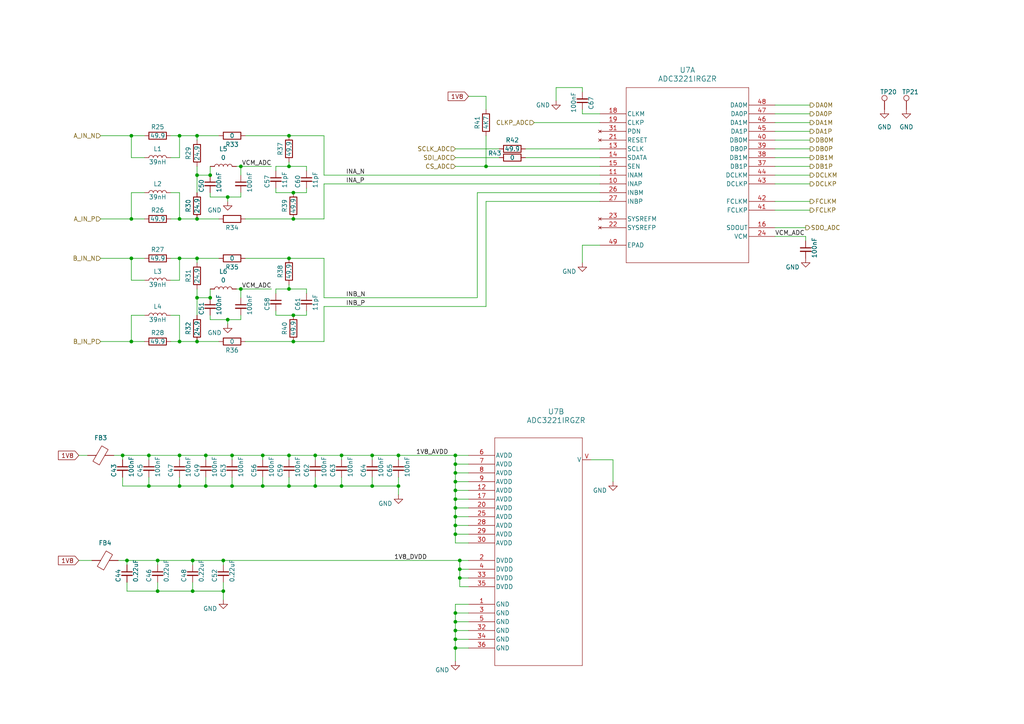
<source format=kicad_sch>
(kicad_sch
	(version 20231120)
	(generator "eeschema")
	(generator_version "8.0")
	(uuid "964e1526-c10a-414a-b5fe-f906606ea172")
	(paper "A4")
	(title_block
		(title "RA-Sentinel Radio Frontend 2.4GHz")
		(date "2025-02-02")
		(rev "A")
		(comment 1 "Mina Daneshpajouh & Tobias Weber")
		(comment 2 "GNU GENERAL PUBLIC LICENSE Version 2, June 1991")
	)
	(lib_symbols
		(symbol "ADC3221IRGZR_1"
			(pin_names
				(offset 0.254)
			)
			(exclude_from_sim no)
			(in_bom yes)
			(on_board yes)
			(property "Reference" "U7"
				(at 25.4 12.7 0)
				(effects
					(font
						(size 1.524 1.524)
					)
				)
			)
			(property "Value" "ADC3221IRGZR"
				(at 25.4 10.16 0)
				(effects
					(font
						(size 1.524 1.524)
					)
				)
			)
			(property "Footprint" "RA-Sentinel Front-End EVM:RGZ48_TEX"
				(at 0 0 0)
				(effects
					(font
						(size 1.27 1.27)
						(italic yes)
					)
					(hide yes)
				)
			)
			(property "Datasheet" "ADC3221IRGZR"
				(at 0 0 0)
				(effects
					(font
						(size 1.27 1.27)
						(italic yes)
					)
					(hide yes)
				)
			)
			(property "Description" ""
				(at 0 0 0)
				(effects
					(font
						(size 1.27 1.27)
					)
					(hide yes)
				)
			)
			(property "ki_locked" ""
				(at 0 0 0)
				(effects
					(font
						(size 1.27 1.27)
					)
				)
			)
			(property "ki_keywords" "ADC3221IRGZR"
				(at 0 0 0)
				(effects
					(font
						(size 1.27 1.27)
					)
					(hide yes)
				)
			)
			(property "ki_fp_filters" "RGZ48_TEX RGZ48_TEX-M RGZ48_TEX-L"
				(at 0 0 0)
				(effects
					(font
						(size 1.27 1.27)
					)
					(hide yes)
				)
			)
			(symbol "ADC3221IRGZR_1_1_1"
				(polyline
					(pts
						(xy 7.62 -43.18) (xy 43.18 -43.18)
					)
					(stroke
						(width 0.127)
						(type default)
					)
					(fill
						(type none)
					)
				)
				(polyline
					(pts
						(xy 7.62 7.62) (xy 7.62 -43.18)
					)
					(stroke
						(width 0.127)
						(type default)
					)
					(fill
						(type none)
					)
				)
				(polyline
					(pts
						(xy 43.18 -43.18) (xy 43.18 7.62)
					)
					(stroke
						(width 0.127)
						(type default)
					)
					(fill
						(type none)
					)
				)
				(polyline
					(pts
						(xy 43.18 7.62) (xy 7.62 7.62)
					)
					(stroke
						(width 0.127)
						(type default)
					)
					(fill
						(type none)
					)
				)
				(pin input line
					(at 0 -20.32 0)
					(length 7.62)
					(name "INAP"
						(effects
							(font
								(size 1.27 1.27)
							)
						)
					)
					(number "10"
						(effects
							(font
								(size 1.27 1.27)
							)
						)
					)
				)
				(pin input line
					(at 0 -17.78 0)
					(length 7.62)
					(name "INAM"
						(effects
							(font
								(size 1.27 1.27)
							)
						)
					)
					(number "11"
						(effects
							(font
								(size 1.27 1.27)
							)
						)
					)
				)
				(pin input line
					(at 0 -10.16 0)
					(length 7.62)
					(name "SCLK"
						(effects
							(font
								(size 1.27 1.27)
							)
						)
					)
					(number "13"
						(effects
							(font
								(size 1.27 1.27)
							)
						)
					)
				)
				(pin input line
					(at 0 -12.7 0)
					(length 7.62)
					(name "SDATA"
						(effects
							(font
								(size 1.27 1.27)
							)
						)
					)
					(number "14"
						(effects
							(font
								(size 1.27 1.27)
							)
						)
					)
				)
				(pin input line
					(at 0 -15.24 0)
					(length 7.62)
					(name "SEN"
						(effects
							(font
								(size 1.27 1.27)
							)
						)
					)
					(number "15"
						(effects
							(font
								(size 1.27 1.27)
							)
						)
					)
				)
				(pin output line
					(at 50.8 -33.02 180)
					(length 7.62)
					(name "SDOUT"
						(effects
							(font
								(size 1.27 1.27)
							)
						)
					)
					(number "16"
						(effects
							(font
								(size 1.27 1.27)
							)
						)
					)
				)
				(pin input line
					(at 0 0 0)
					(length 7.62)
					(name "CLKM"
						(effects
							(font
								(size 1.27 1.27)
							)
						)
					)
					(number "18"
						(effects
							(font
								(size 1.27 1.27)
							)
						)
					)
				)
				(pin input line
					(at 0 -2.54 0)
					(length 7.62)
					(name "CLKP"
						(effects
							(font
								(size 1.27 1.27)
							)
						)
					)
					(number "19"
						(effects
							(font
								(size 1.27 1.27)
							)
						)
					)
				)
				(pin no_connect line
					(at 0 -7.62 0)
					(length 7.62)
					(name "RESET"
						(effects
							(font
								(size 1.27 1.27)
							)
						)
					)
					(number "21"
						(effects
							(font
								(size 1.27 1.27)
							)
						)
					)
				)
				(pin no_connect line
					(at 0 -33.02 0)
					(length 7.62)
					(name "SYSREFP"
						(effects
							(font
								(size 1.27 1.27)
							)
						)
					)
					(number "22"
						(effects
							(font
								(size 1.27 1.27)
							)
						)
					)
				)
				(pin no_connect line
					(at 0 -30.48 0)
					(length 7.62)
					(name "SYSREFM"
						(effects
							(font
								(size 1.27 1.27)
							)
						)
					)
					(number "23"
						(effects
							(font
								(size 1.27 1.27)
							)
						)
					)
				)
				(pin output line
					(at 50.8 -35.56 180)
					(length 7.62)
					(name "VCM"
						(effects
							(font
								(size 1.27 1.27)
							)
						)
					)
					(number "24"
						(effects
							(font
								(size 1.27 1.27)
							)
						)
					)
				)
				(pin input line
					(at 0 -22.86 0)
					(length 7.62)
					(name "INBM"
						(effects
							(font
								(size 1.27 1.27)
							)
						)
					)
					(number "26"
						(effects
							(font
								(size 1.27 1.27)
							)
						)
					)
				)
				(pin input line
					(at 0 -25.4 0)
					(length 7.62)
					(name "INBP"
						(effects
							(font
								(size 1.27 1.27)
							)
						)
					)
					(number "27"
						(effects
							(font
								(size 1.27 1.27)
							)
						)
					)
				)
				(pin no_connect line
					(at 0 -5.08 0)
					(length 7.62)
					(name "PDN"
						(effects
							(font
								(size 1.27 1.27)
							)
						)
					)
					(number "31"
						(effects
							(font
								(size 1.27 1.27)
							)
						)
					)
				)
				(pin output line
					(at 50.8 -15.24 180)
					(length 7.62)
					(name "DB1P"
						(effects
							(font
								(size 1.27 1.27)
							)
						)
					)
					(number "37"
						(effects
							(font
								(size 1.27 1.27)
							)
						)
					)
				)
				(pin output line
					(at 50.8 -12.7 180)
					(length 7.62)
					(name "DB1M"
						(effects
							(font
								(size 1.27 1.27)
							)
						)
					)
					(number "38"
						(effects
							(font
								(size 1.27 1.27)
							)
						)
					)
				)
				(pin output line
					(at 50.8 -10.16 180)
					(length 7.62)
					(name "DB0P"
						(effects
							(font
								(size 1.27 1.27)
							)
						)
					)
					(number "39"
						(effects
							(font
								(size 1.27 1.27)
							)
						)
					)
				)
				(pin output line
					(at 50.8 -7.62 180)
					(length 7.62)
					(name "DB0M"
						(effects
							(font
								(size 1.27 1.27)
							)
						)
					)
					(number "40"
						(effects
							(font
								(size 1.27 1.27)
							)
						)
					)
				)
				(pin output line
					(at 50.8 -27.94 180)
					(length 7.62)
					(name "FCLKP"
						(effects
							(font
								(size 1.27 1.27)
							)
						)
					)
					(number "41"
						(effects
							(font
								(size 1.27 1.27)
							)
						)
					)
				)
				(pin output line
					(at 50.8 -25.4 180)
					(length 7.62)
					(name "FCLKM"
						(effects
							(font
								(size 1.27 1.27)
							)
						)
					)
					(number "42"
						(effects
							(font
								(size 1.27 1.27)
							)
						)
					)
				)
				(pin output line
					(at 50.8 -20.32 180)
					(length 7.62)
					(name "DCLKP"
						(effects
							(font
								(size 1.27 1.27)
							)
						)
					)
					(number "43"
						(effects
							(font
								(size 1.27 1.27)
							)
						)
					)
				)
				(pin output line
					(at 50.8 -17.78 180)
					(length 7.62)
					(name "DCLKM"
						(effects
							(font
								(size 1.27 1.27)
							)
						)
					)
					(number "44"
						(effects
							(font
								(size 1.27 1.27)
							)
						)
					)
				)
				(pin output line
					(at 50.8 -5.08 180)
					(length 7.62)
					(name "DA1P"
						(effects
							(font
								(size 1.27 1.27)
							)
						)
					)
					(number "45"
						(effects
							(font
								(size 1.27 1.27)
							)
						)
					)
				)
				(pin output line
					(at 50.8 -2.54 180)
					(length 7.62)
					(name "DA1M"
						(effects
							(font
								(size 1.27 1.27)
							)
						)
					)
					(number "46"
						(effects
							(font
								(size 1.27 1.27)
							)
						)
					)
				)
				(pin output line
					(at 50.8 0 180)
					(length 7.62)
					(name "DA0P"
						(effects
							(font
								(size 1.27 1.27)
							)
						)
					)
					(number "47"
						(effects
							(font
								(size 1.27 1.27)
							)
						)
					)
				)
				(pin output line
					(at 50.8 2.54 180)
					(length 7.62)
					(name "DA0M"
						(effects
							(font
								(size 1.27 1.27)
							)
						)
					)
					(number "48"
						(effects
							(font
								(size 1.27 1.27)
							)
						)
					)
				)
				(pin power_in line
					(at 0 -38.1 0)
					(length 7.62)
					(name "EPAD"
						(effects
							(font
								(size 1.27 1.27)
							)
						)
					)
					(number "49"
						(effects
							(font
								(size 1.27 1.27)
							)
						)
					)
				)
			)
			(symbol "ADC3221IRGZR_1_2_1"
				(polyline
					(pts
						(xy 7.62 -60.96) (xy 33.02 -60.96)
					)
					(stroke
						(width 0.127)
						(type default)
					)
					(fill
						(type none)
					)
				)
				(polyline
					(pts
						(xy 7.62 5.08) (xy 7.62 -60.96)
					)
					(stroke
						(width 0.127)
						(type default)
					)
					(fill
						(type none)
					)
				)
				(polyline
					(pts
						(xy 33.02 -60.96) (xy 33.02 5.08)
					)
					(stroke
						(width 0.127)
						(type default)
					)
					(fill
						(type none)
					)
				)
				(polyline
					(pts
						(xy 33.02 5.08) (xy 7.62 5.08)
					)
					(stroke
						(width 0.127)
						(type default)
					)
					(fill
						(type none)
					)
				)
				(pin power_in line
					(at 0 -43.18 0)
					(length 7.62)
					(name "GND"
						(effects
							(font
								(size 1.27 1.27)
							)
						)
					)
					(number "1"
						(effects
							(font
								(size 1.27 1.27)
							)
						)
					)
				)
				(pin power_in line
					(at 0 -10.16 0)
					(length 7.62)
					(name "AVDD"
						(effects
							(font
								(size 1.27 1.27)
							)
						)
					)
					(number "12"
						(effects
							(font
								(size 1.27 1.27)
							)
						)
					)
				)
				(pin power_in line
					(at 0 -12.7 0)
					(length 7.62)
					(name "AVDD"
						(effects
							(font
								(size 1.27 1.27)
							)
						)
					)
					(number "17"
						(effects
							(font
								(size 1.27 1.27)
							)
						)
					)
				)
				(pin power_in line
					(at 0 -30.48 0)
					(length 7.62)
					(name "DVDD"
						(effects
							(font
								(size 1.27 1.27)
							)
						)
					)
					(number "2"
						(effects
							(font
								(size 1.27 1.27)
							)
						)
					)
				)
				(pin power_in line
					(at 0 -15.24 0)
					(length 7.62)
					(name "AVDD"
						(effects
							(font
								(size 1.27 1.27)
							)
						)
					)
					(number "20"
						(effects
							(font
								(size 1.27 1.27)
							)
						)
					)
				)
				(pin power_in line
					(at 0 -17.78 0)
					(length 7.62)
					(name "AVDD"
						(effects
							(font
								(size 1.27 1.27)
							)
						)
					)
					(number "25"
						(effects
							(font
								(size 1.27 1.27)
							)
						)
					)
				)
				(pin power_in line
					(at 0 -20.32 0)
					(length 7.62)
					(name "AVDD"
						(effects
							(font
								(size 1.27 1.27)
							)
						)
					)
					(number "28"
						(effects
							(font
								(size 1.27 1.27)
							)
						)
					)
				)
				(pin power_in line
					(at 0 -22.86 0)
					(length 7.62)
					(name "AVDD"
						(effects
							(font
								(size 1.27 1.27)
							)
						)
					)
					(number "29"
						(effects
							(font
								(size 1.27 1.27)
							)
						)
					)
				)
				(pin power_in line
					(at 0 -45.72 0)
					(length 7.62)
					(name "GND"
						(effects
							(font
								(size 1.27 1.27)
							)
						)
					)
					(number "3"
						(effects
							(font
								(size 1.27 1.27)
							)
						)
					)
				)
				(pin power_in line
					(at 0 -25.4 0)
					(length 7.62)
					(name "AVDD"
						(effects
							(font
								(size 1.27 1.27)
							)
						)
					)
					(number "30"
						(effects
							(font
								(size 1.27 1.27)
							)
						)
					)
				)
				(pin power_in line
					(at 0 -50.8 0)
					(length 7.62)
					(name "GND"
						(effects
							(font
								(size 1.27 1.27)
							)
						)
					)
					(number "32"
						(effects
							(font
								(size 1.27 1.27)
							)
						)
					)
				)
				(pin power_in line
					(at 0 -35.56 0)
					(length 7.62)
					(name "DVDD"
						(effects
							(font
								(size 1.27 1.27)
							)
						)
					)
					(number "33"
						(effects
							(font
								(size 1.27 1.27)
							)
						)
					)
				)
				(pin power_in line
					(at 0 -53.34 0)
					(length 7.62)
					(name "GND"
						(effects
							(font
								(size 1.27 1.27)
							)
						)
					)
					(number "34"
						(effects
							(font
								(size 1.27 1.27)
							)
						)
					)
				)
				(pin power_in line
					(at 0 -38.1 0)
					(length 7.62)
					(name "DVDD"
						(effects
							(font
								(size 1.27 1.27)
							)
						)
					)
					(number "35"
						(effects
							(font
								(size 1.27 1.27)
							)
						)
					)
				)
				(pin power_in line
					(at 0 -55.88 0)
					(length 7.62)
					(name "GND"
						(effects
							(font
								(size 1.27 1.27)
							)
						)
					)
					(number "36"
						(effects
							(font
								(size 1.27 1.27)
							)
						)
					)
				)
				(pin power_in line
					(at 0 -33.02 0)
					(length 7.62)
					(name "DVDD"
						(effects
							(font
								(size 1.27 1.27)
							)
						)
					)
					(number "4"
						(effects
							(font
								(size 1.27 1.27)
							)
						)
					)
				)
				(pin power_in line
					(at 0 -48.26 0)
					(length 7.62)
					(name "GND"
						(effects
							(font
								(size 1.27 1.27)
							)
						)
					)
					(number "5"
						(effects
							(font
								(size 1.27 1.27)
							)
						)
					)
				)
				(pin power_in line
					(at 0 0 0)
					(length 7.62)
					(name "AVDD"
						(effects
							(font
								(size 1.27 1.27)
							)
						)
					)
					(number "6"
						(effects
							(font
								(size 1.27 1.27)
							)
						)
					)
				)
				(pin power_in line
					(at 0 -2.54 0)
					(length 7.62)
					(name "AVDD"
						(effects
							(font
								(size 1.27 1.27)
							)
						)
					)
					(number "7"
						(effects
							(font
								(size 1.27 1.27)
							)
						)
					)
				)
				(pin power_in line
					(at 0 -5.08 0)
					(length 7.62)
					(name "AVDD"
						(effects
							(font
								(size 1.27 1.27)
							)
						)
					)
					(number "8"
						(effects
							(font
								(size 1.27 1.27)
							)
						)
					)
				)
				(pin power_in line
					(at 0 -7.62 0)
					(length 7.62)
					(name "AVDD"
						(effects
							(font
								(size 1.27 1.27)
							)
						)
					)
					(number "9"
						(effects
							(font
								(size 1.27 1.27)
							)
						)
					)
				)
				(pin power_in line
					(at 35.56 -1.27 180)
					(length 2.54)
					(name "V"
						(effects
							(font
								(size 1.27 1.27)
							)
						)
					)
					(number "V"
						(effects
							(font
								(size 1.27 1.27)
							)
						)
					)
				)
			)
		)
		(symbol "Connector:TestPoint"
			(pin_numbers hide)
			(pin_names
				(offset 0.762) hide)
			(exclude_from_sim no)
			(in_bom yes)
			(on_board yes)
			(property "Reference" "TP"
				(at 0 6.858 0)
				(effects
					(font
						(size 1.27 1.27)
					)
				)
			)
			(property "Value" "TestPoint"
				(at 0 5.08 0)
				(effects
					(font
						(size 1.27 1.27)
					)
				)
			)
			(property "Footprint" ""
				(at 5.08 0 0)
				(effects
					(font
						(size 1.27 1.27)
					)
					(hide yes)
				)
			)
			(property "Datasheet" "~"
				(at 5.08 0 0)
				(effects
					(font
						(size 1.27 1.27)
					)
					(hide yes)
				)
			)
			(property "Description" "test point"
				(at 0 0 0)
				(effects
					(font
						(size 1.27 1.27)
					)
					(hide yes)
				)
			)
			(property "ki_keywords" "test point tp"
				(at 0 0 0)
				(effects
					(font
						(size 1.27 1.27)
					)
					(hide yes)
				)
			)
			(property "ki_fp_filters" "Pin* Test*"
				(at 0 0 0)
				(effects
					(font
						(size 1.27 1.27)
					)
					(hide yes)
				)
			)
			(symbol "TestPoint_0_1"
				(circle
					(center 0 3.302)
					(radius 0.762)
					(stroke
						(width 0)
						(type default)
					)
					(fill
						(type none)
					)
				)
			)
			(symbol "TestPoint_1_1"
				(pin passive line
					(at 0 0 90)
					(length 2.54)
					(name "1"
						(effects
							(font
								(size 1.27 1.27)
							)
						)
					)
					(number "1"
						(effects
							(font
								(size 1.27 1.27)
							)
						)
					)
				)
			)
		)
		(symbol "Device:C_Small"
			(pin_numbers hide)
			(pin_names
				(offset 0.254) hide)
			(exclude_from_sim no)
			(in_bom yes)
			(on_board yes)
			(property "Reference" "C"
				(at 0.254 1.778 0)
				(effects
					(font
						(size 1.27 1.27)
					)
					(justify left)
				)
			)
			(property "Value" "C_Small"
				(at 0.254 -2.032 0)
				(effects
					(font
						(size 1.27 1.27)
					)
					(justify left)
				)
			)
			(property "Footprint" ""
				(at 0 0 0)
				(effects
					(font
						(size 1.27 1.27)
					)
					(hide yes)
				)
			)
			(property "Datasheet" "~"
				(at 0 0 0)
				(effects
					(font
						(size 1.27 1.27)
					)
					(hide yes)
				)
			)
			(property "Description" "Unpolarized capacitor, small symbol"
				(at 0 0 0)
				(effects
					(font
						(size 1.27 1.27)
					)
					(hide yes)
				)
			)
			(property "ki_keywords" "capacitor cap"
				(at 0 0 0)
				(effects
					(font
						(size 1.27 1.27)
					)
					(hide yes)
				)
			)
			(property "ki_fp_filters" "C_*"
				(at 0 0 0)
				(effects
					(font
						(size 1.27 1.27)
					)
					(hide yes)
				)
			)
			(symbol "C_Small_0_1"
				(polyline
					(pts
						(xy -1.524 -0.508) (xy 1.524 -0.508)
					)
					(stroke
						(width 0.3302)
						(type default)
					)
					(fill
						(type none)
					)
				)
				(polyline
					(pts
						(xy -1.524 0.508) (xy 1.524 0.508)
					)
					(stroke
						(width 0.3048)
						(type default)
					)
					(fill
						(type none)
					)
				)
			)
			(symbol "C_Small_1_1"
				(pin passive line
					(at 0 2.54 270)
					(length 2.032)
					(name "~"
						(effects
							(font
								(size 1.27 1.27)
							)
						)
					)
					(number "1"
						(effects
							(font
								(size 1.27 1.27)
							)
						)
					)
				)
				(pin passive line
					(at 0 -2.54 90)
					(length 2.032)
					(name "~"
						(effects
							(font
								(size 1.27 1.27)
							)
						)
					)
					(number "2"
						(effects
							(font
								(size 1.27 1.27)
							)
						)
					)
				)
			)
		)
		(symbol "Device:FerriteBead"
			(pin_numbers hide)
			(pin_names
				(offset 0)
			)
			(exclude_from_sim no)
			(in_bom yes)
			(on_board yes)
			(property "Reference" "FB"
				(at -3.81 0.635 90)
				(effects
					(font
						(size 1.27 1.27)
					)
				)
			)
			(property "Value" "FerriteBead"
				(at 3.81 0 90)
				(effects
					(font
						(size 1.27 1.27)
					)
				)
			)
			(property "Footprint" ""
				(at -1.778 0 90)
				(effects
					(font
						(size 1.27 1.27)
					)
					(hide yes)
				)
			)
			(property "Datasheet" "~"
				(at 0 0 0)
				(effects
					(font
						(size 1.27 1.27)
					)
					(hide yes)
				)
			)
			(property "Description" "Ferrite bead"
				(at 0 0 0)
				(effects
					(font
						(size 1.27 1.27)
					)
					(hide yes)
				)
			)
			(property "ki_keywords" "L ferrite bead inductor filter"
				(at 0 0 0)
				(effects
					(font
						(size 1.27 1.27)
					)
					(hide yes)
				)
			)
			(property "ki_fp_filters" "Inductor_* L_* *Ferrite*"
				(at 0 0 0)
				(effects
					(font
						(size 1.27 1.27)
					)
					(hide yes)
				)
			)
			(symbol "FerriteBead_0_1"
				(polyline
					(pts
						(xy 0 -1.27) (xy 0 -1.2192)
					)
					(stroke
						(width 0)
						(type default)
					)
					(fill
						(type none)
					)
				)
				(polyline
					(pts
						(xy 0 1.27) (xy 0 1.2954)
					)
					(stroke
						(width 0)
						(type default)
					)
					(fill
						(type none)
					)
				)
				(polyline
					(pts
						(xy -2.7686 0.4064) (xy -1.7018 2.2606) (xy 2.7686 -0.3048) (xy 1.6764 -2.159) (xy -2.7686 0.4064)
					)
					(stroke
						(width 0)
						(type default)
					)
					(fill
						(type none)
					)
				)
			)
			(symbol "FerriteBead_1_1"
				(pin passive line
					(at 0 3.81 270)
					(length 2.54)
					(name "~"
						(effects
							(font
								(size 1.27 1.27)
							)
						)
					)
					(number "1"
						(effects
							(font
								(size 1.27 1.27)
							)
						)
					)
				)
				(pin passive line
					(at 0 -3.81 90)
					(length 2.54)
					(name "~"
						(effects
							(font
								(size 1.27 1.27)
							)
						)
					)
					(number "2"
						(effects
							(font
								(size 1.27 1.27)
							)
						)
					)
				)
			)
		)
		(symbol "Device:L"
			(pin_numbers hide)
			(pin_names
				(offset 1.016) hide)
			(exclude_from_sim no)
			(in_bom yes)
			(on_board yes)
			(property "Reference" "L"
				(at -1.27 0 90)
				(effects
					(font
						(size 1.27 1.27)
					)
				)
			)
			(property "Value" "L"
				(at 1.905 0 90)
				(effects
					(font
						(size 1.27 1.27)
					)
				)
			)
			(property "Footprint" ""
				(at 0 0 0)
				(effects
					(font
						(size 1.27 1.27)
					)
					(hide yes)
				)
			)
			(property "Datasheet" "~"
				(at 0 0 0)
				(effects
					(font
						(size 1.27 1.27)
					)
					(hide yes)
				)
			)
			(property "Description" "Inductor"
				(at 0 0 0)
				(effects
					(font
						(size 1.27 1.27)
					)
					(hide yes)
				)
			)
			(property "ki_keywords" "inductor choke coil reactor magnetic"
				(at 0 0 0)
				(effects
					(font
						(size 1.27 1.27)
					)
					(hide yes)
				)
			)
			(property "ki_fp_filters" "Choke_* *Coil* Inductor_* L_*"
				(at 0 0 0)
				(effects
					(font
						(size 1.27 1.27)
					)
					(hide yes)
				)
			)
			(symbol "L_0_1"
				(arc
					(start 0 -2.54)
					(mid 0.6323 -1.905)
					(end 0 -1.27)
					(stroke
						(width 0)
						(type default)
					)
					(fill
						(type none)
					)
				)
				(arc
					(start 0 -1.27)
					(mid 0.6323 -0.635)
					(end 0 0)
					(stroke
						(width 0)
						(type default)
					)
					(fill
						(type none)
					)
				)
				(arc
					(start 0 0)
					(mid 0.6323 0.635)
					(end 0 1.27)
					(stroke
						(width 0)
						(type default)
					)
					(fill
						(type none)
					)
				)
				(arc
					(start 0 1.27)
					(mid 0.6323 1.905)
					(end 0 2.54)
					(stroke
						(width 0)
						(type default)
					)
					(fill
						(type none)
					)
				)
			)
			(symbol "L_1_1"
				(pin passive line
					(at 0 3.81 270)
					(length 1.27)
					(name "1"
						(effects
							(font
								(size 1.27 1.27)
							)
						)
					)
					(number "1"
						(effects
							(font
								(size 1.27 1.27)
							)
						)
					)
				)
				(pin passive line
					(at 0 -3.81 90)
					(length 1.27)
					(name "2"
						(effects
							(font
								(size 1.27 1.27)
							)
						)
					)
					(number "2"
						(effects
							(font
								(size 1.27 1.27)
							)
						)
					)
				)
			)
		)
		(symbol "Device:R"
			(pin_numbers hide)
			(pin_names
				(offset 0)
			)
			(exclude_from_sim no)
			(in_bom yes)
			(on_board yes)
			(property "Reference" "R"
				(at 2.032 0 90)
				(effects
					(font
						(size 1.27 1.27)
					)
				)
			)
			(property "Value" "R"
				(at 0 0 90)
				(effects
					(font
						(size 1.27 1.27)
					)
				)
			)
			(property "Footprint" ""
				(at -1.778 0 90)
				(effects
					(font
						(size 1.27 1.27)
					)
					(hide yes)
				)
			)
			(property "Datasheet" "~"
				(at 0 0 0)
				(effects
					(font
						(size 1.27 1.27)
					)
					(hide yes)
				)
			)
			(property "Description" "Resistor"
				(at 0 0 0)
				(effects
					(font
						(size 1.27 1.27)
					)
					(hide yes)
				)
			)
			(property "ki_keywords" "R res resistor"
				(at 0 0 0)
				(effects
					(font
						(size 1.27 1.27)
					)
					(hide yes)
				)
			)
			(property "ki_fp_filters" "R_*"
				(at 0 0 0)
				(effects
					(font
						(size 1.27 1.27)
					)
					(hide yes)
				)
			)
			(symbol "R_0_1"
				(rectangle
					(start -1.016 -2.54)
					(end 1.016 2.54)
					(stroke
						(width 0.254)
						(type default)
					)
					(fill
						(type none)
					)
				)
			)
			(symbol "R_1_1"
				(pin passive line
					(at 0 3.81 270)
					(length 1.27)
					(name "~"
						(effects
							(font
								(size 1.27 1.27)
							)
						)
					)
					(number "1"
						(effects
							(font
								(size 1.27 1.27)
							)
						)
					)
				)
				(pin passive line
					(at 0 -3.81 90)
					(length 1.27)
					(name "~"
						(effects
							(font
								(size 1.27 1.27)
							)
						)
					)
					(number "2"
						(effects
							(font
								(size 1.27 1.27)
							)
						)
					)
				)
			)
		)
		(symbol "FerriteBead_1"
			(pin_numbers hide)
			(pin_names
				(offset 0)
			)
			(exclude_from_sim no)
			(in_bom yes)
			(on_board yes)
			(property "Reference" "FB4"
				(at 5.08 0 90)
				(effects
					(font
						(size 1.27 1.27)
					)
				)
			)
			(property "Value" "BLM41PG102SN1L"
				(at 5.08 0.0508 90)
				(effects
					(font
						(size 1.27 1.27)
					)
					(hide yes)
				)
			)
			(property "Footprint" "RA-Sentinel Front-End EVM:IND_BLM41_1806_MUR"
				(at -1.778 0 90)
				(effects
					(font
						(size 1.27 1.27)
					)
					(hide yes)
				)
			)
			(property "Datasheet" "~"
				(at 0 0 0)
				(effects
					(font
						(size 1.27 1.27)
					)
					(hide yes)
				)
			)
			(property "Description" ""
				(at 0 0 0)
				(effects
					(font
						(size 1.27 1.27)
					)
					(hide yes)
				)
			)
			(property "ki_keywords" "L ferrite bead inductor filter"
				(at 0 0 0)
				(effects
					(font
						(size 1.27 1.27)
					)
					(hide yes)
				)
			)
			(property "ki_fp_filters" "Inductor_* L_* *Ferrite*"
				(at 0 0 0)
				(effects
					(font
						(size 1.27 1.27)
					)
					(hide yes)
				)
			)
			(symbol "FerriteBead_1_0_1"
				(polyline
					(pts
						(xy 0 -1.27) (xy 0 -1.2192)
					)
					(stroke
						(width 0)
						(type default)
					)
					(fill
						(type none)
					)
				)
				(polyline
					(pts
						(xy 0 1.27) (xy 0 1.2954)
					)
					(stroke
						(width 0)
						(type default)
					)
					(fill
						(type none)
					)
				)
				(polyline
					(pts
						(xy -2.7686 0.4064) (xy -1.7018 2.2606) (xy 2.7686 -0.3048) (xy 1.6764 -2.159) (xy -2.7686 0.4064)
					)
					(stroke
						(width 0)
						(type default)
					)
					(fill
						(type none)
					)
				)
			)
			(symbol "FerriteBead_1_1_1"
				(pin passive line
					(at 0 3.81 270)
					(length 2.54)
					(name "~"
						(effects
							(font
								(size 1.27 1.27)
							)
						)
					)
					(number "1"
						(effects
							(font
								(size 1.27 1.27)
							)
						)
					)
				)
				(pin power_out line
					(at 0 -3.81 90)
					(length 2.54)
					(name "~"
						(effects
							(font
								(size 1.27 1.27)
							)
						)
					)
					(number "2"
						(effects
							(font
								(size 1.27 1.27)
							)
						)
					)
				)
			)
		)
		(symbol "GND_1"
			(power)
			(pin_numbers hide)
			(pin_names
				(offset 0) hide)
			(exclude_from_sim no)
			(in_bom yes)
			(on_board yes)
			(property "Reference" "#PWR"
				(at 0 -6.35 0)
				(effects
					(font
						(size 1.27 1.27)
					)
					(hide yes)
				)
			)
			(property "Value" "GND_1"
				(at 0 -3.81 0)
				(effects
					(font
						(size 1.27 1.27)
					)
				)
			)
			(property "Footprint" ""
				(at 0 0 0)
				(effects
					(font
						(size 1.27 1.27)
					)
					(hide yes)
				)
			)
			(property "Datasheet" ""
				(at 0 0 0)
				(effects
					(font
						(size 1.27 1.27)
					)
					(hide yes)
				)
			)
			(property "Description" "Power symbol creates a global label with name \"GND\" , ground"
				(at 0 0 0)
				(effects
					(font
						(size 1.27 1.27)
					)
					(hide yes)
				)
			)
			(property "ki_keywords" "global power"
				(at 0 0 0)
				(effects
					(font
						(size 1.27 1.27)
					)
					(hide yes)
				)
			)
			(symbol "GND_1_0_1"
				(polyline
					(pts
						(xy 0 0) (xy 0 -1.27) (xy 1.27 -1.27) (xy 0 -2.54) (xy -1.27 -1.27) (xy 0 -1.27)
					)
					(stroke
						(width 0)
						(type default)
					)
					(fill
						(type none)
					)
				)
			)
			(symbol "GND_1_1_1"
				(pin power_in line
					(at 0 0 270)
					(length 0) hide
					(name "GND"
						(effects
							(font
								(size 1.27 1.27)
							)
						)
					)
					(number "1"
						(effects
							(font
								(size 1.27 1.27)
							)
						)
					)
				)
			)
		)
		(symbol "GND_2"
			(power)
			(pin_numbers hide)
			(pin_names
				(offset 0) hide)
			(exclude_from_sim no)
			(in_bom yes)
			(on_board yes)
			(property "Reference" "#PWR"
				(at 0 -6.35 0)
				(effects
					(font
						(size 1.27 1.27)
					)
					(hide yes)
				)
			)
			(property "Value" "GND_2"
				(at 0 -3.81 0)
				(effects
					(font
						(size 1.27 1.27)
					)
				)
			)
			(property "Footprint" ""
				(at 0 0 0)
				(effects
					(font
						(size 1.27 1.27)
					)
					(hide yes)
				)
			)
			(property "Datasheet" ""
				(at 0 0 0)
				(effects
					(font
						(size 1.27 1.27)
					)
					(hide yes)
				)
			)
			(property "Description" "Power symbol creates a global label with name \"GND\" , ground"
				(at 0 0 0)
				(effects
					(font
						(size 1.27 1.27)
					)
					(hide yes)
				)
			)
			(property "ki_keywords" "global power"
				(at 0 0 0)
				(effects
					(font
						(size 1.27 1.27)
					)
					(hide yes)
				)
			)
			(symbol "GND_2_0_1"
				(polyline
					(pts
						(xy 0 0) (xy 0 -1.27) (xy 1.27 -1.27) (xy 0 -2.54) (xy -1.27 -1.27) (xy 0 -1.27)
					)
					(stroke
						(width 0)
						(type default)
					)
					(fill
						(type none)
					)
				)
			)
			(symbol "GND_2_1_1"
				(pin power_in line
					(at 0 0 270)
					(length 0) hide
					(name "GND"
						(effects
							(font
								(size 1.27 1.27)
							)
						)
					)
					(number "1"
						(effects
							(font
								(size 1.27 1.27)
							)
						)
					)
				)
			)
		)
		(symbol "GND_3"
			(power)
			(pin_numbers hide)
			(pin_names
				(offset 0) hide)
			(exclude_from_sim no)
			(in_bom yes)
			(on_board yes)
			(property "Reference" "#PWR"
				(at 0 -6.35 0)
				(effects
					(font
						(size 1.27 1.27)
					)
					(hide yes)
				)
			)
			(property "Value" "GND_3"
				(at 0 -3.81 0)
				(effects
					(font
						(size 1.27 1.27)
					)
				)
			)
			(property "Footprint" ""
				(at 0 0 0)
				(effects
					(font
						(size 1.27 1.27)
					)
					(hide yes)
				)
			)
			(property "Datasheet" ""
				(at 0 0 0)
				(effects
					(font
						(size 1.27 1.27)
					)
					(hide yes)
				)
			)
			(property "Description" "Power symbol creates a global label with name \"GND\" , ground"
				(at 0 0 0)
				(effects
					(font
						(size 1.27 1.27)
					)
					(hide yes)
				)
			)
			(property "ki_keywords" "global power"
				(at 0 0 0)
				(effects
					(font
						(size 1.27 1.27)
					)
					(hide yes)
				)
			)
			(symbol "GND_3_0_1"
				(polyline
					(pts
						(xy 0 0) (xy 0 -1.27) (xy 1.27 -1.27) (xy 0 -2.54) (xy -1.27 -1.27) (xy 0 -1.27)
					)
					(stroke
						(width 0)
						(type default)
					)
					(fill
						(type none)
					)
				)
			)
			(symbol "GND_3_1_1"
				(pin power_in line
					(at 0 0 270)
					(length 0) hide
					(name "GND"
						(effects
							(font
								(size 1.27 1.27)
							)
						)
					)
					(number "1"
						(effects
							(font
								(size 1.27 1.27)
							)
						)
					)
				)
			)
		)
		(symbol "GND_4"
			(power)
			(pin_numbers hide)
			(pin_names
				(offset 0) hide)
			(exclude_from_sim no)
			(in_bom yes)
			(on_board yes)
			(property "Reference" "#PWR"
				(at 0 -6.35 0)
				(effects
					(font
						(size 1.27 1.27)
					)
					(hide yes)
				)
			)
			(property "Value" "GND_4"
				(at 0 -3.81 0)
				(effects
					(font
						(size 1.27 1.27)
					)
				)
			)
			(property "Footprint" ""
				(at 0 0 0)
				(effects
					(font
						(size 1.27 1.27)
					)
					(hide yes)
				)
			)
			(property "Datasheet" ""
				(at 0 0 0)
				(effects
					(font
						(size 1.27 1.27)
					)
					(hide yes)
				)
			)
			(property "Description" "Power symbol creates a global label with name \"GND\" , ground"
				(at 0 0 0)
				(effects
					(font
						(size 1.27 1.27)
					)
					(hide yes)
				)
			)
			(property "ki_keywords" "global power"
				(at 0 0 0)
				(effects
					(font
						(size 1.27 1.27)
					)
					(hide yes)
				)
			)
			(symbol "GND_4_0_1"
				(polyline
					(pts
						(xy 0 0) (xy 0 -1.27) (xy 1.27 -1.27) (xy 0 -2.54) (xy -1.27 -1.27) (xy 0 -1.27)
					)
					(stroke
						(width 0)
						(type default)
					)
					(fill
						(type none)
					)
				)
			)
			(symbol "GND_4_1_1"
				(pin power_in line
					(at 0 0 270)
					(length 0) hide
					(name "GND"
						(effects
							(font
								(size 1.27 1.27)
							)
						)
					)
					(number "1"
						(effects
							(font
								(size 1.27 1.27)
							)
						)
					)
				)
			)
		)
		(symbol "RA-Sentinel_FE_Library:ADC3221IRGZR"
			(pin_names
				(offset 0.254)
			)
			(exclude_from_sim no)
			(in_bom yes)
			(on_board yes)
			(property "Reference" "U7"
				(at 25.4 12.7 0)
				(effects
					(font
						(size 1.524 1.524)
					)
				)
			)
			(property "Value" "ADC3221IRGZR"
				(at 25.4 10.16 0)
				(effects
					(font
						(size 1.524 1.524)
					)
				)
			)
			(property "Footprint" "RA-Sentinel Front-End EVM:RGZ48_TEX"
				(at 0 0 0)
				(effects
					(font
						(size 1.27 1.27)
						(italic yes)
					)
					(hide yes)
				)
			)
			(property "Datasheet" "ADC3221IRGZR"
				(at 0 0 0)
				(effects
					(font
						(size 1.27 1.27)
						(italic yes)
					)
					(hide yes)
				)
			)
			(property "Description" ""
				(at 0 0 0)
				(effects
					(font
						(size 1.27 1.27)
					)
					(hide yes)
				)
			)
			(property "ki_locked" ""
				(at 0 0 0)
				(effects
					(font
						(size 1.27 1.27)
					)
				)
			)
			(property "ki_keywords" "ADC3221IRGZR"
				(at 0 0 0)
				(effects
					(font
						(size 1.27 1.27)
					)
					(hide yes)
				)
			)
			(property "ki_fp_filters" "RGZ48_TEX RGZ48_TEX-M RGZ48_TEX-L"
				(at 0 0 0)
				(effects
					(font
						(size 1.27 1.27)
					)
					(hide yes)
				)
			)
			(symbol "ADC3221IRGZR_1_1"
				(polyline
					(pts
						(xy 7.62 -43.18) (xy 43.18 -43.18)
					)
					(stroke
						(width 0.127)
						(type default)
					)
					(fill
						(type none)
					)
				)
				(polyline
					(pts
						(xy 7.62 7.62) (xy 7.62 -43.18)
					)
					(stroke
						(width 0.127)
						(type default)
					)
					(fill
						(type none)
					)
				)
				(polyline
					(pts
						(xy 43.18 -43.18) (xy 43.18 7.62)
					)
					(stroke
						(width 0.127)
						(type default)
					)
					(fill
						(type none)
					)
				)
				(polyline
					(pts
						(xy 43.18 7.62) (xy 7.62 7.62)
					)
					(stroke
						(width 0.127)
						(type default)
					)
					(fill
						(type none)
					)
				)
				(pin input line
					(at 0 -20.32 0)
					(length 7.62)
					(name "INAP"
						(effects
							(font
								(size 1.27 1.27)
							)
						)
					)
					(number "10"
						(effects
							(font
								(size 1.27 1.27)
							)
						)
					)
				)
				(pin input line
					(at 0 -17.78 0)
					(length 7.62)
					(name "INAM"
						(effects
							(font
								(size 1.27 1.27)
							)
						)
					)
					(number "11"
						(effects
							(font
								(size 1.27 1.27)
							)
						)
					)
				)
				(pin input line
					(at 0 -10.16 0)
					(length 7.62)
					(name "SCLK"
						(effects
							(font
								(size 1.27 1.27)
							)
						)
					)
					(number "13"
						(effects
							(font
								(size 1.27 1.27)
							)
						)
					)
				)
				(pin input line
					(at 0 -12.7 0)
					(length 7.62)
					(name "SDATA"
						(effects
							(font
								(size 1.27 1.27)
							)
						)
					)
					(number "14"
						(effects
							(font
								(size 1.27 1.27)
							)
						)
					)
				)
				(pin input line
					(at 0 -15.24 0)
					(length 7.62)
					(name "SEN"
						(effects
							(font
								(size 1.27 1.27)
							)
						)
					)
					(number "15"
						(effects
							(font
								(size 1.27 1.27)
							)
						)
					)
				)
				(pin output line
					(at 50.8 -33.02 180)
					(length 7.62)
					(name "SDOUT"
						(effects
							(font
								(size 1.27 1.27)
							)
						)
					)
					(number "16"
						(effects
							(font
								(size 1.27 1.27)
							)
						)
					)
				)
				(pin input line
					(at 0 0 0)
					(length 7.62)
					(name "CLKM"
						(effects
							(font
								(size 1.27 1.27)
							)
						)
					)
					(number "18"
						(effects
							(font
								(size 1.27 1.27)
							)
						)
					)
				)
				(pin input line
					(at 0 -2.54 0)
					(length 7.62)
					(name "CLKP"
						(effects
							(font
								(size 1.27 1.27)
							)
						)
					)
					(number "19"
						(effects
							(font
								(size 1.27 1.27)
							)
						)
					)
				)
				(pin no_connect line
					(at 0 -7.62 0)
					(length 7.62)
					(name "RESET"
						(effects
							(font
								(size 1.27 1.27)
							)
						)
					)
					(number "21"
						(effects
							(font
								(size 1.27 1.27)
							)
						)
					)
				)
				(pin no_connect line
					(at 0 -33.02 0)
					(length 7.62)
					(name "SYSREFP"
						(effects
							(font
								(size 1.27 1.27)
							)
						)
					)
					(number "22"
						(effects
							(font
								(size 1.27 1.27)
							)
						)
					)
				)
				(pin no_connect line
					(at 0 -30.48 0)
					(length 7.62)
					(name "SYSREFM"
						(effects
							(font
								(size 1.27 1.27)
							)
						)
					)
					(number "23"
						(effects
							(font
								(size 1.27 1.27)
							)
						)
					)
				)
				(pin output line
					(at 50.8 -35.56 180)
					(length 7.62)
					(name "VCM"
						(effects
							(font
								(size 1.27 1.27)
							)
						)
					)
					(number "24"
						(effects
							(font
								(size 1.27 1.27)
							)
						)
					)
				)
				(pin input line
					(at 0 -22.86 0)
					(length 7.62)
					(name "INBM"
						(effects
							(font
								(size 1.27 1.27)
							)
						)
					)
					(number "26"
						(effects
							(font
								(size 1.27 1.27)
							)
						)
					)
				)
				(pin input line
					(at 0 -25.4 0)
					(length 7.62)
					(name "INBP"
						(effects
							(font
								(size 1.27 1.27)
							)
						)
					)
					(number "27"
						(effects
							(font
								(size 1.27 1.27)
							)
						)
					)
				)
				(pin no_connect line
					(at 0 -5.08 0)
					(length 7.62)
					(name "PDN"
						(effects
							(font
								(size 1.27 1.27)
							)
						)
					)
					(number "31"
						(effects
							(font
								(size 1.27 1.27)
							)
						)
					)
				)
				(pin output line
					(at 50.8 -15.24 180)
					(length 7.62)
					(name "DB1P"
						(effects
							(font
								(size 1.27 1.27)
							)
						)
					)
					(number "37"
						(effects
							(font
								(size 1.27 1.27)
							)
						)
					)
				)
				(pin output line
					(at 50.8 -12.7 180)
					(length 7.62)
					(name "DB1M"
						(effects
							(font
								(size 1.27 1.27)
							)
						)
					)
					(number "38"
						(effects
							(font
								(size 1.27 1.27)
							)
						)
					)
				)
				(pin output line
					(at 50.8 -10.16 180)
					(length 7.62)
					(name "DB0P"
						(effects
							(font
								(size 1.27 1.27)
							)
						)
					)
					(number "39"
						(effects
							(font
								(size 1.27 1.27)
							)
						)
					)
				)
				(pin output line
					(at 50.8 -7.62 180)
					(length 7.62)
					(name "DB0M"
						(effects
							(font
								(size 1.27 1.27)
							)
						)
					)
					(number "40"
						(effects
							(font
								(size 1.27 1.27)
							)
						)
					)
				)
				(pin output line
					(at 50.8 -27.94 180)
					(length 7.62)
					(name "FCLKP"
						(effects
							(font
								(size 1.27 1.27)
							)
						)
					)
					(number "41"
						(effects
							(font
								(size 1.27 1.27)
							)
						)
					)
				)
				(pin output line
					(at 50.8 -25.4 180)
					(length 7.62)
					(name "FCLKM"
						(effects
							(font
								(size 1.27 1.27)
							)
						)
					)
					(number "42"
						(effects
							(font
								(size 1.27 1.27)
							)
						)
					)
				)
				(pin output line
					(at 50.8 -20.32 180)
					(length 7.62)
					(name "DCLKP"
						(effects
							(font
								(size 1.27 1.27)
							)
						)
					)
					(number "43"
						(effects
							(font
								(size 1.27 1.27)
							)
						)
					)
				)
				(pin output line
					(at 50.8 -17.78 180)
					(length 7.62)
					(name "DCLKM"
						(effects
							(font
								(size 1.27 1.27)
							)
						)
					)
					(number "44"
						(effects
							(font
								(size 1.27 1.27)
							)
						)
					)
				)
				(pin output line
					(at 50.8 -5.08 180)
					(length 7.62)
					(name "DA1P"
						(effects
							(font
								(size 1.27 1.27)
							)
						)
					)
					(number "45"
						(effects
							(font
								(size 1.27 1.27)
							)
						)
					)
				)
				(pin output line
					(at 50.8 -2.54 180)
					(length 7.62)
					(name "DA1M"
						(effects
							(font
								(size 1.27 1.27)
							)
						)
					)
					(number "46"
						(effects
							(font
								(size 1.27 1.27)
							)
						)
					)
				)
				(pin output line
					(at 50.8 0 180)
					(length 7.62)
					(name "DA0P"
						(effects
							(font
								(size 1.27 1.27)
							)
						)
					)
					(number "47"
						(effects
							(font
								(size 1.27 1.27)
							)
						)
					)
				)
				(pin output line
					(at 50.8 2.54 180)
					(length 7.62)
					(name "DA0M"
						(effects
							(font
								(size 1.27 1.27)
							)
						)
					)
					(number "48"
						(effects
							(font
								(size 1.27 1.27)
							)
						)
					)
				)
				(pin power_in line
					(at 0 -38.1 0)
					(length 7.62)
					(name "EPAD"
						(effects
							(font
								(size 1.27 1.27)
							)
						)
					)
					(number "49"
						(effects
							(font
								(size 1.27 1.27)
							)
						)
					)
				)
			)
			(symbol "ADC3221IRGZR_2_1"
				(polyline
					(pts
						(xy 7.62 -60.96) (xy 33.02 -60.96)
					)
					(stroke
						(width 0.127)
						(type default)
					)
					(fill
						(type none)
					)
				)
				(polyline
					(pts
						(xy 7.62 5.08) (xy 7.62 -60.96)
					)
					(stroke
						(width 0.127)
						(type default)
					)
					(fill
						(type none)
					)
				)
				(polyline
					(pts
						(xy 33.02 -60.96) (xy 33.02 5.08)
					)
					(stroke
						(width 0.127)
						(type default)
					)
					(fill
						(type none)
					)
				)
				(polyline
					(pts
						(xy 33.02 5.08) (xy 7.62 5.08)
					)
					(stroke
						(width 0.127)
						(type default)
					)
					(fill
						(type none)
					)
				)
				(pin power_in line
					(at 0 -43.18 0)
					(length 7.62)
					(name "GND"
						(effects
							(font
								(size 1.27 1.27)
							)
						)
					)
					(number "1"
						(effects
							(font
								(size 1.27 1.27)
							)
						)
					)
				)
				(pin power_in line
					(at 0 -10.16 0)
					(length 7.62)
					(name "AVDD"
						(effects
							(font
								(size 1.27 1.27)
							)
						)
					)
					(number "12"
						(effects
							(font
								(size 1.27 1.27)
							)
						)
					)
				)
				(pin power_in line
					(at 0 -12.7 0)
					(length 7.62)
					(name "AVDD"
						(effects
							(font
								(size 1.27 1.27)
							)
						)
					)
					(number "17"
						(effects
							(font
								(size 1.27 1.27)
							)
						)
					)
				)
				(pin power_in line
					(at 0 -30.48 0)
					(length 7.62)
					(name "DVDD"
						(effects
							(font
								(size 1.27 1.27)
							)
						)
					)
					(number "2"
						(effects
							(font
								(size 1.27 1.27)
							)
						)
					)
				)
				(pin power_in line
					(at 0 -15.24 0)
					(length 7.62)
					(name "AVDD"
						(effects
							(font
								(size 1.27 1.27)
							)
						)
					)
					(number "20"
						(effects
							(font
								(size 1.27 1.27)
							)
						)
					)
				)
				(pin power_in line
					(at 0 -17.78 0)
					(length 7.62)
					(name "AVDD"
						(effects
							(font
								(size 1.27 1.27)
							)
						)
					)
					(number "25"
						(effects
							(font
								(size 1.27 1.27)
							)
						)
					)
				)
				(pin power_in line
					(at 0 -20.32 0)
					(length 7.62)
					(name "AVDD"
						(effects
							(font
								(size 1.27 1.27)
							)
						)
					)
					(number "28"
						(effects
							(font
								(size 1.27 1.27)
							)
						)
					)
				)
				(pin power_in line
					(at 0 -22.86 0)
					(length 7.62)
					(name "AVDD"
						(effects
							(font
								(size 1.27 1.27)
							)
						)
					)
					(number "29"
						(effects
							(font
								(size 1.27 1.27)
							)
						)
					)
				)
				(pin power_in line
					(at 0 -45.72 0)
					(length 7.62)
					(name "GND"
						(effects
							(font
								(size 1.27 1.27)
							)
						)
					)
					(number "3"
						(effects
							(font
								(size 1.27 1.27)
							)
						)
					)
				)
				(pin power_in line
					(at 0 -25.4 0)
					(length 7.62)
					(name "AVDD"
						(effects
							(font
								(size 1.27 1.27)
							)
						)
					)
					(number "30"
						(effects
							(font
								(size 1.27 1.27)
							)
						)
					)
				)
				(pin power_in line
					(at 0 -50.8 0)
					(length 7.62)
					(name "GND"
						(effects
							(font
								(size 1.27 1.27)
							)
						)
					)
					(number "32"
						(effects
							(font
								(size 1.27 1.27)
							)
						)
					)
				)
				(pin power_in line
					(at 0 -35.56 0)
					(length 7.62)
					(name "DVDD"
						(effects
							(font
								(size 1.27 1.27)
							)
						)
					)
					(number "33"
						(effects
							(font
								(size 1.27 1.27)
							)
						)
					)
				)
				(pin power_in line
					(at 0 -53.34 0)
					(length 7.62)
					(name "GND"
						(effects
							(font
								(size 1.27 1.27)
							)
						)
					)
					(number "34"
						(effects
							(font
								(size 1.27 1.27)
							)
						)
					)
				)
				(pin power_in line
					(at 0 -38.1 0)
					(length 7.62)
					(name "DVDD"
						(effects
							(font
								(size 1.27 1.27)
							)
						)
					)
					(number "35"
						(effects
							(font
								(size 1.27 1.27)
							)
						)
					)
				)
				(pin power_in line
					(at 0 -55.88 0)
					(length 7.62)
					(name "GND"
						(effects
							(font
								(size 1.27 1.27)
							)
						)
					)
					(number "36"
						(effects
							(font
								(size 1.27 1.27)
							)
						)
					)
				)
				(pin power_in line
					(at 0 -33.02 0)
					(length 7.62)
					(name "DVDD"
						(effects
							(font
								(size 1.27 1.27)
							)
						)
					)
					(number "4"
						(effects
							(font
								(size 1.27 1.27)
							)
						)
					)
				)
				(pin power_in line
					(at 0 -48.26 0)
					(length 7.62)
					(name "GND"
						(effects
							(font
								(size 1.27 1.27)
							)
						)
					)
					(number "5"
						(effects
							(font
								(size 1.27 1.27)
							)
						)
					)
				)
				(pin power_in line
					(at 0 0 0)
					(length 7.62)
					(name "AVDD"
						(effects
							(font
								(size 1.27 1.27)
							)
						)
					)
					(number "6"
						(effects
							(font
								(size 1.27 1.27)
							)
						)
					)
				)
				(pin power_in line
					(at 0 -2.54 0)
					(length 7.62)
					(name "AVDD"
						(effects
							(font
								(size 1.27 1.27)
							)
						)
					)
					(number "7"
						(effects
							(font
								(size 1.27 1.27)
							)
						)
					)
				)
				(pin power_in line
					(at 0 -5.08 0)
					(length 7.62)
					(name "AVDD"
						(effects
							(font
								(size 1.27 1.27)
							)
						)
					)
					(number "8"
						(effects
							(font
								(size 1.27 1.27)
							)
						)
					)
				)
				(pin power_in line
					(at 0 -7.62 0)
					(length 7.62)
					(name "AVDD"
						(effects
							(font
								(size 1.27 1.27)
							)
						)
					)
					(number "9"
						(effects
							(font
								(size 1.27 1.27)
							)
						)
					)
				)
				(pin power_in line
					(at 35.56 -1.27 180)
					(length 2.54)
					(name "V"
						(effects
							(font
								(size 1.27 1.27)
							)
						)
					)
					(number "V"
						(effects
							(font
								(size 1.27 1.27)
							)
						)
					)
				)
			)
		)
		(symbol "power:GND"
			(power)
			(pin_numbers hide)
			(pin_names
				(offset 0) hide)
			(exclude_from_sim no)
			(in_bom yes)
			(on_board yes)
			(property "Reference" "#PWR"
				(at 0 -6.35 0)
				(effects
					(font
						(size 1.27 1.27)
					)
					(hide yes)
				)
			)
			(property "Value" "GND"
				(at 0 -3.81 0)
				(effects
					(font
						(size 1.27 1.27)
					)
				)
			)
			(property "Footprint" ""
				(at 0 0 0)
				(effects
					(font
						(size 1.27 1.27)
					)
					(hide yes)
				)
			)
			(property "Datasheet" ""
				(at 0 0 0)
				(effects
					(font
						(size 1.27 1.27)
					)
					(hide yes)
				)
			)
			(property "Description" "Power symbol creates a global label with name \"GND\" , ground"
				(at 0 0 0)
				(effects
					(font
						(size 1.27 1.27)
					)
					(hide yes)
				)
			)
			(property "ki_keywords" "global power"
				(at 0 0 0)
				(effects
					(font
						(size 1.27 1.27)
					)
					(hide yes)
				)
			)
			(symbol "GND_0_1"
				(polyline
					(pts
						(xy 0 0) (xy 0 -1.27) (xy 1.27 -1.27) (xy 0 -2.54) (xy -1.27 -1.27) (xy 0 -1.27)
					)
					(stroke
						(width 0)
						(type default)
					)
					(fill
						(type none)
					)
				)
			)
			(symbol "GND_1_1"
				(pin power_in line
					(at 0 0 270)
					(length 0) hide
					(name "GND"
						(effects
							(font
								(size 1.27 1.27)
							)
						)
					)
					(number "1"
						(effects
							(font
								(size 1.27 1.27)
							)
						)
					)
				)
			)
		)
	)
	(junction
		(at 45.72 162.56)
		(diameter 0)
		(color 0 0 0 0)
		(uuid "0a7b3143-85a3-43a8-80f5-77dbfdf8bb5b")
	)
	(junction
		(at 132.08 180.34)
		(diameter 0)
		(color 0 0 0 0)
		(uuid "1051603d-9271-4c78-8935-0ac78b7f1dc3")
	)
	(junction
		(at 132.08 134.62)
		(diameter 0)
		(color 0 0 0 0)
		(uuid "13f62c9b-214d-4347-bc65-3587f126a547")
	)
	(junction
		(at 66.04 92.71)
		(diameter 0)
		(color 0 0 0 0)
		(uuid "154a204e-dc48-4cac-9eb0-b2d0e3b77abb")
	)
	(junction
		(at 57.15 50.8)
		(diameter 0)
		(color 0 0 0 0)
		(uuid "15f0c2c1-c205-43ca-8f21-9707195413c7")
	)
	(junction
		(at 85.09 99.06)
		(diameter 0)
		(color 0 0 0 0)
		(uuid "18139144-3c7d-4a86-ad07-7004930be4e8")
	)
	(junction
		(at 107.95 132.08)
		(diameter 0)
		(color 0 0 0 0)
		(uuid "18f2a334-ecbe-409f-afbc-9e409f94c484")
	)
	(junction
		(at 67.31 132.08)
		(diameter 0)
		(color 0 0 0 0)
		(uuid "26b6b4e0-ff55-48f3-a915-8455a0f7ca34")
	)
	(junction
		(at 85.09 55.88)
		(diameter 0)
		(color 0 0 0 0)
		(uuid "27027989-8c81-4bf7-9aa1-437053086eb1")
	)
	(junction
		(at 38.1 99.06)
		(diameter 0)
		(color 0 0 0 0)
		(uuid "2a8ba654-bd53-4dee-8fb5-84b535d02c09")
	)
	(junction
		(at 55.88 162.56)
		(diameter 0)
		(color 0 0 0 0)
		(uuid "2f42a490-c35a-44e0-8b4f-47359d946400")
	)
	(junction
		(at 38.1 39.37)
		(diameter 0)
		(color 0 0 0 0)
		(uuid "31e00873-3aea-4ccc-82c1-5f5366cb64c3")
	)
	(junction
		(at 59.69 140.97)
		(diameter 0)
		(color 0 0 0 0)
		(uuid "36c8b4ba-7602-4984-a5e8-cd66628b30ee")
	)
	(junction
		(at 57.15 39.37)
		(diameter 0)
		(color 0 0 0 0)
		(uuid "371de78c-37d9-44ac-92d7-f7d03ecaeb2b")
	)
	(junction
		(at 43.18 140.97)
		(diameter 0)
		(color 0 0 0 0)
		(uuid "37c2d6b6-b27b-4acf-aade-37c5141e9f85")
	)
	(junction
		(at 38.1 63.5)
		(diameter 0)
		(color 0 0 0 0)
		(uuid "4138940c-86ff-4cad-bb5a-77dd15da80f0")
	)
	(junction
		(at 45.72 171.45)
		(diameter 0)
		(color 0 0 0 0)
		(uuid "42683754-dc14-4c12-a1d0-a0f3bcfc73c5")
	)
	(junction
		(at 52.07 140.97)
		(diameter 0)
		(color 0 0 0 0)
		(uuid "42a6847e-a210-4729-a4b5-1d20c60604c2")
	)
	(junction
		(at 57.15 74.93)
		(diameter 0)
		(color 0 0 0 0)
		(uuid "4870573a-c7f3-402e-8c77-18888832660c")
	)
	(junction
		(at 57.15 63.5)
		(diameter 0)
		(color 0 0 0 0)
		(uuid "49bcff77-54d6-43b8-8ada-55628b8febe8")
	)
	(junction
		(at 132.08 147.32)
		(diameter 0)
		(color 0 0 0 0)
		(uuid "4c0be23c-0bc1-4b82-b63f-ca0a8e765c26")
	)
	(junction
		(at 55.88 171.45)
		(diameter 0)
		(color 0 0 0 0)
		(uuid "4d684aeb-29b9-454d-8f28-1857d62f3703")
	)
	(junction
		(at 132.08 144.78)
		(diameter 0)
		(color 0 0 0 0)
		(uuid "510773d3-fccf-4003-bbe2-0bbdeca3c978")
	)
	(junction
		(at 69.85 83.82)
		(diameter 0)
		(color 0 0 0 0)
		(uuid "51495ecb-b544-4ab9-b0dd-7db81a89d326")
	)
	(junction
		(at 115.57 140.97)
		(diameter 0)
		(color 0 0 0 0)
		(uuid "518ed026-8273-4c8c-9e85-f07f31302970")
	)
	(junction
		(at 132.08 142.24)
		(diameter 0)
		(color 0 0 0 0)
		(uuid "51b8f0f1-295c-4821-ae5f-6d42c251b635")
	)
	(junction
		(at 133.35 162.56)
		(diameter 0)
		(color 0 0 0 0)
		(uuid "53213d07-8883-4534-b888-1d6a7ead6505")
	)
	(junction
		(at 59.69 132.08)
		(diameter 0)
		(color 0 0 0 0)
		(uuid "54f0a163-1a06-4040-abfb-1eee20cac72c")
	)
	(junction
		(at 107.95 140.97)
		(diameter 0)
		(color 0 0 0 0)
		(uuid "5aa62e6b-ea7b-44bd-bbc7-7e37edb67849")
	)
	(junction
		(at 52.07 132.08)
		(diameter 0)
		(color 0 0 0 0)
		(uuid "5af3268e-7a2d-4f92-9974-a7652a8527e3")
	)
	(junction
		(at 91.44 132.08)
		(diameter 0)
		(color 0 0 0 0)
		(uuid "5ccd9d70-ea08-44f4-8f3e-8f39369e647c")
	)
	(junction
		(at 132.08 139.7)
		(diameter 0)
		(color 0 0 0 0)
		(uuid "5d1f81e2-b215-4ee7-a39b-41a216d3b440")
	)
	(junction
		(at 133.35 167.64)
		(diameter 0)
		(color 0 0 0 0)
		(uuid "5f552acc-b17e-4f95-93fc-973985d8d386")
	)
	(junction
		(at 83.82 140.97)
		(diameter 0)
		(color 0 0 0 0)
		(uuid "6cb7ccf1-308c-482d-9087-3066762aa0e2")
	)
	(junction
		(at 35.56 132.08)
		(diameter 0)
		(color 0 0 0 0)
		(uuid "6dbbcf59-da62-4c95-bdf6-304042f0d84a")
	)
	(junction
		(at 91.44 140.97)
		(diameter 0)
		(color 0 0 0 0)
		(uuid "77390b0f-985e-4329-957a-0b89dad2bfac")
	)
	(junction
		(at 57.15 99.06)
		(diameter 0)
		(color 0 0 0 0)
		(uuid "7882719f-864e-4816-8a37-2838e199d7ee")
	)
	(junction
		(at 38.1 74.93)
		(diameter 0)
		(color 0 0 0 0)
		(uuid "78e78d40-23f4-448d-a23a-6c63ebf6d3e6")
	)
	(junction
		(at 64.77 171.45)
		(diameter 0)
		(color 0 0 0 0)
		(uuid "7a1a9158-61ce-4327-bb28-3064f4bcfad0")
	)
	(junction
		(at 60.96 50.8)
		(diameter 0)
		(color 0 0 0 0)
		(uuid "7a1d69dd-315b-4bec-895f-863a6aea29e1")
	)
	(junction
		(at 52.07 63.5)
		(diameter 0)
		(color 0 0 0 0)
		(uuid "7b6ee36a-5641-4c87-bd39-5069f1481df1")
	)
	(junction
		(at 76.2 132.08)
		(diameter 0)
		(color 0 0 0 0)
		(uuid "7c341854-4c96-4f36-9001-a6e51d852f15")
	)
	(junction
		(at 132.08 149.86)
		(diameter 0)
		(color 0 0 0 0)
		(uuid "7edf3918-5f97-4f95-98b7-a26570b6518a")
	)
	(junction
		(at 99.06 140.97)
		(diameter 0)
		(color 0 0 0 0)
		(uuid "895dcb56-82c1-4290-bfb7-de0abfc6da8d")
	)
	(junction
		(at 83.82 74.93)
		(diameter 0)
		(color 0 0 0 0)
		(uuid "8b92fe10-a180-4c78-975b-fd3e1d54ee30")
	)
	(junction
		(at 83.82 39.37)
		(diameter 0)
		(color 0 0 0 0)
		(uuid "95081a71-6781-4468-acf2-e0aebaa53465")
	)
	(junction
		(at 133.35 165.1)
		(diameter 0)
		(color 0 0 0 0)
		(uuid "9dd3fff7-1c79-4ee9-9ace-6b1a31b7b83e")
	)
	(junction
		(at 52.07 99.06)
		(diameter 0)
		(color 0 0 0 0)
		(uuid "b03bf82f-3987-4503-b378-696b2c16594c")
	)
	(junction
		(at 132.08 137.16)
		(diameter 0)
		(color 0 0 0 0)
		(uuid "b34c0add-cbb7-42e1-b507-3c5b9bc151c8")
	)
	(junction
		(at 52.07 39.37)
		(diameter 0)
		(color 0 0 0 0)
		(uuid "b5109382-35ed-4364-8ac2-83a8cfaa31f4")
	)
	(junction
		(at 132.08 187.96)
		(diameter 0)
		(color 0 0 0 0)
		(uuid "b5e61022-7d59-4faf-b895-b66f87b8d3df")
	)
	(junction
		(at 132.08 152.4)
		(diameter 0)
		(color 0 0 0 0)
		(uuid "b8eb4bce-a30a-40ca-8f6e-4e55ea2bbf73")
	)
	(junction
		(at 67.31 140.97)
		(diameter 0)
		(color 0 0 0 0)
		(uuid "baef0475-7877-42b1-ba1d-cabb515b5202")
	)
	(junction
		(at 99.06 132.08)
		(diameter 0)
		(color 0 0 0 0)
		(uuid "bb0922e7-980d-4c9d-907c-a21d0b2dee69")
	)
	(junction
		(at 52.07 74.93)
		(diameter 0)
		(color 0 0 0 0)
		(uuid "be1f7679-b776-4a0c-92c1-f2dbfa544152")
	)
	(junction
		(at 85.09 63.5)
		(diameter 0)
		(color 0 0 0 0)
		(uuid "bf893b9d-2cec-473d-ada5-df80921582d2")
	)
	(junction
		(at 76.2 140.97)
		(diameter 0)
		(color 0 0 0 0)
		(uuid "bf9ba6f7-a895-40df-9b33-78fbff6112f3")
	)
	(junction
		(at 132.08 177.8)
		(diameter 0)
		(color 0 0 0 0)
		(uuid "c12824cc-4c78-47c1-8304-e1ff32aec9eb")
	)
	(junction
		(at 83.82 83.82)
		(diameter 0)
		(color 0 0 0 0)
		(uuid "c2679039-a70d-4ce4-9c97-3b64fd03a40b")
	)
	(junction
		(at 36.83 162.56)
		(diameter 0)
		(color 0 0 0 0)
		(uuid "c2734e28-19be-420f-9b8f-74a53b720ead")
	)
	(junction
		(at 132.08 154.94)
		(diameter 0)
		(color 0 0 0 0)
		(uuid "c33f9dfb-f4ef-49b5-b192-a474dfaae3f6")
	)
	(junction
		(at 132.08 182.88)
		(diameter 0)
		(color 0 0 0 0)
		(uuid "d0d77489-ba82-4167-a9c6-761774caecb1")
	)
	(junction
		(at 60.96 86.36)
		(diameter 0)
		(color 0 0 0 0)
		(uuid "d850d497-a27c-49d2-8e09-97256a7a5f56")
	)
	(junction
		(at 132.08 132.08)
		(diameter 0)
		(color 0 0 0 0)
		(uuid "ddbef423-c3f9-4342-8653-44d31da8762e")
	)
	(junction
		(at 83.82 132.08)
		(diameter 0)
		(color 0 0 0 0)
		(uuid "df1a39b3-d756-4792-ab07-6e4ad360be21")
	)
	(junction
		(at 115.57 132.08)
		(diameter 0)
		(color 0 0 0 0)
		(uuid "e0bda361-a453-47ee-a96c-7ddd57c593f6")
	)
	(junction
		(at 140.97 48.26)
		(diameter 0)
		(color 0 0 0 0)
		(uuid "e2a6a57b-4659-4e24-aa94-6c393970f353")
	)
	(junction
		(at 66.04 57.15)
		(diameter 0)
		(color 0 0 0 0)
		(uuid "e533bd9d-aed7-4672-8379-1cdab1c1a201")
	)
	(junction
		(at 69.85 48.26)
		(diameter 0)
		(color 0 0 0 0)
		(uuid "e857463e-8bfd-4631-9e75-8399a23a943f")
	)
	(junction
		(at 83.82 48.26)
		(diameter 0)
		(color 0 0 0 0)
		(uuid "f01db9ac-c26c-438e-8aa1-a6d7c197b3e9")
	)
	(junction
		(at 64.77 162.56)
		(diameter 0)
		(color 0 0 0 0)
		(uuid "f163c1cc-a5ab-4342-bcb3-598e82bdcc6a")
	)
	(junction
		(at 57.15 86.36)
		(diameter 0)
		(color 0 0 0 0)
		(uuid "f400c209-4978-48de-a7f1-476aefb74bbf")
	)
	(junction
		(at 43.18 132.08)
		(diameter 0)
		(color 0 0 0 0)
		(uuid "f5008ac0-0feb-4eed-8f0d-9a487cca37b1")
	)
	(junction
		(at 132.08 185.42)
		(diameter 0)
		(color 0 0 0 0)
		(uuid "f7af25cb-3611-4c64-aa47-e1f7633ae1d5")
	)
	(junction
		(at 85.09 91.44)
		(diameter 0)
		(color 0 0 0 0)
		(uuid "f839f8dc-6f5f-42b0-9e47-7a3b0cb5f9a0")
	)
	(wire
		(pts
			(xy 171.45 133.35) (xy 177.8 133.35)
		)
		(stroke
			(width 0)
			(type default)
		)
		(uuid "003aa00c-6c90-44d6-81c8-279ccf4f56d6")
	)
	(wire
		(pts
			(xy 168.91 25.4) (xy 168.91 26.67)
		)
		(stroke
			(width 0)
			(type default)
		)
		(uuid "00c0d718-dfb3-4701-bdb5-caccbbf85c61")
	)
	(wire
		(pts
			(xy 85.09 99.06) (xy 93.98 99.06)
		)
		(stroke
			(width 0)
			(type default)
		)
		(uuid "019879cb-252a-43c9-a8f3-10d67729457d")
	)
	(wire
		(pts
			(xy 80.01 91.44) (xy 85.09 91.44)
		)
		(stroke
			(width 0)
			(type default)
		)
		(uuid "01a00c4c-4085-4b57-9a2b-9d85d77ea1fa")
	)
	(wire
		(pts
			(xy 36.83 168.91) (xy 36.83 171.45)
		)
		(stroke
			(width 0)
			(type default)
		)
		(uuid "01a6f043-e49c-4bb6-b847-a4b0f37fbb4e")
	)
	(wire
		(pts
			(xy 52.07 99.06) (xy 57.15 99.06)
		)
		(stroke
			(width 0)
			(type default)
		)
		(uuid "01fd09d2-76e3-4e32-bb3d-a8619ddee230")
	)
	(wire
		(pts
			(xy 115.57 132.08) (xy 132.08 132.08)
		)
		(stroke
			(width 0)
			(type default)
		)
		(uuid "02116b78-3e0b-4816-86af-ea7d001daf6c")
	)
	(wire
		(pts
			(xy 132.08 144.78) (xy 135.89 144.78)
		)
		(stroke
			(width 0)
			(type default)
		)
		(uuid "02f1da22-578e-44a0-87ef-ef06aa5543e9")
	)
	(wire
		(pts
			(xy 132.08 142.24) (xy 132.08 144.78)
		)
		(stroke
			(width 0)
			(type default)
		)
		(uuid "04a64619-21bc-4b56-900d-0ed35c5c8f4c")
	)
	(wire
		(pts
			(xy 59.69 132.08) (xy 59.69 133.35)
		)
		(stroke
			(width 0)
			(type default)
		)
		(uuid "04edb645-c9a3-411d-88b2-d8c15c72661a")
	)
	(wire
		(pts
			(xy 38.1 45.72) (xy 41.91 45.72)
		)
		(stroke
			(width 0)
			(type default)
		)
		(uuid "0537fbdb-696b-463d-b655-ea40e7ca1668")
	)
	(wire
		(pts
			(xy 107.95 132.08) (xy 107.95 133.35)
		)
		(stroke
			(width 0)
			(type default)
		)
		(uuid "07941310-5ea5-4750-8518-aa580af21ee3")
	)
	(wire
		(pts
			(xy 43.18 138.43) (xy 43.18 140.97)
		)
		(stroke
			(width 0)
			(type default)
		)
		(uuid "07a5e985-b84c-48fa-9b44-fc8814ed1bf8")
	)
	(wire
		(pts
			(xy 132.08 134.62) (xy 132.08 137.16)
		)
		(stroke
			(width 0)
			(type default)
		)
		(uuid "0804948c-1fd1-4a26-999e-d1feea1e5cb4")
	)
	(wire
		(pts
			(xy 69.85 83.82) (xy 78.74 83.82)
		)
		(stroke
			(width 0)
			(type default)
		)
		(uuid "08c1cb50-3247-4f4a-aff8-64ade1632343")
	)
	(wire
		(pts
			(xy 49.53 63.5) (xy 52.07 63.5)
		)
		(stroke
			(width 0)
			(type default)
		)
		(uuid "0b8a9829-cfff-49d7-86eb-466096a832f9")
	)
	(wire
		(pts
			(xy 71.12 63.5) (xy 85.09 63.5)
		)
		(stroke
			(width 0)
			(type default)
		)
		(uuid "0f1dcd81-1b51-4e9b-9bce-8c7772bdd9d6")
	)
	(wire
		(pts
			(xy 168.91 25.4) (xy 161.29 25.4)
		)
		(stroke
			(width 0)
			(type default)
		)
		(uuid "113ffa9d-2fb3-490b-ba97-9978d2f629e0")
	)
	(wire
		(pts
			(xy 49.53 39.37) (xy 52.07 39.37)
		)
		(stroke
			(width 0)
			(type default)
		)
		(uuid "11cb12f9-0c06-47e5-bec5-e28d8ed4c328")
	)
	(wire
		(pts
			(xy 93.98 53.34) (xy 173.99 53.34)
		)
		(stroke
			(width 0)
			(type default)
		)
		(uuid "11cf840d-3b45-433e-87b7-4b68ce39a8c1")
	)
	(wire
		(pts
			(xy 60.96 48.26) (xy 60.96 50.8)
		)
		(stroke
			(width 0)
			(type default)
		)
		(uuid "14e1d5fd-6774-4544-9c50-40308004b4fc")
	)
	(wire
		(pts
			(xy 45.72 162.56) (xy 55.88 162.56)
		)
		(stroke
			(width 0)
			(type default)
		)
		(uuid "151ca72e-6c15-49d7-9e4b-873b2aeb74d0")
	)
	(wire
		(pts
			(xy 99.06 138.43) (xy 99.06 140.97)
		)
		(stroke
			(width 0)
			(type default)
		)
		(uuid "151e59a8-5cde-45e4-a0f8-8550cde433f8")
	)
	(wire
		(pts
			(xy 115.57 132.08) (xy 115.57 133.35)
		)
		(stroke
			(width 0)
			(type default)
		)
		(uuid "166c3838-8732-47e9-a151-5b44adfd0b68")
	)
	(wire
		(pts
			(xy 67.31 140.97) (xy 76.2 140.97)
		)
		(stroke
			(width 0)
			(type default)
		)
		(uuid "187062cc-8f76-4275-a39b-764cdc6027ea")
	)
	(wire
		(pts
			(xy 132.08 139.7) (xy 132.08 142.24)
		)
		(stroke
			(width 0)
			(type default)
		)
		(uuid "18b34d70-ca25-4ca2-98cc-83278a7c97f2")
	)
	(wire
		(pts
			(xy 43.18 140.97) (xy 52.07 140.97)
		)
		(stroke
			(width 0)
			(type default)
		)
		(uuid "18ec8479-f599-4daf-8e76-0a259ad04826")
	)
	(wire
		(pts
			(xy 88.9 83.82) (xy 83.82 83.82)
		)
		(stroke
			(width 0)
			(type default)
		)
		(uuid "193ed2ae-81dd-417b-b31c-718e12301382")
	)
	(wire
		(pts
			(xy 115.57 138.43) (xy 115.57 140.97)
		)
		(stroke
			(width 0)
			(type default)
		)
		(uuid "19948589-fcba-445e-bdd4-b2630c294bf4")
	)
	(wire
		(pts
			(xy 69.85 48.26) (xy 78.74 48.26)
		)
		(stroke
			(width 0)
			(type default)
		)
		(uuid "19de8a21-8290-46b8-b874-48c3706b587e")
	)
	(wire
		(pts
			(xy 52.07 81.28) (xy 52.07 74.93)
		)
		(stroke
			(width 0)
			(type default)
		)
		(uuid "1a34af37-3b80-48c8-8b3f-6a5f5c87c235")
	)
	(wire
		(pts
			(xy 80.01 91.44) (xy 80.01 90.17)
		)
		(stroke
			(width 0)
			(type default)
		)
		(uuid "1b191506-6159-4c89-91e8-a997dd722894")
	)
	(wire
		(pts
			(xy 67.31 138.43) (xy 67.31 140.97)
		)
		(stroke
			(width 0)
			(type default)
		)
		(uuid "1cf225ad-34d1-4325-b4a7-f35a8974b2b0")
	)
	(wire
		(pts
			(xy 35.56 132.08) (xy 43.18 132.08)
		)
		(stroke
			(width 0)
			(type default)
		)
		(uuid "20393193-f429-4a08-a790-68d40c4d50d8")
	)
	(wire
		(pts
			(xy 80.01 55.88) (xy 80.01 54.61)
		)
		(stroke
			(width 0)
			(type default)
		)
		(uuid "211ba94c-c57a-4b63-8f3b-025fab235031")
	)
	(wire
		(pts
			(xy 173.99 71.12) (xy 168.91 71.12)
		)
		(stroke
			(width 0)
			(type default)
		)
		(uuid "2327ea28-b21d-42db-8c3a-755297c67423")
	)
	(wire
		(pts
			(xy 88.9 55.88) (xy 85.09 55.88)
		)
		(stroke
			(width 0)
			(type default)
		)
		(uuid "234fde96-b7e5-49e7-b839-0d30f888e276")
	)
	(wire
		(pts
			(xy 132.08 45.72) (xy 144.78 45.72)
		)
		(stroke
			(width 0)
			(type default)
		)
		(uuid "246fe66b-f642-4f81-ba22-93085e13aeda")
	)
	(wire
		(pts
			(xy 38.1 99.06) (xy 38.1 91.44)
		)
		(stroke
			(width 0)
			(type default)
		)
		(uuid "2583e381-7929-4ade-91e0-eb1f9f06580f")
	)
	(wire
		(pts
			(xy 140.97 58.42) (xy 140.97 88.9)
		)
		(stroke
			(width 0)
			(type default)
		)
		(uuid "26ecd421-dcc7-4a8c-9469-3f734b22abd4")
	)
	(wire
		(pts
			(xy 132.08 182.88) (xy 132.08 185.42)
		)
		(stroke
			(width 0)
			(type default)
		)
		(uuid "2a73ea35-af50-45fc-87f6-bb3fcd1eeeca")
	)
	(wire
		(pts
			(xy 88.9 91.44) (xy 85.09 91.44)
		)
		(stroke
			(width 0)
			(type default)
		)
		(uuid "2b0dc15a-09e1-42ab-9309-e3ea7011822f")
	)
	(wire
		(pts
			(xy 43.18 132.08) (xy 43.18 133.35)
		)
		(stroke
			(width 0)
			(type default)
		)
		(uuid "2cf20f0c-38ee-4b17-acf6-c01771942a7f")
	)
	(wire
		(pts
			(xy 57.15 74.93) (xy 57.15 76.2)
		)
		(stroke
			(width 0)
			(type default)
		)
		(uuid "2d59e62c-7c21-4a64-9c90-3ad9966e1696")
	)
	(wire
		(pts
			(xy 99.06 132.08) (xy 107.95 132.08)
		)
		(stroke
			(width 0)
			(type default)
		)
		(uuid "2d7513b1-2f66-4b39-ae5a-f480a33e82ca")
	)
	(wire
		(pts
			(xy 83.82 140.97) (xy 91.44 140.97)
		)
		(stroke
			(width 0)
			(type default)
		)
		(uuid "2e076042-0ca8-4d31-8b9e-93e29b2817eb")
	)
	(wire
		(pts
			(xy 91.44 132.08) (xy 91.44 133.35)
		)
		(stroke
			(width 0)
			(type default)
		)
		(uuid "2fb958ed-8524-458e-bb45-b4d7c9d52cec")
	)
	(wire
		(pts
			(xy 57.15 48.26) (xy 57.15 50.8)
		)
		(stroke
			(width 0)
			(type default)
		)
		(uuid "306ef5b6-08e7-4ee7-ad69-ba74ed3cc8fb")
	)
	(wire
		(pts
			(xy 132.08 48.26) (xy 140.97 48.26)
		)
		(stroke
			(width 0)
			(type default)
		)
		(uuid "30f901dc-1210-4c45-9a7e-45e24fc353fd")
	)
	(wire
		(pts
			(xy 69.85 48.26) (xy 69.85 50.8)
		)
		(stroke
			(width 0)
			(type default)
		)
		(uuid "3411063a-2e11-4b44-8edc-336732559bc5")
	)
	(wire
		(pts
			(xy 41.91 74.93) (xy 38.1 74.93)
		)
		(stroke
			(width 0)
			(type default)
		)
		(uuid "36f20967-8146-4c1b-b1b5-1ceaeac187d9")
	)
	(wire
		(pts
			(xy 85.09 63.5) (xy 93.98 63.5)
		)
		(stroke
			(width 0)
			(type default)
		)
		(uuid "3b367137-4df3-48d7-8bd0-7cd15b99379f")
	)
	(wire
		(pts
			(xy 41.91 99.06) (xy 38.1 99.06)
		)
		(stroke
			(width 0)
			(type default)
		)
		(uuid "3c28031f-bfbc-4465-9c3e-42fe6c1f8eb6")
	)
	(wire
		(pts
			(xy 224.79 45.72) (xy 234.95 45.72)
		)
		(stroke
			(width 0)
			(type default)
		)
		(uuid "3ded784a-7f73-45ec-accb-d158bea3606d")
	)
	(wire
		(pts
			(xy 132.08 149.86) (xy 135.89 149.86)
		)
		(stroke
			(width 0)
			(type default)
		)
		(uuid "3df7fdf7-83d6-47f0-b97b-4b397588bc37")
	)
	(wire
		(pts
			(xy 71.12 39.37) (xy 83.82 39.37)
		)
		(stroke
			(width 0)
			(type default)
		)
		(uuid "3e124ff3-cd3c-400c-be24-60e86b166eed")
	)
	(wire
		(pts
			(xy 29.21 99.06) (xy 38.1 99.06)
		)
		(stroke
			(width 0)
			(type default)
		)
		(uuid "3eb9c4d3-1f3d-41fd-9c0b-9b35a3bb2b2e")
	)
	(wire
		(pts
			(xy 38.1 81.28) (xy 41.91 81.28)
		)
		(stroke
			(width 0)
			(type default)
		)
		(uuid "3fd19e5d-5b00-417b-80f6-a8628f41e78c")
	)
	(wire
		(pts
			(xy 38.1 91.44) (xy 41.91 91.44)
		)
		(stroke
			(width 0)
			(type default)
		)
		(uuid "40fd9601-eac8-4548-903a-41f1d2c5cb17")
	)
	(wire
		(pts
			(xy 93.98 86.36) (xy 93.98 74.93)
		)
		(stroke
			(width 0)
			(type default)
		)
		(uuid "42d37bed-8271-4800-aa2d-8fbf41f7fb8c")
	)
	(wire
		(pts
			(xy 168.91 31.75) (xy 168.91 33.02)
		)
		(stroke
			(width 0)
			(type default)
		)
		(uuid "439b77f3-d41f-474c-97cd-57637e5f474f")
	)
	(wire
		(pts
			(xy 107.95 132.08) (xy 115.57 132.08)
		)
		(stroke
			(width 0)
			(type default)
		)
		(uuid "46c8cce7-f960-4cc2-84fd-8c854c978fb6")
	)
	(wire
		(pts
			(xy 38.1 74.93) (xy 38.1 81.28)
		)
		(stroke
			(width 0)
			(type default)
		)
		(uuid "4728707a-b89d-471b-ae44-8a88143f6f68")
	)
	(wire
		(pts
			(xy 69.85 57.15) (xy 66.04 57.15)
		)
		(stroke
			(width 0)
			(type default)
		)
		(uuid "479d2bf7-7116-49cd-bf07-012f23b4dd46")
	)
	(wire
		(pts
			(xy 41.91 39.37) (xy 38.1 39.37)
		)
		(stroke
			(width 0)
			(type default)
		)
		(uuid "484a1b66-da18-41f5-bc5d-11e7aea65b5a")
	)
	(wire
		(pts
			(xy 52.07 91.44) (xy 52.07 99.06)
		)
		(stroke
			(width 0)
			(type default)
		)
		(uuid "4a5e54b4-17f0-4230-a48c-918a12e3af0a")
	)
	(wire
		(pts
			(xy 224.79 48.26) (xy 234.95 48.26)
		)
		(stroke
			(width 0)
			(type default)
		)
		(uuid "4a9260da-f52b-4146-b898-0345b258346f")
	)
	(wire
		(pts
			(xy 132.08 147.32) (xy 135.89 147.32)
		)
		(stroke
			(width 0)
			(type default)
		)
		(uuid "4abb0c30-fa0b-47ca-b766-ed28ecfa1d9b")
	)
	(wire
		(pts
			(xy 49.53 55.88) (xy 52.07 55.88)
		)
		(stroke
			(width 0)
			(type default)
		)
		(uuid "4c610c15-7e67-4121-a060-23d03d018cdd")
	)
	(wire
		(pts
			(xy 64.77 168.91) (xy 64.77 171.45)
		)
		(stroke
			(width 0)
			(type default)
		)
		(uuid "4cf9a9db-a9c7-463b-8acf-86210ffe7091")
	)
	(wire
		(pts
			(xy 66.04 92.71) (xy 60.96 92.71)
		)
		(stroke
			(width 0)
			(type default)
		)
		(uuid "4d2364c7-f177-4e4c-bc60-c60702d1d428")
	)
	(wire
		(pts
			(xy 132.08 177.8) (xy 135.89 177.8)
		)
		(stroke
			(width 0)
			(type default)
		)
		(uuid "4dd2e226-b051-4749-b303-9de270d031a5")
	)
	(wire
		(pts
			(xy 57.15 83.82) (xy 57.15 86.36)
		)
		(stroke
			(width 0)
			(type default)
		)
		(uuid "52cf2008-2e51-41cf-a60f-873bcd9918da")
	)
	(wire
		(pts
			(xy 49.53 81.28) (xy 52.07 81.28)
		)
		(stroke
			(width 0)
			(type default)
		)
		(uuid "53b9a0a0-2eb1-4add-9058-71a64716c07c")
	)
	(wire
		(pts
			(xy 69.85 83.82) (xy 69.85 86.36)
		)
		(stroke
			(width 0)
			(type default)
		)
		(uuid "5425543a-e979-4c46-9029-d0c60b3155e2")
	)
	(wire
		(pts
			(xy 66.04 57.15) (xy 60.96 57.15)
		)
		(stroke
			(width 0)
			(type default)
		)
		(uuid "57c09d8f-3335-42e2-8163-f3f617ad286b")
	)
	(wire
		(pts
			(xy 107.95 140.97) (xy 115.57 140.97)
		)
		(stroke
			(width 0)
			(type default)
		)
		(uuid "580c83dd-75c6-4040-ba86-909753d7f050")
	)
	(wire
		(pts
			(xy 59.69 140.97) (xy 67.31 140.97)
		)
		(stroke
			(width 0)
			(type default)
		)
		(uuid "582f8816-af9d-46a2-949b-ba98475eab4b")
	)
	(wire
		(pts
			(xy 64.77 162.56) (xy 64.77 163.83)
		)
		(stroke
			(width 0)
			(type default)
		)
		(uuid "58d8fb71-41f3-4c80-aeba-7ccca7498351")
	)
	(wire
		(pts
			(xy 57.15 50.8) (xy 57.15 55.88)
		)
		(stroke
			(width 0)
			(type default)
		)
		(uuid "594ffa3f-f44a-4de2-a3a2-268703254f8f")
	)
	(wire
		(pts
			(xy 133.35 170.18) (xy 135.89 170.18)
		)
		(stroke
			(width 0)
			(type default)
		)
		(uuid "5a3c10c3-9325-41c8-a28c-c3abc5f4149f")
	)
	(wire
		(pts
			(xy 173.99 58.42) (xy 140.97 58.42)
		)
		(stroke
			(width 0)
			(type default)
		)
		(uuid "5a44b44c-81ef-413b-aa34-e257371a6a97")
	)
	(wire
		(pts
			(xy 57.15 86.36) (xy 57.15 91.44)
		)
		(stroke
			(width 0)
			(type default)
		)
		(uuid "5a9c563a-c466-4107-a973-50f9557f545f")
	)
	(wire
		(pts
			(xy 224.79 58.42) (xy 234.95 58.42)
		)
		(stroke
			(width 0)
			(type default)
		)
		(uuid "5b05f3d4-32bc-4ed6-85e6-406164d86431")
	)
	(wire
		(pts
			(xy 69.85 55.88) (xy 69.85 57.15)
		)
		(stroke
			(width 0)
			(type default)
		)
		(uuid "5e3da56c-9da2-46cd-932a-d6f90612a54f")
	)
	(wire
		(pts
			(xy 93.98 74.93) (xy 83.82 74.93)
		)
		(stroke
			(width 0)
			(type default)
		)
		(uuid "5fa25821-b954-4a8f-8249-fe4c63ca6da6")
	)
	(wire
		(pts
			(xy 88.9 83.82) (xy 88.9 85.09)
		)
		(stroke
			(width 0)
			(type default)
		)
		(uuid "600c9156-5462-4ae7-b745-13f8684680f5")
	)
	(wire
		(pts
			(xy 224.79 35.56) (xy 234.95 35.56)
		)
		(stroke
			(width 0)
			(type default)
		)
		(uuid "607ef71c-b492-40e1-9724-475caf223360")
	)
	(wire
		(pts
			(xy 132.08 137.16) (xy 135.89 137.16)
		)
		(stroke
			(width 0)
			(type default)
		)
		(uuid "60e0e451-0c2c-4c9e-957b-f4cd31550bd1")
	)
	(wire
		(pts
			(xy 133.35 165.1) (xy 133.35 167.64)
		)
		(stroke
			(width 0)
			(type default)
		)
		(uuid "611c5610-6019-4cc0-91d5-870308654912")
	)
	(wire
		(pts
			(xy 140.97 27.94) (xy 140.97 31.75)
		)
		(stroke
			(width 0)
			(type default)
		)
		(uuid "61bccc27-3ef1-43cb-a9ba-4c29be3067d9")
	)
	(wire
		(pts
			(xy 132.08 147.32) (xy 132.08 149.86)
		)
		(stroke
			(width 0)
			(type default)
		)
		(uuid "61efe4ab-94d1-4408-8992-2d81a8da5d1b")
	)
	(wire
		(pts
			(xy 55.88 171.45) (xy 64.77 171.45)
		)
		(stroke
			(width 0)
			(type default)
		)
		(uuid "6221257c-2994-4673-9edd-8efba5a01000")
	)
	(wire
		(pts
			(xy 22.86 162.56) (xy 26.67 162.56)
		)
		(stroke
			(width 0)
			(type default)
		)
		(uuid "6255e525-8f50-4ccc-a36b-b996197687ad")
	)
	(wire
		(pts
			(xy 224.79 66.04) (xy 233.68 66.04)
		)
		(stroke
			(width 0)
			(type default)
		)
		(uuid "62d6d8d8-9201-4532-8c43-972ce7789c5b")
	)
	(wire
		(pts
			(xy 132.08 175.26) (xy 132.08 177.8)
		)
		(stroke
			(width 0)
			(type default)
		)
		(uuid "62d7cfb3-aaeb-4575-8fb4-4f2426865dc5")
	)
	(wire
		(pts
			(xy 132.08 185.42) (xy 132.08 187.96)
		)
		(stroke
			(width 0)
			(type default)
		)
		(uuid "6307e442-bb0e-4979-972b-d00066b02bea")
	)
	(wire
		(pts
			(xy 57.15 99.06) (xy 63.5 99.06)
		)
		(stroke
			(width 0)
			(type default)
		)
		(uuid "639a2c0d-229e-4c16-a73e-af40f391d75a")
	)
	(wire
		(pts
			(xy 55.88 162.56) (xy 64.77 162.56)
		)
		(stroke
			(width 0)
			(type default)
		)
		(uuid "645484eb-0821-426b-a262-3eebb4288f28")
	)
	(wire
		(pts
			(xy 132.08 154.94) (xy 135.89 154.94)
		)
		(stroke
			(width 0)
			(type default)
		)
		(uuid "6530b596-e731-40cc-845f-076ffb62d65a")
	)
	(wire
		(pts
			(xy 91.44 140.97) (xy 99.06 140.97)
		)
		(stroke
			(width 0)
			(type default)
		)
		(uuid "665123fe-7c3f-4a1a-91d9-8f722a84f5e7")
	)
	(wire
		(pts
			(xy 36.83 162.56) (xy 36.83 163.83)
		)
		(stroke
			(width 0)
			(type default)
		)
		(uuid "68198b1e-050e-4a8d-91e8-09d680085c35")
	)
	(wire
		(pts
			(xy 66.04 92.71) (xy 66.04 93.98)
		)
		(stroke
			(width 0)
			(type default)
		)
		(uuid "6868f962-8041-4cad-bba6-cbddb6adef88")
	)
	(wire
		(pts
			(xy 132.08 152.4) (xy 132.08 154.94)
		)
		(stroke
			(width 0)
			(type default)
		)
		(uuid "69da231c-e988-45f4-a846-f861831bde69")
	)
	(wire
		(pts
			(xy 60.96 92.71) (xy 60.96 91.44)
		)
		(stroke
			(width 0)
			(type default)
		)
		(uuid "6bc3604a-6309-4419-a8d5-92f4b6cf4f91")
	)
	(wire
		(pts
			(xy 55.88 162.56) (xy 55.88 163.83)
		)
		(stroke
			(width 0)
			(type default)
		)
		(uuid "6d23eb87-89d3-48a8-affd-fc3e7b8ec5a1")
	)
	(wire
		(pts
			(xy 135.89 175.26) (xy 132.08 175.26)
		)
		(stroke
			(width 0)
			(type default)
		)
		(uuid "6e2acca0-9327-4df8-ba38-c28b3768174c")
	)
	(wire
		(pts
			(xy 52.07 140.97) (xy 59.69 140.97)
		)
		(stroke
			(width 0)
			(type default)
		)
		(uuid "6f5be9cc-6ba8-4f68-8e6d-5850ce1202ba")
	)
	(wire
		(pts
			(xy 35.56 140.97) (xy 43.18 140.97)
		)
		(stroke
			(width 0)
			(type default)
		)
		(uuid "7003bbec-6556-409b-bcd4-edd52e22abae")
	)
	(wire
		(pts
			(xy 83.82 46.99) (xy 83.82 48.26)
		)
		(stroke
			(width 0)
			(type default)
		)
		(uuid "7169b014-e6ee-48bc-9195-35cfebe87c82")
	)
	(wire
		(pts
			(xy 67.31 132.08) (xy 67.31 133.35)
		)
		(stroke
			(width 0)
			(type default)
		)
		(uuid "716b3dad-1941-4356-957d-0424fee73fc0")
	)
	(wire
		(pts
			(xy 69.85 92.71) (xy 66.04 92.71)
		)
		(stroke
			(width 0)
			(type default)
		)
		(uuid "76163076-4d14-42d0-bd63-053774ef4573")
	)
	(wire
		(pts
			(xy 45.72 162.56) (xy 45.72 163.83)
		)
		(stroke
			(width 0)
			(type default)
		)
		(uuid "7842ba52-37bc-48bf-a3aa-d166198bdc79")
	)
	(wire
		(pts
			(xy 132.08 144.78) (xy 132.08 147.32)
		)
		(stroke
			(width 0)
			(type default)
		)
		(uuid "7a661aac-34d8-4944-8637-0583c109c4ce")
	)
	(wire
		(pts
			(xy 71.12 74.93) (xy 83.82 74.93)
		)
		(stroke
			(width 0)
			(type default)
		)
		(uuid "7bdf0f5a-1739-481c-aca7-8a0cfc184e70")
	)
	(wire
		(pts
			(xy 224.79 33.02) (xy 234.95 33.02)
		)
		(stroke
			(width 0)
			(type default)
		)
		(uuid "7dbb22f2-9b1e-4175-9818-e6b02e887264")
	)
	(wire
		(pts
			(xy 76.2 132.08) (xy 83.82 132.08)
		)
		(stroke
			(width 0)
			(type default)
		)
		(uuid "7f5ddb66-35a1-4824-ba3c-5241bee16a28")
	)
	(wire
		(pts
			(xy 133.35 167.64) (xy 135.89 167.64)
		)
		(stroke
			(width 0)
			(type default)
		)
		(uuid "8275c52f-ff3b-47d6-b24e-ba6144764092")
	)
	(wire
		(pts
			(xy 38.1 63.5) (xy 38.1 55.88)
		)
		(stroke
			(width 0)
			(type default)
		)
		(uuid "83b64ef7-fa90-4d26-9901-59f0f48f78b6")
	)
	(wire
		(pts
			(xy 224.79 38.1) (xy 234.95 38.1)
		)
		(stroke
			(width 0)
			(type default)
		)
		(uuid "840f419f-f4be-4db5-a451-97c2c87d2f6e")
	)
	(wire
		(pts
			(xy 76.2 138.43) (xy 76.2 140.97)
		)
		(stroke
			(width 0)
			(type default)
		)
		(uuid "8457fcee-958b-4f2f-91a9-9e92af001886")
	)
	(wire
		(pts
			(xy 83.82 132.08) (xy 83.82 133.35)
		)
		(stroke
			(width 0)
			(type default)
		)
		(uuid "85f55bdd-4a12-4ba3-afbb-f2bd17bf27c4")
	)
	(wire
		(pts
			(xy 88.9 48.26) (xy 83.82 48.26)
		)
		(stroke
			(width 0)
			(type default)
		)
		(uuid "87c30fab-b3ff-4222-85ef-0a11e643df4a")
	)
	(wire
		(pts
			(xy 224.79 60.96) (xy 234.95 60.96)
		)
		(stroke
			(width 0)
			(type default)
		)
		(uuid "880f770a-6b17-4f91-b515-2ea8864d1e2d")
	)
	(wire
		(pts
			(xy 140.97 39.37) (xy 140.97 48.26)
		)
		(stroke
			(width 0)
			(type default)
		)
		(uuid "885b3a85-0f38-4cdc-a262-26e37edddac6")
	)
	(wire
		(pts
			(xy 135.89 27.94) (xy 140.97 27.94)
		)
		(stroke
			(width 0)
			(type default)
		)
		(uuid "8880aa2c-3f81-4888-91cd-a35a83237c2f")
	)
	(wire
		(pts
			(xy 132.08 185.42) (xy 135.89 185.42)
		)
		(stroke
			(width 0)
			(type default)
		)
		(uuid "88f64cb4-b8b0-439d-9f3f-877d63dc6fd8")
	)
	(wire
		(pts
			(xy 49.53 91.44) (xy 52.07 91.44)
		)
		(stroke
			(width 0)
			(type default)
		)
		(uuid "8c86a036-754d-477b-acd4-9f79d9c8c89e")
	)
	(wire
		(pts
			(xy 38.1 39.37) (xy 38.1 45.72)
		)
		(stroke
			(width 0)
			(type default)
		)
		(uuid "8cc1aecd-1cfb-4b77-b08d-260860faedc6")
	)
	(wire
		(pts
			(xy 132.08 180.34) (xy 135.89 180.34)
		)
		(stroke
			(width 0)
			(type default)
		)
		(uuid "8e60d02a-fa3f-404e-903f-9a8e24874d57")
	)
	(wire
		(pts
			(xy 71.12 99.06) (xy 85.09 99.06)
		)
		(stroke
			(width 0)
			(type default)
		)
		(uuid "8f1a197c-c9df-4c3c-a224-fce79913e2da")
	)
	(wire
		(pts
			(xy 152.4 43.18) (xy 173.99 43.18)
		)
		(stroke
			(width 0)
			(type default)
		)
		(uuid "8fc52d55-179c-42d9-95b8-68b34e7a6ec8")
	)
	(wire
		(pts
			(xy 22.86 132.08) (xy 25.4 132.08)
		)
		(stroke
			(width 0)
			(type default)
		)
		(uuid "902d7370-1a72-49ee-af7a-fb1321a1c940")
	)
	(wire
		(pts
			(xy 57.15 39.37) (xy 63.5 39.37)
		)
		(stroke
			(width 0)
			(type default)
		)
		(uuid "9106124a-dae9-4708-91d0-2a96e51b17d0")
	)
	(wire
		(pts
			(xy 38.1 55.88) (xy 41.91 55.88)
		)
		(stroke
			(width 0)
			(type default)
		)
		(uuid "91531765-dfab-478f-95d6-abbfa6c4ce8e")
	)
	(wire
		(pts
			(xy 132.08 182.88) (xy 135.89 182.88)
		)
		(stroke
			(width 0)
			(type default)
		)
		(uuid "921442e4-3f28-40fa-8295-f3431c4b8bd4")
	)
	(wire
		(pts
			(xy 161.29 25.4) (xy 161.29 29.21)
		)
		(stroke
			(width 0)
			(type default)
		)
		(uuid "92756f97-43ef-44f3-98ae-28725d15b7e6")
	)
	(wire
		(pts
			(xy 132.08 132.08) (xy 135.89 132.08)
		)
		(stroke
			(width 0)
			(type default)
		)
		(uuid "92d1e1c4-ed55-4175-ad0c-a26a522d7b74")
	)
	(wire
		(pts
			(xy 35.56 132.08) (xy 35.56 133.35)
		)
		(stroke
			(width 0)
			(type default)
		)
		(uuid "92eb8d53-a7ad-4a5f-81c4-a9e96c4082de")
	)
	(wire
		(pts
			(xy 107.95 138.43) (xy 107.95 140.97)
		)
		(stroke
			(width 0)
			(type default)
		)
		(uuid "95c6a63c-3249-4c0b-92ee-4403fcb19f19")
	)
	(wire
		(pts
			(xy 83.82 132.08) (xy 91.44 132.08)
		)
		(stroke
			(width 0)
			(type default)
		)
		(uuid "9623893b-17b4-47ab-b2ee-e3bfcb1f0c92")
	)
	(wire
		(pts
			(xy 132.08 152.4) (xy 135.89 152.4)
		)
		(stroke
			(width 0)
			(type default)
		)
		(uuid "98af1c7f-55de-4e66-b40b-d633b8cc6ec7")
	)
	(wire
		(pts
			(xy 52.07 138.43) (xy 52.07 140.97)
		)
		(stroke
			(width 0)
			(type default)
		)
		(uuid "9d0f6d1e-0ef5-4ff7-9322-0c4d36b1bd06")
	)
	(wire
		(pts
			(xy 45.72 171.45) (xy 55.88 171.45)
		)
		(stroke
			(width 0)
			(type default)
		)
		(uuid "9e121d14-b55e-4888-a762-80a9a1bf2947")
	)
	(wire
		(pts
			(xy 52.07 74.93) (xy 57.15 74.93)
		)
		(stroke
			(width 0)
			(type default)
		)
		(uuid "9e3fcdda-b2d1-465e-a280-9287cb173dfc")
	)
	(wire
		(pts
			(xy 132.08 157.48) (xy 135.89 157.48)
		)
		(stroke
			(width 0)
			(type default)
		)
		(uuid "9f0ee11a-ee0f-45df-96f5-b586379e4160")
	)
	(wire
		(pts
			(xy 57.15 50.8) (xy 60.96 50.8)
		)
		(stroke
			(width 0)
			(type default)
		)
		(uuid "a3541471-bcee-4372-b6dc-ee7662114bf2")
	)
	(wire
		(pts
			(xy 64.77 171.45) (xy 64.77 173.99)
		)
		(stroke
			(width 0)
			(type default)
		)
		(uuid "a3ab1a7e-c319-435e-b2e5-6554cd8892f7")
	)
	(wire
		(pts
			(xy 224.79 30.48) (xy 234.95 30.48)
		)
		(stroke
			(width 0)
			(type default)
		)
		(uuid "a550469d-fd75-4e04-85d4-328045cd7684")
	)
	(wire
		(pts
			(xy 140.97 48.26) (xy 173.99 48.26)
		)
		(stroke
			(width 0)
			(type default)
		)
		(uuid "a577f880-26bb-4ca5-86f4-ec52763488ab")
	)
	(wire
		(pts
			(xy 55.88 168.91) (xy 55.88 171.45)
		)
		(stroke
			(width 0)
			(type default)
		)
		(uuid "a59c275a-899c-41c1-a760-6da44154788f")
	)
	(wire
		(pts
			(xy 132.08 187.96) (xy 132.08 191.77)
		)
		(stroke
			(width 0)
			(type default)
		)
		(uuid "a7b5c95c-c6b2-42d2-ad5a-0b247c865b9d")
	)
	(wire
		(pts
			(xy 59.69 132.08) (xy 67.31 132.08)
		)
		(stroke
			(width 0)
			(type default)
		)
		(uuid "a809773c-24aa-4d39-8997-356e507e7d7f")
	)
	(wire
		(pts
			(xy 64.77 162.56) (xy 133.35 162.56)
		)
		(stroke
			(width 0)
			(type default)
		)
		(uuid "aa411716-1821-4e05-a63c-02571d57cb89")
	)
	(wire
		(pts
			(xy 43.18 132.08) (xy 52.07 132.08)
		)
		(stroke
			(width 0)
			(type default)
		)
		(uuid "aae99213-eeb1-4948-847c-347a2d50d73c")
	)
	(wire
		(pts
			(xy 93.98 50.8) (xy 173.99 50.8)
		)
		(stroke
			(width 0)
			(type default)
		)
		(uuid "ab378793-fbc3-4c5e-91f8-3ffd0a02208a")
	)
	(wire
		(pts
			(xy 93.98 99.06) (xy 93.98 88.9)
		)
		(stroke
			(width 0)
			(type default)
		)
		(uuid "acab0d84-8986-4bb7-81e6-01bec4b37817")
	)
	(wire
		(pts
			(xy 34.29 162.56) (xy 36.83 162.56)
		)
		(stroke
			(width 0)
			(type default)
		)
		(uuid "b035f5aa-8868-4874-a2cd-55475476c345")
	)
	(wire
		(pts
			(xy 132.08 137.16) (xy 132.08 139.7)
		)
		(stroke
			(width 0)
			(type default)
		)
		(uuid "b1c804d3-d20a-4b7f-938b-581a6b2bfb48")
	)
	(wire
		(pts
			(xy 60.96 57.15) (xy 60.96 55.88)
		)
		(stroke
			(width 0)
			(type default)
		)
		(uuid "b22f0552-25b8-4d22-a870-4443f505f207")
	)
	(wire
		(pts
			(xy 52.07 45.72) (xy 52.07 39.37)
		)
		(stroke
			(width 0)
			(type default)
		)
		(uuid "b250235a-b5a0-4cb3-a8bd-487ca7cc91aa")
	)
	(wire
		(pts
			(xy 99.06 132.08) (xy 99.06 133.35)
		)
		(stroke
			(width 0)
			(type default)
		)
		(uuid "b35d909e-9c8f-460b-a43c-0f1e4b15aaed")
	)
	(wire
		(pts
			(xy 41.91 63.5) (xy 38.1 63.5)
		)
		(stroke
			(width 0)
			(type default)
		)
		(uuid "b5c060e8-2564-40b7-81df-a26e2eb0b31b")
	)
	(wire
		(pts
			(xy 138.43 55.88) (xy 138.43 86.36)
		)
		(stroke
			(width 0)
			(type default)
		)
		(uuid "b892ad17-d1df-480b-87ed-259a2fbe5c00")
	)
	(wire
		(pts
			(xy 132.08 43.18) (xy 144.78 43.18)
		)
		(stroke
			(width 0)
			(type default)
		)
		(uuid "bab24c26-31cb-439d-94d0-4f70d7f33373")
	)
	(wire
		(pts
			(xy 52.07 39.37) (xy 57.15 39.37)
		)
		(stroke
			(width 0)
			(type default)
		)
		(uuid "bb38e3ac-8ea1-4c12-9ca8-4e9a05118712")
	)
	(wire
		(pts
			(xy 133.35 162.56) (xy 133.35 165.1)
		)
		(stroke
			(width 0)
			(type default)
		)
		(uuid "bcabc514-7355-4845-8ee2-8f509d0f7d65")
	)
	(wire
		(pts
			(xy 133.35 165.1) (xy 135.89 165.1)
		)
		(stroke
			(width 0)
			(type default)
		)
		(uuid "be23dfff-1bd7-4498-9660-56c94f8ed591")
	)
	(wire
		(pts
			(xy 49.53 99.06) (xy 52.07 99.06)
		)
		(stroke
			(width 0)
			(type default)
		)
		(uuid "bf080987-d680-4b49-a269-79caac4b6f49")
	)
	(wire
		(pts
			(xy 99.06 140.97) (xy 107.95 140.97)
		)
		(stroke
			(width 0)
			(type default)
		)
		(uuid "bf3372a9-4ba3-4ff4-ba31-64fd311e1e5c")
	)
	(wire
		(pts
			(xy 132.08 149.86) (xy 132.08 152.4)
		)
		(stroke
			(width 0)
			(type default)
		)
		(uuid "bf655aaf-d600-4f46-9644-5185ceda6650")
	)
	(wire
		(pts
			(xy 132.08 177.8) (xy 132.08 180.34)
		)
		(stroke
			(width 0)
			(type default)
		)
		(uuid "bf75863e-7274-425e-a9c6-6c53ddb03c90")
	)
	(wire
		(pts
			(xy 49.53 74.93) (xy 52.07 74.93)
		)
		(stroke
			(width 0)
			(type default)
		)
		(uuid "bfb915c1-501f-41f7-896b-2bf1080d98fa")
	)
	(wire
		(pts
			(xy 83.82 83.82) (xy 80.01 83.82)
		)
		(stroke
			(width 0)
			(type default)
		)
		(uuid "c32a746f-7712-4253-8f42-64465a0d4d9b")
	)
	(wire
		(pts
			(xy 67.31 132.08) (xy 76.2 132.08)
		)
		(stroke
			(width 0)
			(type default)
		)
		(uuid "c3afc62b-11a3-4af0-8b29-7402d2a16e4f")
	)
	(wire
		(pts
			(xy 69.85 91.44) (xy 69.85 92.71)
		)
		(stroke
			(width 0)
			(type default)
		)
		(uuid "c5fffad3-59c6-4b8b-a3d8-189c5167da8c")
	)
	(wire
		(pts
			(xy 224.79 68.58) (xy 233.68 68.58)
		)
		(stroke
			(width 0)
			(type default)
		)
		(uuid "c683bb12-4dc0-43f1-a9e8-fdccc1e75df2")
	)
	(wire
		(pts
			(xy 132.08 180.34) (xy 132.08 182.88)
		)
		(stroke
			(width 0)
			(type default)
		)
		(uuid "c68be6f8-1231-497d-8d91-ee8f804a92e7")
	)
	(wire
		(pts
			(xy 132.08 154.94) (xy 132.08 157.48)
		)
		(stroke
			(width 0)
			(type default)
		)
		(uuid "c7929d1d-dad4-43c5-b38d-7dd8941dabd0")
	)
	(wire
		(pts
			(xy 45.72 168.91) (xy 45.72 171.45)
		)
		(stroke
			(width 0)
			(type default)
		)
		(uuid "c8f7e8d1-8d33-4ae3-9492-75b3bb9407e8")
	)
	(wire
		(pts
			(xy 168.91 33.02) (xy 173.99 33.02)
		)
		(stroke
			(width 0)
			(type default)
		)
		(uuid "ca3ba848-b742-43b1-abc0-a1baca684b67")
	)
	(wire
		(pts
			(xy 80.01 83.82) (xy 80.01 85.09)
		)
		(stroke
			(width 0)
			(type default)
		)
		(uuid "ccb5a51a-2721-4bda-9f33-1787b5d05b30")
	)
	(wire
		(pts
			(xy 60.96 83.82) (xy 60.96 86.36)
		)
		(stroke
			(width 0)
			(type default)
		)
		(uuid "cdb79061-7a29-4f86-8cfc-eed6cb815f34")
	)
	(wire
		(pts
			(xy 133.35 167.64) (xy 133.35 170.18)
		)
		(stroke
			(width 0)
			(type default)
		)
		(uuid "cf62b21d-3e2a-43c3-b520-ed34d40154e0")
	)
	(wire
		(pts
			(xy 76.2 140.97) (xy 83.82 140.97)
		)
		(stroke
			(width 0)
			(type default)
		)
		(uuid "cfb9b57b-2023-4971-b73a-3a6c07856831")
	)
	(wire
		(pts
			(xy 57.15 39.37) (xy 57.15 40.64)
		)
		(stroke
			(width 0)
			(type default)
		)
		(uuid "d1e03c78-7331-4b21-a877-bb18fea8b780")
	)
	(wire
		(pts
			(xy 52.07 63.5) (xy 57.15 63.5)
		)
		(stroke
			(width 0)
			(type default)
		)
		(uuid "d3581130-06de-46f2-9fa1-43878ab1d842")
	)
	(wire
		(pts
			(xy 132.08 132.08) (xy 132.08 134.62)
		)
		(stroke
			(width 0)
			(type default)
		)
		(uuid "d3a9d41f-0743-4a6b-bee0-99cfaf5eb5d6")
	)
	(wire
		(pts
			(xy 52.07 55.88) (xy 52.07 63.5)
		)
		(stroke
			(width 0)
			(type default)
		)
		(uuid "d3d876be-7735-4085-bfc2-27ed7ca8f2f1")
	)
	(wire
		(pts
			(xy 93.98 63.5) (xy 93.98 53.34)
		)
		(stroke
			(width 0)
			(type default)
		)
		(uuid "d3fab55e-bbfb-4663-b50b-95b8a7682fc7")
	)
	(wire
		(pts
			(xy 132.08 139.7) (xy 135.89 139.7)
		)
		(stroke
			(width 0)
			(type default)
		)
		(uuid "d5f19c42-19c5-42c6-8747-96f4571c4c15")
	)
	(wire
		(pts
			(xy 115.57 140.97) (xy 115.57 143.51)
		)
		(stroke
			(width 0)
			(type default)
		)
		(uuid "d664b5b7-a5dc-443d-8b05-b2e2490cca4b")
	)
	(wire
		(pts
			(xy 224.79 50.8) (xy 234.95 50.8)
		)
		(stroke
			(width 0)
			(type default)
		)
		(uuid "d68d02c0-d958-4a30-b250-8a265264f265")
	)
	(wire
		(pts
			(xy 35.56 138.43) (xy 35.56 140.97)
		)
		(stroke
			(width 0)
			(type default)
		)
		(uuid "d7afe0ec-d3a0-422b-ace9-c79daff660ba")
	)
	(wire
		(pts
			(xy 88.9 90.17) (xy 88.9 91.44)
		)
		(stroke
			(width 0)
			(type default)
		)
		(uuid "d7fdd289-51b2-4f5b-b598-6c0c3efd1998")
	)
	(wire
		(pts
			(xy 80.01 55.88) (xy 85.09 55.88)
		)
		(stroke
			(width 0)
			(type default)
		)
		(uuid "d88ed8d6-9630-45d7-8bc0-ff42c052f332")
	)
	(wire
		(pts
			(xy 69.85 83.82) (xy 68.58 83.82)
		)
		(stroke
			(width 0)
			(type default)
		)
		(uuid "da202197-f373-40e5-98c7-e7268bc0bcbe")
	)
	(wire
		(pts
			(xy 88.9 48.26) (xy 88.9 49.53)
		)
		(stroke
			(width 0)
			(type default)
		)
		(uuid "da9474c4-6b5d-4ffe-bf7d-47d20ecfc230")
	)
	(wire
		(pts
			(xy 80.01 48.26) (xy 80.01 49.53)
		)
		(stroke
			(width 0)
			(type default)
		)
		(uuid "db9c9686-a7ac-4781-9096-e28e9205073f")
	)
	(wire
		(pts
			(xy 29.21 63.5) (xy 38.1 63.5)
		)
		(stroke
			(width 0)
			(type default)
		)
		(uuid "dc13ece3-f924-45f0-b777-9b4003f05c6c")
	)
	(wire
		(pts
			(xy 36.83 162.56) (xy 45.72 162.56)
		)
		(stroke
			(width 0)
			(type default)
		)
		(uuid "dc3470c1-768f-4889-b4a7-2283fdcd7fc2")
	)
	(wire
		(pts
			(xy 224.79 40.64) (xy 234.95 40.64)
		)
		(stroke
			(width 0)
			(type default)
		)
		(uuid "dd03bf82-5b81-45cc-9873-5c7ac68946c2")
	)
	(wire
		(pts
			(xy 93.98 88.9) (xy 140.97 88.9)
		)
		(stroke
			(width 0)
			(type default)
		)
		(uuid "dd869a4a-7edd-465b-bfd9-4055cc049889")
	)
	(wire
		(pts
			(xy 91.44 132.08) (xy 99.06 132.08)
		)
		(stroke
			(width 0)
			(type default)
		)
		(uuid "e05e59ed-d848-42c6-abe1-812aba727479")
	)
	(wire
		(pts
			(xy 168.91 71.12) (xy 168.91 76.2)
		)
		(stroke
			(width 0)
			(type default)
		)
		(uuid "e06df8dd-8bf7-4caa-b844-6aab5bd58dd1")
	)
	(wire
		(pts
			(xy 66.04 57.15) (xy 66.04 58.42)
		)
		(stroke
			(width 0)
			(type default)
		)
		(uuid "e13c9a70-1928-4e2e-b92a-d99ad8aac322")
	)
	(wire
		(pts
			(xy 36.83 171.45) (xy 45.72 171.45)
		)
		(stroke
			(width 0)
			(type default)
		)
		(uuid "e317d97b-7bad-43a1-ae5e-dcaee1d7b6ca")
	)
	(wire
		(pts
			(xy 93.98 39.37) (xy 83.82 39.37)
		)
		(stroke
			(width 0)
			(type default)
		)
		(uuid "e4fde9a5-8e7b-4be3-a77e-2b34cf7d5e32")
	)
	(wire
		(pts
			(xy 29.21 39.37) (xy 38.1 39.37)
		)
		(stroke
			(width 0)
			(type default)
		)
		(uuid "e506f89b-1807-4566-aaf4-eab8b5eaf758")
	)
	(wire
		(pts
			(xy 83.82 48.26) (xy 80.01 48.26)
		)
		(stroke
			(width 0)
			(type default)
		)
		(uuid "e5406efb-721d-4e2f-bcad-9a3036ab8a3d")
	)
	(wire
		(pts
			(xy 52.07 132.08) (xy 59.69 132.08)
		)
		(stroke
			(width 0)
			(type default)
		)
		(uuid "e5a7fef4-12ef-4455-8296-ee957d0be6ba")
	)
	(wire
		(pts
			(xy 93.98 50.8) (xy 93.98 39.37)
		)
		(stroke
			(width 0)
			(type default)
		)
		(uuid "e5bcfce5-45a8-4abc-898b-c77f402f7a85")
	)
	(wire
		(pts
			(xy 93.98 86.36) (xy 138.43 86.36)
		)
		(stroke
			(width 0)
			(type default)
		)
		(uuid "e63f6b1e-f0a8-4438-99a2-31314ee25f4c")
	)
	(wire
		(pts
			(xy 173.99 55.88) (xy 138.43 55.88)
		)
		(stroke
			(width 0)
			(type default)
		)
		(uuid "e6ab471b-3d42-4325-97ec-d15ea8696a6f")
	)
	(wire
		(pts
			(xy 49.53 45.72) (xy 52.07 45.72)
		)
		(stroke
			(width 0)
			(type default)
		)
		(uuid "e72d8419-c99f-4222-8c42-d270ab910cdb")
	)
	(wire
		(pts
			(xy 132.08 187.96) (xy 135.89 187.96)
		)
		(stroke
			(width 0)
			(type default)
		)
		(uuid "e7a65488-0751-428c-8160-3ca0487c4baa")
	)
	(wire
		(pts
			(xy 83.82 82.55) (xy 83.82 83.82)
		)
		(stroke
			(width 0)
			(type default)
		)
		(uuid "e8d3b6d0-6364-49d6-bd50-889e7260a527")
	)
	(wire
		(pts
			(xy 88.9 54.61) (xy 88.9 55.88)
		)
		(stroke
			(width 0)
			(type default)
		)
		(uuid "eba4cf36-2c1c-478b-b07d-7fe8ca40bebf")
	)
	(wire
		(pts
			(xy 33.02 132.08) (xy 35.56 132.08)
		)
		(stroke
			(width 0)
			(type default)
		)
		(uuid "ebba2477-3f42-4bc9-a96a-bdd921b8462c")
	)
	(wire
		(pts
			(xy 69.85 48.26) (xy 68.58 48.26)
		)
		(stroke
			(width 0)
			(type default)
		)
		(uuid "ecc9451e-0286-40da-af8a-4b093ab3be85")
	)
	(wire
		(pts
			(xy 29.21 74.93) (xy 38.1 74.93)
		)
		(stroke
			(width 0)
			(type default)
		)
		(uuid "ef1acfa3-8f1d-45d8-b78d-0e5dc6de3682")
	)
	(wire
		(pts
			(xy 152.4 45.72) (xy 173.99 45.72)
		)
		(stroke
			(width 0)
			(type default)
		)
		(uuid "f236c26a-bdc3-4a0a-b59f-02d17c00a0ca")
	)
	(wire
		(pts
			(xy 132.08 142.24) (xy 135.89 142.24)
		)
		(stroke
			(width 0)
			(type default)
		)
		(uuid "f2d952ce-98cd-4b38-94f3-57fde7329c84")
	)
	(wire
		(pts
			(xy 133.35 162.56) (xy 135.89 162.56)
		)
		(stroke
			(width 0)
			(type default)
		)
		(uuid "f3614c37-9ed2-4a10-b251-96697c91a551")
	)
	(wire
		(pts
			(xy 177.8 133.35) (xy 177.8 139.7)
		)
		(stroke
			(width 0)
			(type default)
		)
		(uuid "f4a1c10c-2a70-443b-a741-bbfd458a419c")
	)
	(wire
		(pts
			(xy 154.94 35.56) (xy 173.99 35.56)
		)
		(stroke
			(width 0)
			(type default)
		)
		(uuid "f63c758e-e49a-4e29-8454-fa782f079d9b")
	)
	(wire
		(pts
			(xy 224.79 53.34) (xy 234.95 53.34)
		)
		(stroke
			(width 0)
			(type default)
		)
		(uuid "f6972960-6538-42f4-9289-ff86969c580d")
	)
	(wire
		(pts
			(xy 76.2 132.08) (xy 76.2 133.35)
		)
		(stroke
			(width 0)
			(type default)
		)
		(uuid "f7232daf-1f40-4692-a4fa-357d53a228aa")
	)
	(wire
		(pts
			(xy 224.79 43.18) (xy 234.95 43.18)
		)
		(stroke
			(width 0)
			(type default)
		)
		(uuid "f82e9453-ed05-4885-90c8-1c368580aa9a")
	)
	(wire
		(pts
			(xy 59.69 138.43) (xy 59.69 140.97)
		)
		(stroke
			(width 0)
			(type default)
		)
		(uuid "f839a9bb-8f44-4522-8f7a-4de2a4699fbf")
	)
	(wire
		(pts
			(xy 57.15 86.36) (xy 60.96 86.36)
		)
		(stroke
			(width 0)
			(type default)
		)
		(uuid "fa456870-7215-4792-8b61-7636a19843a9")
	)
	(wire
		(pts
			(xy 57.15 74.93) (xy 63.5 74.93)
		)
		(stroke
			(width 0)
			(type default)
		)
		(uuid "facf54d0-41e1-4ee6-aa42-5ea3139c4e9f")
	)
	(wire
		(pts
			(xy 91.44 138.43) (xy 91.44 140.97)
		)
		(stroke
			(width 0)
			(type default)
		)
		(uuid "fc111fff-e3af-445d-84ef-fb7f82a0c42d")
	)
	(wire
		(pts
			(xy 83.82 138.43) (xy 83.82 140.97)
		)
		(stroke
			(width 0)
			(type default)
		)
		(uuid "fc514d6f-8361-417a-b4cc-22af323aa04d")
	)
	(wire
		(pts
			(xy 233.68 68.58) (xy 233.68 69.85)
		)
		(stroke
			(width 0)
			(type default)
		)
		(uuid "fd17786b-bdd7-4f59-93aa-a3b962a0a272")
	)
	(wire
		(pts
			(xy 52.07 132.08) (xy 52.07 133.35)
		)
		(stroke
			(width 0)
			(type default)
		)
		(uuid "fd1bd366-4686-49f8-be30-4928c238aa7a")
	)
	(wire
		(pts
			(xy 57.15 63.5) (xy 63.5 63.5)
		)
		(stroke
			(width 0)
			(type default)
		)
		(uuid "fd283349-2b91-42f9-82da-614b004f693b")
	)
	(wire
		(pts
			(xy 132.08 134.62) (xy 135.89 134.62)
		)
		(stroke
			(width 0)
			(type default)
		)
		(uuid "fd748d11-ff39-40cb-b5aa-f5c230ec4fd6")
	)
	(label "INA_P"
		(at 100.33 53.34 0)
		(effects
			(font
				(size 1.27 1.27)
			)
			(justify left bottom)
		)
		(uuid "0a319686-2cf5-4311-9b09-c453572a8874")
	)
	(label "INB_P"
		(at 100.33 88.9 0)
		(effects
			(font
				(size 1.27 1.27)
			)
			(justify left bottom)
		)
		(uuid "2feaa1a9-5cbb-4386-8c0d-549676ae1747")
	)
	(label "VCM_ADC"
		(at 224.79 68.58 0)
		(effects
			(font
				(size 1.27 1.27)
			)
			(justify left bottom)
		)
		(uuid "796646ac-9319-43b7-babd-3df9722da69c")
	)
	(label "VCM_ADC"
		(at 78.74 48.26 180)
		(effects
			(font
				(size 1.27 1.27)
			)
			(justify right bottom)
		)
		(uuid "9ad666d7-57d3-498d-abfc-b730e3e6cca3")
	)
	(label "VCM_ADC"
		(at 78.74 83.82 180)
		(effects
			(font
				(size 1.27 1.27)
			)
			(justify right bottom)
		)
		(uuid "afddba21-5584-45fa-a36c-3eaab58203de")
	)
	(label "INA_N"
		(at 100.33 50.8 0)
		(effects
			(font
				(size 1.27 1.27)
			)
			(justify left bottom)
		)
		(uuid "bc45e1c0-ca19-4198-b3ca-f213d1f33332")
	)
	(label "1V8_AVDD"
		(at 120.65 132.08 0)
		(effects
			(font
				(size 1.27 1.27)
			)
			(justify left bottom)
		)
		(uuid "c47cf6ec-b263-4480-a3c7-03e3fabeffd5")
	)
	(label "INB_N"
		(at 100.33 86.36 0)
		(effects
			(font
				(size 1.27 1.27)
			)
			(justify left bottom)
		)
		(uuid "da744e79-ad90-4915-af09-c3ebe1cba977")
	)
	(label "1V8_DVDD"
		(at 114.3 162.56 0)
		(effects
			(font
				(size 1.27 1.27)
			)
			(justify left bottom)
		)
		(uuid "f3d7f258-4bc7-4b2f-84d5-60052650975e")
	)
	(global_label "1V8"
		(shape input)
		(at 22.86 162.56 180)
		(fields_autoplaced yes)
		(effects
			(font
				(size 1.27 1.27)
			)
			(justify right)
		)
		(uuid "8f309862-5218-4702-88b3-b472ac3f7510")
		(property "Intersheetrefs" "${INTERSHEET_REFS}"
			(at 16.3672 162.56 0)
			(effects
				(font
					(size 1.27 1.27)
				)
				(justify right)
				(hide yes)
			)
		)
	)
	(global_label "1V8"
		(shape input)
		(at 22.86 132.08 180)
		(fields_autoplaced yes)
		(effects
			(font
				(size 1.27 1.27)
			)
			(justify right)
		)
		(uuid "8f67f4fb-2b93-4f04-a0ce-aac0c24ff6f9")
		(property "Intersheetrefs" "${INTERSHEET_REFS}"
			(at 16.3672 132.08 0)
			(effects
				(font
					(size 1.27 1.27)
				)
				(justify right)
				(hide yes)
			)
		)
	)
	(global_label "1V8"
		(shape input)
		(at 135.89 27.94 180)
		(fields_autoplaced yes)
		(effects
			(font
				(size 1.27 1.27)
			)
			(justify right)
		)
		(uuid "cccab3b4-9e11-4e37-b922-a6cb849dc2cc")
		(property "Intersheetrefs" "${INTERSHEET_REFS}"
			(at 129.3972 27.94 0)
			(effects
				(font
					(size 1.27 1.27)
				)
				(justify right)
				(hide yes)
			)
		)
	)
	(hierarchical_label "DB0M"
		(shape output)
		(at 234.95 40.64 0)
		(effects
			(font
				(size 1.27 1.27)
			)
			(justify left)
		)
		(uuid "0adb8e0a-3d1f-4a1c-ad10-495c21a57687")
	)
	(hierarchical_label "SCLK_ADC"
		(shape input)
		(at 132.08 43.18 180)
		(effects
			(font
				(size 1.27 1.27)
			)
			(justify right)
		)
		(uuid "0d6181ce-1b76-4296-8fb1-28d59bdd7478")
	)
	(hierarchical_label "B_IN_N"
		(shape input)
		(at 29.21 74.93 180)
		(effects
			(font
				(size 1.27 1.27)
			)
			(justify right)
		)
		(uuid "18af80af-a4ee-4448-8a39-40c1a0511f93")
	)
	(hierarchical_label "FCLKP"
		(shape output)
		(at 234.95 60.96 0)
		(effects
			(font
				(size 1.27 1.27)
			)
			(justify left)
		)
		(uuid "3042f805-53d0-4a9d-929c-1ac49d789f80")
	)
	(hierarchical_label "DA1M"
		(shape output)
		(at 234.95 35.56 0)
		(effects
			(font
				(size 1.27 1.27)
			)
			(justify left)
		)
		(uuid "34f547b6-6de1-4a40-84a0-2c8780d80e7d")
	)
	(hierarchical_label "DCLKM"
		(shape output)
		(at 234.95 50.8 0)
		(effects
			(font
				(size 1.27 1.27)
			)
			(justify left)
		)
		(uuid "427c462e-b896-44db-b922-96e25b48c774")
	)
	(hierarchical_label "CS_ADC"
		(shape input)
		(at 132.08 48.26 180)
		(effects
			(font
				(size 1.27 1.27)
			)
			(justify right)
		)
		(uuid "437e857f-cf83-4649-a6eb-11c170b2a759")
	)
	(hierarchical_label "DCLKP"
		(shape output)
		(at 234.95 53.34 0)
		(effects
			(font
				(size 1.27 1.27)
			)
			(justify left)
		)
		(uuid "45898d58-2360-4647-9396-2840a37d103a")
	)
	(hierarchical_label "DB1M"
		(shape output)
		(at 234.95 45.72 0)
		(effects
			(font
				(size 1.27 1.27)
			)
			(justify left)
		)
		(uuid "50ef0855-1496-4b7a-a380-66b9d7f9aae4")
	)
	(hierarchical_label "A_IN_P"
		(shape input)
		(at 29.21 63.5 180)
		(effects
			(font
				(size 1.27 1.27)
			)
			(justify right)
		)
		(uuid "6f988329-8ef5-4920-9f63-5a1f384335ac")
	)
	(hierarchical_label "DA0M"
		(shape output)
		(at 234.95 30.48 0)
		(effects
			(font
				(size 1.27 1.27)
			)
			(justify left)
		)
		(uuid "7b3c7ca1-c888-41b5-8fbd-360ceff0f37e")
	)
	(hierarchical_label "DA1P"
		(shape output)
		(at 234.95 38.1 0)
		(effects
			(font
				(size 1.27 1.27)
			)
			(justify left)
		)
		(uuid "7b7abf16-f94e-4750-bbda-6dbfcb689e12")
	)
	(hierarchical_label "DA0P"
		(shape output)
		(at 234.95 33.02 0)
		(effects
			(font
				(size 1.27 1.27)
			)
			(justify left)
		)
		(uuid "ad61962b-f190-4c0d-a02b-d713151a5ff1")
	)
	(hierarchical_label "SDO_ADC"
		(shape output)
		(at 233.68 66.04 0)
		(effects
			(font
				(size 1.27 1.27)
			)
			(justify left)
		)
		(uuid "bbf60e1c-75ea-4031-b237-2ecce844c6cd")
	)
	(hierarchical_label "DB1P"
		(shape output)
		(at 234.95 48.26 0)
		(effects
			(font
				(size 1.27 1.27)
			)
			(justify left)
		)
		(uuid "c11884a4-7ff6-4f96-8c10-fcf2c246c471")
	)
	(hierarchical_label "A_IN_N"
		(shape input)
		(at 29.21 39.37 180)
		(effects
			(font
				(size 1.27 1.27)
			)
			(justify right)
		)
		(uuid "ce2c52a3-8d41-43ed-a3ca-77c7663ec57a")
	)
	(hierarchical_label "CLKP_ADC"
		(shape input)
		(at 154.94 35.56 180)
		(effects
			(font
				(size 1.27 1.27)
			)
			(justify right)
		)
		(uuid "d10f6d58-7290-4655-884e-ab852714aec8")
	)
	(hierarchical_label "SDI_ADC"
		(shape input)
		(at 132.08 45.72 180)
		(effects
			(font
				(size 1.27 1.27)
			)
			(justify right)
		)
		(uuid "d2ed8186-ae42-4575-84a4-5a5687e461fa")
	)
	(hierarchical_label "DB0P"
		(shape output)
		(at 234.95 43.18 0)
		(effects
			(font
				(size 1.27 1.27)
			)
			(justify left)
		)
		(uuid "f3743f94-5f58-4d9d-8e29-f91d38a90747")
	)
	(hierarchical_label "FCLKM"
		(shape output)
		(at 234.95 58.42 0)
		(effects
			(font
				(size 1.27 1.27)
			)
			(justify left)
		)
		(uuid "f70029de-15d1-4f2f-8a22-ff4a2f01c2f2")
	)
	(hierarchical_label "B_IN_P"
		(shape input)
		(at 29.21 99.06 180)
		(effects
			(font
				(size 1.27 1.27)
			)
			(justify right)
		)
		(uuid "fd1d982f-beeb-42da-bce1-4bd970fea81b")
	)
	(symbol
		(lib_name "FerriteBead_1")
		(lib_id "Device:FerriteBead")
		(at 30.48 162.56 90)
		(unit 1)
		(exclude_from_sim no)
		(in_bom yes)
		(on_board yes)
		(dnp no)
		(uuid "0018b331-4f08-4d19-9181-3bf656362e54")
		(property "Reference" "FB4"
			(at 30.48 157.48 90)
			(effects
				(font
					(size 1.27 1.27)
				)
			)
		)
		(property "Value" "BLM41PG102SN1L"
			(at 30.4292 157.48 90)
			(effects
				(font
					(size 1.27 1.27)
				)
				(hide yes)
			)
		)
		(property "Footprint" "RA-Sentinel Front-End EVM:IND_BLM41_1806_MUR"
			(at 30.48 164.338 90)
			(effects
				(font
					(size 1.27 1.27)
				)
				(hide yes)
			)
		)
		(property "Datasheet" "~"
			(at 30.48 162.56 0)
			(effects
				(font
					(size 1.27 1.27)
				)
				(hide yes)
			)
		)
		(property "Description" ""
			(at 30.48 162.56 0)
			(effects
				(font
					(size 1.27 1.27)
				)
				(hide yes)
			)
		)
		(pin "1"
			(uuid "4415bbb7-b844-4191-b43d-1eb9cb7ae4bd")
		)
		(pin "2"
			(uuid "5d4345da-4a09-40a4-a1f9-5d72a0edc1df")
		)
		(instances
			(project "RA-Sentinel_Front-End_EVM_RevB.kicad_pro"
				(path "/bf3a6bac-a4ee-4035-8874-c3d0f1615324/b5fdc49a-11e2-45ec-8dde-35c7797e6439"
					(reference "FB4")
					(unit 1)
				)
			)
		)
	)
	(symbol
		(lib_id "Device:C_Small")
		(at 35.56 135.89 0)
		(unit 1)
		(exclude_from_sim no)
		(in_bom yes)
		(on_board yes)
		(dnp no)
		(uuid "01acdf6e-50ee-4747-808c-67d8c7af80e6")
		(property "Reference" "C43"
			(at 33.02 138.43 90)
			(effects
				(font
					(size 1.27 1.27)
				)
				(justify left)
			)
		)
		(property "Value" "100nF"
			(at 38.1 138.43 90)
			(effects
				(font
					(size 1.27 1.27)
				)
				(justify left)
			)
		)
		(property "Footprint" "Capacitor_SMD:C_0603_1608Metric"
			(at 35.56 135.89 0)
			(effects
				(font
					(size 1.27 1.27)
				)
				(hide yes)
			)
		)
		(property "Datasheet" "~"
			(at 35.56 135.89 0)
			(effects
				(font
					(size 1.27 1.27)
				)
				(hide yes)
			)
		)
		(property "Description" ""
			(at 35.56 135.89 0)
			(effects
				(font
					(size 1.27 1.27)
				)
				(hide yes)
			)
		)
		(pin "2"
			(uuid "6dc0ebde-980c-4156-ad8d-e9219fa57c19")
		)
		(pin "1"
			(uuid "95931aee-ca7f-4407-9aef-73af0f587b5b")
		)
		(instances
			(project "RA-Sentinel_Front-End_EVM_RevB.kicad_pro"
				(path "/bf3a6bac-a4ee-4035-8874-c3d0f1615324/b5fdc49a-11e2-45ec-8dde-35c7797e6439"
					(reference "C43")
					(unit 1)
				)
			)
		)
	)
	(symbol
		(lib_id "Device:C_Small")
		(at 80.01 52.07 0)
		(unit 1)
		(exclude_from_sim no)
		(in_bom yes)
		(on_board yes)
		(dnp no)
		(uuid "02b7e3b4-cb02-4c74-8f76-206c49866cf7")
		(property "Reference" "C57"
			(at 77.47 54.61 90)
			(effects
				(font
					(size 1.27 1.27)
				)
				(justify left)
			)
		)
		(property "Value" "11pF"
			(at 82.55 54.61 90)
			(effects
				(font
					(size 1.27 1.27)
				)
				(justify left)
			)
		)
		(property "Footprint" "Capacitor_SMD:C_0603_1608Metric"
			(at 80.01 52.07 0)
			(effects
				(font
					(size 1.27 1.27)
				)
				(hide yes)
			)
		)
		(property "Datasheet" "~"
			(at 80.01 52.07 0)
			(effects
				(font
					(size 1.27 1.27)
				)
				(hide yes)
			)
		)
		(property "Description" ""
			(at 80.01 52.07 0)
			(effects
				(font
					(size 1.27 1.27)
				)
				(hide yes)
			)
		)
		(pin "2"
			(uuid "8f5be2a5-a0bf-427a-961a-24e119f0ebd5")
		)
		(pin "1"
			(uuid "6569ddbd-3cee-41fb-bb93-dd4fc1e919d0")
		)
		(instances
			(project "RA-Sentinel_Front-End_EVM_RevB.kicad_pro"
				(path "/bf3a6bac-a4ee-4035-8874-c3d0f1615324/b5fdc49a-11e2-45ec-8dde-35c7797e6439"
					(reference "C57")
					(unit 1)
				)
			)
		)
	)
	(symbol
		(lib_name "GND_3")
		(lib_id "power:GND")
		(at 256.54 31.75 0)
		(unit 1)
		(exclude_from_sim no)
		(in_bom yes)
		(on_board yes)
		(dnp no)
		(fields_autoplaced yes)
		(uuid "07ef3b67-f9c5-4b08-bf5f-8d7c696e092d")
		(property "Reference" "#PWR058"
			(at 256.54 38.1 0)
			(effects
				(font
					(size 1.27 1.27)
				)
				(hide yes)
			)
		)
		(property "Value" "GND"
			(at 256.54 36.83 0)
			(effects
				(font
					(size 1.27 1.27)
				)
			)
		)
		(property "Footprint" ""
			(at 256.54 31.75 0)
			(effects
				(font
					(size 1.27 1.27)
				)
				(hide yes)
			)
		)
		(property "Datasheet" ""
			(at 256.54 31.75 0)
			(effects
				(font
					(size 1.27 1.27)
				)
				(hide yes)
			)
		)
		(property "Description" ""
			(at 256.54 31.75 0)
			(effects
				(font
					(size 1.27 1.27)
				)
				(hide yes)
			)
		)
		(pin "1"
			(uuid "010628c7-a804-4795-97ae-c8999e7658b6")
		)
		(instances
			(project "RA-Sentinel_Front-End_EVM_RevB.kicad_pro"
				(path "/bf3a6bac-a4ee-4035-8874-c3d0f1615324/b5fdc49a-11e2-45ec-8dde-35c7797e6439"
					(reference "#PWR058")
					(unit 1)
				)
			)
		)
	)
	(symbol
		(lib_id "Device:C_Small")
		(at 88.9 87.63 0)
		(unit 1)
		(exclude_from_sim no)
		(in_bom yes)
		(on_board yes)
		(dnp no)
		(uuid "0cd2c5af-4ba5-4bba-95d6-79a56cac5096")
		(property "Reference" "C61"
			(at 86.36 90.17 90)
			(effects
				(font
					(size 1.27 1.27)
				)
				(justify left)
			)
		)
		(property "Value" "11pF"
			(at 91.44 90.17 90)
			(effects
				(font
					(size 1.27 1.27)
				)
				(justify left)
			)
		)
		(property "Footprint" "Capacitor_SMD:C_0603_1608Metric"
			(at 88.9 87.63 0)
			(effects
				(font
					(size 1.27 1.27)
				)
				(hide yes)
			)
		)
		(property "Datasheet" "~"
			(at 88.9 87.63 0)
			(effects
				(font
					(size 1.27 1.27)
				)
				(hide yes)
			)
		)
		(property "Description" ""
			(at 88.9 87.63 0)
			(effects
				(font
					(size 1.27 1.27)
				)
				(hide yes)
			)
		)
		(pin "2"
			(uuid "0ecb3908-f7bd-4f96-9d68-63a400f38966")
		)
		(pin "1"
			(uuid "50310b58-71f1-4786-b4cd-a6f5f67c4ba5")
		)
		(instances
			(project "RA-Sentinel_Front-End_EVM_RevB.kicad_pro"
				(path "/bf3a6bac-a4ee-4035-8874-c3d0f1615324/b5fdc49a-11e2-45ec-8dde-35c7797e6439"
					(reference "C61")
					(unit 1)
				)
			)
		)
	)
	(symbol
		(lib_name "GND_3")
		(lib_id "power:GND")
		(at 132.08 191.77 0)
		(unit 1)
		(exclude_from_sim no)
		(in_bom yes)
		(on_board yes)
		(dnp no)
		(uuid "0d897e46-aa9e-4eaf-b6c2-702eaab9fa35")
		(property "Reference" "#PWR045"
			(at 132.08 198.12 0)
			(effects
				(font
					(size 1.27 1.27)
				)
				(hide yes)
			)
		)
		(property "Value" "GND"
			(at 128.27 194.31 0)
			(effects
				(font
					(size 1.27 1.27)
				)
			)
		)
		(property "Footprint" ""
			(at 132.08 191.77 0)
			(effects
				(font
					(size 1.27 1.27)
				)
				(hide yes)
			)
		)
		(property "Datasheet" ""
			(at 132.08 191.77 0)
			(effects
				(font
					(size 1.27 1.27)
				)
				(hide yes)
			)
		)
		(property "Description" ""
			(at 132.08 191.77 0)
			(effects
				(font
					(size 1.27 1.27)
				)
				(hide yes)
			)
		)
		(pin "1"
			(uuid "2c1f8acc-ace1-4c55-94e8-611bbf995286")
		)
		(instances
			(project "RA-Sentinel_Front-End_EVM_RevB.kicad_pro"
				(path "/bf3a6bac-a4ee-4035-8874-c3d0f1615324/b5fdc49a-11e2-45ec-8dde-35c7797e6439"
					(reference "#PWR045")
					(unit 1)
				)
			)
		)
	)
	(symbol
		(lib_id "RA-Sentinel_FE_Library:ADC3221IRGZR")
		(at 173.99 33.02 0)
		(unit 1)
		(exclude_from_sim no)
		(in_bom yes)
		(on_board yes)
		(dnp no)
		(fields_autoplaced yes)
		(uuid "0dcaefde-468e-48e0-ae2f-3e0e808ff26c")
		(property "Reference" "U7"
			(at 199.39 20.32 0)
			(effects
				(font
					(size 1.524 1.524)
				)
			)
		)
		(property "Value" "ADC3221IRGZR"
			(at 199.39 22.86 0)
			(effects
				(font
					(size 1.524 1.524)
				)
			)
		)
		(property "Footprint" "RA-Sentinel Front-End EVM:RGZ48_TEX"
			(at 173.99 33.02 0)
			(effects
				(font
					(size 1.27 1.27)
					(italic yes)
				)
				(hide yes)
			)
		)
		(property "Datasheet" "ADC3221IRGZR"
			(at 173.99 33.02 0)
			(effects
				(font
					(size 1.27 1.27)
					(italic yes)
				)
				(hide yes)
			)
		)
		(property "Description" ""
			(at 173.99 33.02 0)
			(effects
				(font
					(size 1.27 1.27)
				)
				(hide yes)
			)
		)
		(pin "24"
			(uuid "b52d3ead-55be-446f-933c-03b229c19842")
		)
		(pin "31"
			(uuid "57112cc9-571f-4c26-8a31-86ec857c89f0")
		)
		(pin "23"
			(uuid "5aa3989c-a55b-45df-a8a0-f16b07383377")
		)
		(pin "37"
			(uuid "3d2323c1-287e-4066-bc1f-bbfcc91e4508")
		)
		(pin "38"
			(uuid "8ae9fbf0-3d95-4045-99bf-bcb983edaec6")
		)
		(pin "39"
			(uuid "cabc17fc-9ffd-453c-98ba-a864f093dc08")
		)
		(pin "26"
			(uuid "9dfdc237-ddb2-4a75-83c3-fbed448e7fa0")
		)
		(pin "13"
			(uuid "5f69f276-b955-4159-86a9-d9e5a1f9cd6c")
		)
		(pin "18"
			(uuid "50f0550a-50ea-42c0-8efd-82b96e9c8955")
		)
		(pin "22"
			(uuid "9deca906-b5de-4f71-81f8-67f2fb38cc8c")
		)
		(pin "11"
			(uuid "decf818d-ff22-4784-88a6-95048812e4f3")
		)
		(pin "21"
			(uuid "051a5525-c6ca-48e5-9f6a-c1c4fc28cdf7")
		)
		(pin "27"
			(uuid "1739830a-0471-4c4d-affc-7c6403dce534")
		)
		(pin "40"
			(uuid "0d3f954b-767d-4692-8d60-7bdd557fd870")
		)
		(pin "43"
			(uuid "65c9a203-072f-4963-8f96-161e6e602996")
		)
		(pin "41"
			(uuid "f966fca0-c6c9-4715-950a-36b1633b2f30")
		)
		(pin "42"
			(uuid "c446c8ac-c56e-4c16-b1bd-d9ac6c864651")
		)
		(pin "15"
			(uuid "aed77054-3a37-4930-a818-e735357d20d2")
		)
		(pin "16"
			(uuid "11e0e553-90d3-4d02-afcd-fc605bad32b5")
		)
		(pin "10"
			(uuid "6cf1e08f-36c2-43dc-a1ad-70c0df1ed485")
		)
		(pin "14"
			(uuid "82739d44-5aa3-40fb-8278-6483d513626b")
		)
		(pin "19"
			(uuid "134f05bc-9c02-4fd5-b90d-86737427cbee")
		)
		(pin "12"
			(uuid "881d0809-0f85-4545-8fa7-ab98613e2530")
		)
		(pin "46"
			(uuid "29889a1f-b28c-49ff-a89c-8c1ab71eebdb")
		)
		(pin "29"
			(uuid "48e1d6b8-bf62-499f-9169-ad5577b56419")
		)
		(pin "34"
			(uuid "33ebd7d2-ed94-4e24-878b-dd7eff15e096")
		)
		(pin "17"
			(uuid "0a04cc9f-24c6-48e4-b941-8d08e79d7823")
		)
		(pin "35"
			(uuid "dbc1d52b-ac0b-44a1-bc30-120e3d162b26")
		)
		(pin "32"
			(uuid "13ce54db-dc52-4460-930c-cc8ee08af600")
		)
		(pin "49"
			(uuid "d582109c-6043-4000-9336-904b71304818")
		)
		(pin "3"
			(uuid "07f27322-0359-45dc-838c-a609764c6b90")
		)
		(pin "36"
			(uuid "f5f77807-0df0-491e-b4b4-5e4584b0c36a")
		)
		(pin "20"
			(uuid "6d8d2439-e0e6-4d07-99f8-3ff728b64f2f")
		)
		(pin "4"
			(uuid "eabfaf69-c0a1-418f-a760-d60414c46b1c")
		)
		(pin "5"
			(uuid "289c8b59-970d-4d1e-b4d4-329c9085e967")
		)
		(pin "7"
			(uuid "8ec77836-6401-4f80-8f6b-486b8c4b18af")
		)
		(pin "1"
			(uuid "f6c8c069-09e0-4cb4-8ae5-a6aa3066d382")
		)
		(pin "28"
			(uuid "d8031ea2-ea1b-4be9-9de6-45caf79679ce")
		)
		(pin "8"
			(uuid "c49dec89-be19-410b-afb4-3dade616b246")
		)
		(pin "6"
			(uuid "fff634dc-957f-4127-8a66-755d8c9a5ff0")
		)
		(pin "9"
			(uuid "617c573a-db64-47b6-8a3a-85d5b9221840")
		)
		(pin "25"
			(uuid "7f87212a-8b19-4c19-b3b5-1a2a463f0639")
		)
		(pin "2"
			(uuid "04bfb809-a184-4810-bd6d-8bf167b5d795")
		)
		(pin "44"
			(uuid "a1092926-f313-4004-89d4-de2da303d8f2")
		)
		(pin "48"
			(uuid "2db5399c-f25e-4494-856a-f410148aa497")
		)
		(pin "30"
			(uuid "80014b7c-eedb-414e-8c72-52031cdc526f")
		)
		(pin "33"
			(uuid "d17dcac1-8b7c-4f91-a6cc-4192336adf90")
		)
		(pin "45"
			(uuid "f5598256-b7d4-4cf9-b9f2-a374246a92e7")
		)
		(pin "47"
			(uuid "5ed9c9db-0dc1-4250-8233-6e4151b7c137")
		)
		(pin "V"
			(uuid "d701f45c-d440-473d-80ad-605de65e264e")
		)
		(instances
			(project "RA-Sentinel_Front-End_EVM_RevB.kicad_pro"
				(path "/bf3a6bac-a4ee-4035-8874-c3d0f1615324/b5fdc49a-11e2-45ec-8dde-35c7797e6439"
					(reference "U7")
					(unit 1)
				)
			)
		)
	)
	(symbol
		(lib_id "Device:L")
		(at 64.77 83.82 90)
		(unit 1)
		(exclude_from_sim no)
		(in_bom yes)
		(on_board yes)
		(dnp no)
		(fields_autoplaced yes)
		(uuid "1049fca7-35fe-4831-a72a-89c742e888ab")
		(property "Reference" "L6"
			(at 64.77 78.74 90)
			(effects
				(font
					(size 1.27 1.27)
				)
			)
		)
		(property "Value" "0"
			(at 64.77 81.28 90)
			(effects
				(font
					(size 1.27 1.27)
				)
			)
		)
		(property "Footprint" "Inductor_SMD:L_0603_1608Metric"
			(at 64.77 83.82 0)
			(effects
				(font
					(size 1.27 1.27)
				)
				(hide yes)
			)
		)
		(property "Datasheet" "~"
			(at 64.77 83.82 0)
			(effects
				(font
					(size 1.27 1.27)
				)
				(hide yes)
			)
		)
		(property "Description" ""
			(at 64.77 83.82 0)
			(effects
				(font
					(size 1.27 1.27)
				)
				(hide yes)
			)
		)
		(pin "1"
			(uuid "7944c1bd-96e4-4b51-b37d-4ff34161f726")
		)
		(pin "2"
			(uuid "2236462b-0e69-4544-8a63-30918a127450")
		)
		(instances
			(project "RA-Sentinel_Front-End_EVM_RevB.kicad_pro"
				(path "/bf3a6bac-a4ee-4035-8874-c3d0f1615324/b5fdc49a-11e2-45ec-8dde-35c7797e6439"
					(reference "L6")
					(unit 1)
				)
			)
		)
	)
	(symbol
		(lib_id "Device:C_Small")
		(at 80.01 87.63 0)
		(unit 1)
		(exclude_from_sim no)
		(in_bom yes)
		(on_board yes)
		(dnp no)
		(uuid "11e4d507-5ed4-464e-95a6-fe4a435ee036")
		(property "Reference" "C58"
			(at 77.47 90.17 90)
			(effects
				(font
					(size 1.27 1.27)
				)
				(justify left)
			)
		)
		(property "Value" "11pF"
			(at 82.55 90.17 90)
			(effects
				(font
					(size 1.27 1.27)
				)
				(justify left)
				(hide yes)
			)
		)
		(property "Footprint" "Capacitor_SMD:C_0603_1608Metric"
			(at 80.01 87.63 0)
			(effects
				(font
					(size 1.27 1.27)
				)
				(hide yes)
			)
		)
		(property "Datasheet" "~"
			(at 80.01 87.63 0)
			(effects
				(font
					(size 1.27 1.27)
				)
				(hide yes)
			)
		)
		(property "Description" ""
			(at 80.01 87.63 0)
			(effects
				(font
					(size 1.27 1.27)
				)
				(hide yes)
			)
		)
		(pin "2"
			(uuid "0d9ff620-391f-485d-85e6-bab8e849700a")
		)
		(pin "1"
			(uuid "abff5bb4-0d83-4d1b-8c86-0302ccf1de91")
		)
		(instances
			(project "RA-Sentinel_Front-End_EVM_RevB.kicad_pro"
				(path "/bf3a6bac-a4ee-4035-8874-c3d0f1615324/b5fdc49a-11e2-45ec-8dde-35c7797e6439"
					(reference "C58")
					(unit 1)
				)
			)
		)
	)
	(symbol
		(lib_name "GND_4")
		(lib_id "power:GND")
		(at 168.91 76.2 0)
		(unit 1)
		(exclude_from_sim no)
		(in_bom yes)
		(on_board yes)
		(dnp no)
		(uuid "1e341e2d-1cd6-4960-8952-07e16e86c47a")
		(property "Reference" "#PWR047"
			(at 168.91 82.55 0)
			(effects
				(font
					(size 1.27 1.27)
				)
				(hide yes)
			)
		)
		(property "Value" "GND"
			(at 165.1 78.74 0)
			(effects
				(font
					(size 1.27 1.27)
				)
			)
		)
		(property "Footprint" ""
			(at 168.91 76.2 0)
			(effects
				(font
					(size 1.27 1.27)
				)
				(hide yes)
			)
		)
		(property "Datasheet" ""
			(at 168.91 76.2 0)
			(effects
				(font
					(size 1.27 1.27)
				)
				(hide yes)
			)
		)
		(property "Description" ""
			(at 168.91 76.2 0)
			(effects
				(font
					(size 1.27 1.27)
				)
				(hide yes)
			)
		)
		(pin "1"
			(uuid "5596fbb4-988d-4544-8834-c83dbac7364a")
		)
		(instances
			(project "RA-Sentinel_Front-End_EVM_RevB.kicad_pro"
				(path "/bf3a6bac-a4ee-4035-8874-c3d0f1615324/b5fdc49a-11e2-45ec-8dde-35c7797e6439"
					(reference "#PWR047")
					(unit 1)
				)
			)
		)
	)
	(symbol
		(lib_id "Device:C_Small")
		(at 59.69 135.89 0)
		(unit 1)
		(exclude_from_sim no)
		(in_bom yes)
		(on_board yes)
		(dnp no)
		(uuid "249dd321-69c9-4cf0-945a-738d864269b2")
		(property "Reference" "C49"
			(at 57.15 138.43 90)
			(effects
				(font
					(size 1.27 1.27)
				)
				(justify left)
			)
		)
		(property "Value" "100nF"
			(at 62.23 138.43 90)
			(effects
				(font
					(size 1.27 1.27)
				)
				(justify left)
			)
		)
		(property "Footprint" "Capacitor_SMD:C_0603_1608Metric"
			(at 59.69 135.89 0)
			(effects
				(font
					(size 1.27 1.27)
				)
				(hide yes)
			)
		)
		(property "Datasheet" "~"
			(at 59.69 135.89 0)
			(effects
				(font
					(size 1.27 1.27)
				)
				(hide yes)
			)
		)
		(property "Description" ""
			(at 59.69 135.89 0)
			(effects
				(font
					(size 1.27 1.27)
				)
				(hide yes)
			)
		)
		(pin "2"
			(uuid "9d55b203-c382-44a8-bd2f-7ba5765d81d9")
		)
		(pin "1"
			(uuid "9c116643-029e-4e06-bbad-b0ae5426ff76")
		)
		(instances
			(project "RA-Sentinel_Front-End_EVM_RevB.kicad_pro"
				(path "/bf3a6bac-a4ee-4035-8874-c3d0f1615324/b5fdc49a-11e2-45ec-8dde-35c7797e6439"
					(reference "C49")
					(unit 1)
				)
			)
		)
	)
	(symbol
		(lib_id "Device:C_Small")
		(at 69.85 53.34 0)
		(unit 1)
		(exclude_from_sim no)
		(in_bom yes)
		(on_board yes)
		(dnp no)
		(uuid "2a3b4a8e-9722-457f-9bb6-07ad7cda3ea7")
		(property "Reference" "C54"
			(at 67.31 55.88 90)
			(effects
				(font
					(size 1.27 1.27)
				)
				(justify left)
				(hide yes)
			)
		)
		(property "Value" "100nF"
			(at 72.39 55.88 90)
			(effects
				(font
					(size 1.27 1.27)
				)
				(justify left)
			)
		)
		(property "Footprint" "Capacitor_SMD:C_0603_1608Metric"
			(at 69.85 53.34 0)
			(effects
				(font
					(size 1.27 1.27)
				)
				(hide yes)
			)
		)
		(property "Datasheet" "~"
			(at 69.85 53.34 0)
			(effects
				(font
					(size 1.27 1.27)
				)
				(hide yes)
			)
		)
		(property "Description" ""
			(at 69.85 53.34 0)
			(effects
				(font
					(size 1.27 1.27)
				)
				(hide yes)
			)
		)
		(pin "2"
			(uuid "a41bdd27-3640-4cdb-9112-764307cf00d8")
		)
		(pin "1"
			(uuid "8a1e3a54-a7f4-4fb2-925c-49eb2270b028")
		)
		(instances
			(project "RA-Sentinel_Front-End_EVM_RevB.kicad_pro"
				(path "/bf3a6bac-a4ee-4035-8874-c3d0f1615324/b5fdc49a-11e2-45ec-8dde-35c7797e6439"
					(reference "C54")
					(unit 1)
				)
			)
		)
	)
	(symbol
		(lib_name "GND_3")
		(lib_id "power:GND")
		(at 262.89 31.75 0)
		(unit 1)
		(exclude_from_sim no)
		(in_bom yes)
		(on_board yes)
		(dnp no)
		(fields_autoplaced yes)
		(uuid "2c2a6b9c-d5f0-406c-86f3-8dc47e4f7e87")
		(property "Reference" "#PWR059"
			(at 262.89 38.1 0)
			(effects
				(font
					(size 1.27 1.27)
				)
				(hide yes)
			)
		)
		(property "Value" "GND"
			(at 262.89 36.83 0)
			(effects
				(font
					(size 1.27 1.27)
				)
			)
		)
		(property "Footprint" ""
			(at 262.89 31.75 0)
			(effects
				(font
					(size 1.27 1.27)
				)
				(hide yes)
			)
		)
		(property "Datasheet" ""
			(at 262.89 31.75 0)
			(effects
				(font
					(size 1.27 1.27)
				)
				(hide yes)
			)
		)
		(property "Description" ""
			(at 262.89 31.75 0)
			(effects
				(font
					(size 1.27 1.27)
				)
				(hide yes)
			)
		)
		(pin "1"
			(uuid "98c4cde7-fac3-4125-b397-35f74dbcbb0a")
		)
		(instances
			(project "RA-Sentinel_Front-End_EVM_RevB.kicad_pro"
				(path "/bf3a6bac-a4ee-4035-8874-c3d0f1615324/b5fdc49a-11e2-45ec-8dde-35c7797e6439"
					(reference "#PWR059")
					(unit 1)
				)
			)
		)
	)
	(symbol
		(lib_id "Device:C_Small")
		(at 88.9 52.07 0)
		(unit 1)
		(exclude_from_sim no)
		(in_bom yes)
		(on_board yes)
		(dnp no)
		(uuid "2d59672e-1f9a-4b16-a952-935440e6f4e1")
		(property "Reference" "C60"
			(at 86.36 54.61 90)
			(effects
				(font
					(size 1.27 1.27)
				)
				(justify left)
			)
		)
		(property "Value" "11pF"
			(at 91.44 54.61 90)
			(effects
				(font
					(size 1.27 1.27)
				)
				(justify left)
			)
		)
		(property "Footprint" "Capacitor_SMD:C_0603_1608Metric"
			(at 88.9 52.07 0)
			(effects
				(font
					(size 1.27 1.27)
				)
				(hide yes)
			)
		)
		(property "Datasheet" "~"
			(at 88.9 52.07 0)
			(effects
				(font
					(size 1.27 1.27)
				)
				(hide yes)
			)
		)
		(property "Description" ""
			(at 88.9 52.07 0)
			(effects
				(font
					(size 1.27 1.27)
				)
				(hide yes)
			)
		)
		(pin "2"
			(uuid "da64b00d-7456-4ca5-af06-31f73fe056b8")
		)
		(pin "1"
			(uuid "a7ddfd7e-5d42-4a93-ba80-efc3532c2aea")
		)
		(instances
			(project "RA-Sentinel_Front-End_EVM_RevB.kicad_pro"
				(path "/bf3a6bac-a4ee-4035-8874-c3d0f1615324/b5fdc49a-11e2-45ec-8dde-35c7797e6439"
					(reference "C60")
					(unit 1)
				)
			)
		)
	)
	(symbol
		(lib_id "Device:C_Small")
		(at 36.83 166.37 0)
		(unit 1)
		(exclude_from_sim no)
		(in_bom yes)
		(on_board yes)
		(dnp no)
		(uuid "2e26e23a-3796-48c5-bed4-ac8afb63911e")
		(property "Reference" "C44"
			(at 34.29 168.91 90)
			(effects
				(font
					(size 1.27 1.27)
				)
				(justify left)
			)
		)
		(property "Value" "0.22uF"
			(at 39.37 168.91 90)
			(effects
				(font
					(size 1.27 1.27)
				)
				(justify left)
			)
		)
		(property "Footprint" "Capacitor_SMD:C_0603_1608Metric"
			(at 36.83 166.37 0)
			(effects
				(font
					(size 1.27 1.27)
				)
				(hide yes)
			)
		)
		(property "Datasheet" "~"
			(at 36.83 166.37 0)
			(effects
				(font
					(size 1.27 1.27)
				)
				(hide yes)
			)
		)
		(property "Description" ""
			(at 36.83 166.37 0)
			(effects
				(font
					(size 1.27 1.27)
				)
				(hide yes)
			)
		)
		(pin "2"
			(uuid "837307ab-f0dd-45f3-aceb-1c7c5d95aef0")
		)
		(pin "1"
			(uuid "b1dd1dea-3c34-4bac-b10b-11d38636f0f5")
		)
		(instances
			(project "RA-Sentinel_Front-End_EVM_RevB.kicad_pro"
				(path "/bf3a6bac-a4ee-4035-8874-c3d0f1615324/b5fdc49a-11e2-45ec-8dde-35c7797e6439"
					(reference "C44")
					(unit 1)
				)
			)
		)
	)
	(symbol
		(lib_id "Device:R")
		(at 57.15 95.25 180)
		(unit 1)
		(exclude_from_sim no)
		(in_bom yes)
		(on_board yes)
		(dnp no)
		(uuid "3b27c154-3901-4caf-8bcb-9e5ba71f6a19")
		(property "Reference" "R32"
			(at 54.61 95.25 90)
			(effects
				(font
					(size 1.27 1.27)
				)
			)
		)
		(property "Value" "24.9"
			(at 57.15 95.25 90)
			(effects
				(font
					(size 1.27 1.27)
				)
			)
		)
		(property "Footprint" "Resistor_SMD:R_0603_1608Metric"
			(at 58.928 95.25 90)
			(effects
				(font
					(size 1.27 1.27)
				)
				(hide yes)
			)
		)
		(property "Datasheet" "~"
			(at 57.15 95.25 0)
			(effects
				(font
					(size 1.27 1.27)
				)
				(hide yes)
			)
		)
		(property "Description" ""
			(at 57.15 95.25 0)
			(effects
				(font
					(size 1.27 1.27)
				)
				(hide yes)
			)
		)
		(pin "2"
			(uuid "d9c3db01-5ca8-42fc-a0c5-62836d3db1a5")
		)
		(pin "1"
			(uuid "d702fc47-3067-4820-8069-d88e3b50b399")
		)
		(instances
			(project "RA-Sentinel_Front-End_EVM_RevB.kicad_pro"
				(path "/bf3a6bac-a4ee-4035-8874-c3d0f1615324/b5fdc49a-11e2-45ec-8dde-35c7797e6439"
					(reference "R32")
					(unit 1)
				)
			)
		)
	)
	(symbol
		(lib_id "Device:C_Small")
		(at 233.68 72.39 0)
		(unit 1)
		(exclude_from_sim no)
		(in_bom yes)
		(on_board yes)
		(dnp no)
		(uuid "3c0a98c7-056f-4c73-90b1-8ca3c355cc2a")
		(property "Reference" "C68"
			(at 231.14 74.93 90)
			(effects
				(font
					(size 1.27 1.27)
				)
				(justify left)
				(hide yes)
			)
		)
		(property "Value" "100nF"
			(at 236.22 74.93 90)
			(effects
				(font
					(size 1.27 1.27)
				)
				(justify left)
			)
		)
		(property "Footprint" "Capacitor_SMD:C_0603_1608Metric"
			(at 233.68 72.39 0)
			(effects
				(font
					(size 1.27 1.27)
				)
				(hide yes)
			)
		)
		(property "Datasheet" "~"
			(at 233.68 72.39 0)
			(effects
				(font
					(size 1.27 1.27)
				)
				(hide yes)
			)
		)
		(property "Description" ""
			(at 233.68 72.39 0)
			(effects
				(font
					(size 1.27 1.27)
				)
				(hide yes)
			)
		)
		(pin "2"
			(uuid "a92e06c4-23ed-4497-8034-0d60b629f830")
		)
		(pin "1"
			(uuid "77aa86cd-d0de-40b7-9e6f-cbda9e3f7e68")
		)
		(instances
			(project "RA-Sentinel_Front-End_EVM_RevB.kicad_pro"
				(path "/bf3a6bac-a4ee-4035-8874-c3d0f1615324/b5fdc49a-11e2-45ec-8dde-35c7797e6439"
					(reference "C68")
					(unit 1)
				)
			)
		)
	)
	(symbol
		(lib_id "Device:C_Small")
		(at 99.06 135.89 0)
		(unit 1)
		(exclude_from_sim no)
		(in_bom yes)
		(on_board yes)
		(dnp no)
		(uuid "3cd8c1bb-d839-4657-9dd5-37add514feef")
		(property "Reference" "C63"
			(at 96.52 138.43 90)
			(effects
				(font
					(size 1.27 1.27)
				)
				(justify left)
			)
		)
		(property "Value" "100nF"
			(at 101.6 138.43 90)
			(effects
				(font
					(size 1.27 1.27)
				)
				(justify left)
			)
		)
		(property "Footprint" "Capacitor_SMD:C_0603_1608Metric"
			(at 99.06 135.89 0)
			(effects
				(font
					(size 1.27 1.27)
				)
				(hide yes)
			)
		)
		(property "Datasheet" "~"
			(at 99.06 135.89 0)
			(effects
				(font
					(size 1.27 1.27)
				)
				(hide yes)
			)
		)
		(property "Description" ""
			(at 99.06 135.89 0)
			(effects
				(font
					(size 1.27 1.27)
				)
				(hide yes)
			)
		)
		(pin "2"
			(uuid "b7c9b09c-a58d-437f-a6df-3683280fb5be")
		)
		(pin "1"
			(uuid "c41b8092-884a-423d-bc8d-baa223d207dd")
		)
		(instances
			(project "RA-Sentinel_Front-End_EVM_RevB.kicad_pro"
				(path "/bf3a6bac-a4ee-4035-8874-c3d0f1615324/b5fdc49a-11e2-45ec-8dde-35c7797e6439"
					(reference "C63")
					(unit 1)
				)
			)
		)
	)
	(symbol
		(lib_id "Device:R")
		(at 57.15 80.01 180)
		(unit 1)
		(exclude_from_sim no)
		(in_bom yes)
		(on_board yes)
		(dnp no)
		(uuid "3d20e93b-f086-4ff7-9604-081cd1d72d10")
		(property "Reference" "R31"
			(at 54.61 80.01 90)
			(effects
				(font
					(size 1.27 1.27)
				)
			)
		)
		(property "Value" "24.9"
			(at 57.15 80.01 90)
			(effects
				(font
					(size 1.27 1.27)
				)
			)
		)
		(property "Footprint" "Resistor_SMD:R_0603_1608Metric"
			(at 58.928 80.01 90)
			(effects
				(font
					(size 1.27 1.27)
				)
				(hide yes)
			)
		)
		(property "Datasheet" "~"
			(at 57.15 80.01 0)
			(effects
				(font
					(size 1.27 1.27)
				)
				(hide yes)
			)
		)
		(property "Description" ""
			(at 57.15 80.01 0)
			(effects
				(font
					(size 1.27 1.27)
				)
				(hide yes)
			)
		)
		(pin "2"
			(uuid "b6643ab9-b7a6-4a97-8914-ca048bc77b9e")
		)
		(pin "1"
			(uuid "bfe17ded-8f2d-4a26-92f3-d61234c874ab")
		)
		(instances
			(project "RA-Sentinel_Front-End_EVM_RevB.kicad_pro"
				(path "/bf3a6bac-a4ee-4035-8874-c3d0f1615324/b5fdc49a-11e2-45ec-8dde-35c7797e6439"
					(reference "R31")
					(unit 1)
				)
			)
		)
	)
	(symbol
		(lib_name "GND_1")
		(lib_id "power:GND")
		(at 66.04 58.42 0)
		(unit 1)
		(exclude_from_sim no)
		(in_bom yes)
		(on_board yes)
		(dnp no)
		(uuid "3e15b4b2-bef8-4864-bba9-6bae1db8c8d4")
		(property "Reference" "#PWR042"
			(at 66.04 64.77 0)
			(effects
				(font
					(size 1.27 1.27)
				)
				(hide yes)
			)
		)
		(property "Value" "GND"
			(at 62.23 60.96 0)
			(effects
				(font
					(size 1.27 1.27)
				)
			)
		)
		(property "Footprint" ""
			(at 66.04 58.42 0)
			(effects
				(font
					(size 1.27 1.27)
				)
				(hide yes)
			)
		)
		(property "Datasheet" ""
			(at 66.04 58.42 0)
			(effects
				(font
					(size 1.27 1.27)
				)
				(hide yes)
			)
		)
		(property "Description" ""
			(at 66.04 58.42 0)
			(effects
				(font
					(size 1.27 1.27)
				)
				(hide yes)
			)
		)
		(pin "1"
			(uuid "e0c797b4-ab5a-447e-a57c-6dfaadc8041c")
		)
		(instances
			(project "RA-Sentinel_Front-End_EVM_RevB.kicad_pro"
				(path "/bf3a6bac-a4ee-4035-8874-c3d0f1615324/b5fdc49a-11e2-45ec-8dde-35c7797e6439"
					(reference "#PWR042")
					(unit 1)
				)
			)
		)
	)
	(symbol
		(lib_name "GND_2")
		(lib_id "power:GND")
		(at 64.77 173.99 0)
		(unit 1)
		(exclude_from_sim no)
		(in_bom yes)
		(on_board yes)
		(dnp no)
		(uuid "45bde078-5e8a-4c63-946a-d1fe03377b97")
		(property "Reference" "#PWR041"
			(at 64.77 180.34 0)
			(effects
				(font
					(size 1.27 1.27)
				)
				(hide yes)
			)
		)
		(property "Value" "GND"
			(at 60.96 176.53 0)
			(effects
				(font
					(size 1.27 1.27)
				)
			)
		)
		(property "Footprint" ""
			(at 64.77 173.99 0)
			(effects
				(font
					(size 1.27 1.27)
				)
				(hide yes)
			)
		)
		(property "Datasheet" ""
			(at 64.77 173.99 0)
			(effects
				(font
					(size 1.27 1.27)
				)
				(hide yes)
			)
		)
		(property "Description" ""
			(at 64.77 173.99 0)
			(effects
				(font
					(size 1.27 1.27)
				)
				(hide yes)
			)
		)
		(pin "1"
			(uuid "fc1f65dc-98e7-4ebc-ad80-8b8138196995")
		)
		(instances
			(project "RA-Sentinel_Front-End_EVM_RevB.kicad_pro"
				(path "/bf3a6bac-a4ee-4035-8874-c3d0f1615324/b5fdc49a-11e2-45ec-8dde-35c7797e6439"
					(reference "#PWR041")
					(unit 1)
				)
			)
		)
	)
	(symbol
		(lib_id "Device:R")
		(at 57.15 59.69 180)
		(unit 1)
		(exclude_from_sim no)
		(in_bom yes)
		(on_board yes)
		(dnp no)
		(uuid "4af81acb-387f-4cdf-8f46-ca6fab8d465f")
		(property "Reference" "R30"
			(at 54.61 59.69 90)
			(effects
				(font
					(size 1.27 1.27)
				)
			)
		)
		(property "Value" "24.9"
			(at 57.15 59.69 90)
			(effects
				(font
					(size 1.27 1.27)
				)
			)
		)
		(property "Footprint" "Resistor_SMD:R_0603_1608Metric"
			(at 58.928 59.69 90)
			(effects
				(font
					(size 1.27 1.27)
				)
				(hide yes)
			)
		)
		(property "Datasheet" "~"
			(at 57.15 59.69 0)
			(effects
				(font
					(size 1.27 1.27)
				)
				(hide yes)
			)
		)
		(property "Description" ""
			(at 57.15 59.69 0)
			(effects
				(font
					(size 1.27 1.27)
				)
				(hide yes)
			)
		)
		(pin "2"
			(uuid "3f2b9067-24e6-4aba-b60e-ff94a8eaa8e5")
		)
		(pin "1"
			(uuid "136ccc4d-3077-48dc-af70-8ac45e497900")
		)
		(instances
			(project "RA-Sentinel_Front-End_EVM_RevB.kicad_pro"
				(path "/bf3a6bac-a4ee-4035-8874-c3d0f1615324/b5fdc49a-11e2-45ec-8dde-35c7797e6439"
					(reference "R30")
					(unit 1)
				)
			)
		)
	)
	(symbol
		(lib_id "Device:R")
		(at 83.82 78.74 180)
		(unit 1)
		(exclude_from_sim no)
		(in_bom yes)
		(on_board yes)
		(dnp no)
		(uuid "4c3a310e-5b9b-4a8f-9718-6214a7b8b627")
		(property "Reference" "R38"
			(at 81.28 78.74 90)
			(effects
				(font
					(size 1.27 1.27)
				)
			)
		)
		(property "Value" "49.9"
			(at 83.82 78.74 90)
			(effects
				(font
					(size 1.27 1.27)
				)
			)
		)
		(property "Footprint" "Resistor_SMD:R_0603_1608Metric"
			(at 85.598 78.74 90)
			(effects
				(font
					(size 1.27 1.27)
				)
				(hide yes)
			)
		)
		(property "Datasheet" "~"
			(at 83.82 78.74 0)
			(effects
				(font
					(size 1.27 1.27)
				)
				(hide yes)
			)
		)
		(property "Description" ""
			(at 83.82 78.74 0)
			(effects
				(font
					(size 1.27 1.27)
				)
				(hide yes)
			)
		)
		(pin "2"
			(uuid "f29a3ff6-07f0-4237-9945-70b3098cd92c")
		)
		(pin "1"
			(uuid "a9bdb921-842a-46f8-9e4a-db4bf889518c")
		)
		(instances
			(project "RA-Sentinel_Front-End_EVM_RevB.kicad_pro"
				(path "/bf3a6bac-a4ee-4035-8874-c3d0f1615324/b5fdc49a-11e2-45ec-8dde-35c7797e6439"
					(reference "R38")
					(unit 1)
				)
			)
		)
	)
	(symbol
		(lib_id "Connector:TestPoint")
		(at 262.89 31.75 0)
		(unit 1)
		(exclude_from_sim no)
		(in_bom yes)
		(on_board yes)
		(dnp no)
		(uuid "4fa8dd9b-bc63-4105-b487-3ed1da355a9d")
		(property "Reference" "TP21"
			(at 261.62 26.67 0)
			(effects
				(font
					(size 1.27 1.27)
				)
				(justify left)
			)
		)
		(property "Value" "TestPoint"
			(at 265.43 29.718 0)
			(effects
				(font
					(size 1.27 1.27)
				)
				(justify left)
				(hide yes)
			)
		)
		(property "Footprint" "TestPoint:TestPoint_THTPad_D1.0mm_Drill0.5mm"
			(at 267.97 31.75 0)
			(effects
				(font
					(size 1.27 1.27)
				)
				(hide yes)
			)
		)
		(property "Datasheet" "~"
			(at 267.97 31.75 0)
			(effects
				(font
					(size 1.27 1.27)
				)
				(hide yes)
			)
		)
		(property "Description" ""
			(at 262.89 31.75 0)
			(effects
				(font
					(size 1.27 1.27)
				)
				(hide yes)
			)
		)
		(pin "1"
			(uuid "6b8123a0-534a-4bd1-bca1-424482b7527e")
		)
		(instances
			(project "RA-Sentinel_Front-End_EVM_RevB.kicad_pro"
				(path "/bf3a6bac-a4ee-4035-8874-c3d0f1615324/b5fdc49a-11e2-45ec-8dde-35c7797e6439"
					(reference "TP21")
					(unit 1)
				)
			)
		)
	)
	(symbol
		(lib_id "Device:L")
		(at 45.72 45.72 90)
		(unit 1)
		(exclude_from_sim no)
		(in_bom yes)
		(on_board yes)
		(dnp no)
		(uuid "553351af-ca5e-41a8-9a90-fd3e8c11703f")
		(property "Reference" "L1"
			(at 45.72 43.18 90)
			(effects
				(font
					(size 1.27 1.27)
				)
			)
		)
		(property "Value" "39nH"
			(at 45.72 46.99 90)
			(effects
				(font
					(size 1.27 1.27)
				)
			)
		)
		(property "Footprint" "Inductor_SMD:L_0603_1608Metric"
			(at 45.72 45.72 0)
			(effects
				(font
					(size 1.27 1.27)
				)
				(hide yes)
			)
		)
		(property "Datasheet" "~"
			(at 45.72 45.72 0)
			(effects
				(font
					(size 1.27 1.27)
				)
				(hide yes)
			)
		)
		(property "Description" ""
			(at 45.72 45.72 0)
			(effects
				(font
					(size 1.27 1.27)
				)
				(hide yes)
			)
		)
		(pin "1"
			(uuid "1b3f423f-dab6-4172-9c3b-1e4c293c1910")
		)
		(pin "2"
			(uuid "a652dc31-7d29-4e0e-971f-e3ac5349ff78")
		)
		(instances
			(project "RA-Sentinel_Front-End_EVM_RevB.kicad_pro"
				(path "/bf3a6bac-a4ee-4035-8874-c3d0f1615324/b5fdc49a-11e2-45ec-8dde-35c7797e6439"
					(reference "L1")
					(unit 1)
				)
			)
		)
	)
	(symbol
		(lib_id "Device:C_Small")
		(at 67.31 135.89 0)
		(unit 1)
		(exclude_from_sim no)
		(in_bom yes)
		(on_board yes)
		(dnp no)
		(uuid "58b17148-dc1d-4bd9-a83b-01a031822b6e")
		(property "Reference" "C53"
			(at 64.77 138.43 90)
			(effects
				(font
					(size 1.27 1.27)
				)
				(justify left)
			)
		)
		(property "Value" "100nF"
			(at 69.85 138.43 90)
			(effects
				(font
					(size 1.27 1.27)
				)
				(justify left)
			)
		)
		(property "Footprint" "Capacitor_SMD:C_0603_1608Metric"
			(at 67.31 135.89 0)
			(effects
				(font
					(size 1.27 1.27)
				)
				(hide yes)
			)
		)
		(property "Datasheet" "~"
			(at 67.31 135.89 0)
			(effects
				(font
					(size 1.27 1.27)
				)
				(hide yes)
			)
		)
		(property "Description" ""
			(at 67.31 135.89 0)
			(effects
				(font
					(size 1.27 1.27)
				)
				(hide yes)
			)
		)
		(pin "2"
			(uuid "916b8ef2-9ce8-4cfe-9dda-e3c160f1f89e")
		)
		(pin "1"
			(uuid "7134f594-05f4-43b6-922b-5cf23873d837")
		)
		(instances
			(project "RA-Sentinel_Front-End_EVM_RevB.kicad_pro"
				(path "/bf3a6bac-a4ee-4035-8874-c3d0f1615324/b5fdc49a-11e2-45ec-8dde-35c7797e6439"
					(reference "C53")
					(unit 1)
				)
			)
		)
	)
	(symbol
		(lib_id "Device:L")
		(at 64.77 48.26 90)
		(unit 1)
		(exclude_from_sim no)
		(in_bom yes)
		(on_board yes)
		(dnp no)
		(fields_autoplaced yes)
		(uuid "5ccf5aca-5ea6-4518-a167-03b37a23fab5")
		(property "Reference" "L5"
			(at 64.77 43.18 90)
			(effects
				(font
					(size 1.27 1.27)
				)
			)
		)
		(property "Value" "0"
			(at 64.77 45.72 90)
			(effects
				(font
					(size 1.27 1.27)
				)
			)
		)
		(property "Footprint" "Inductor_SMD:L_0603_1608Metric"
			(at 64.77 48.26 0)
			(effects
				(font
					(size 1.27 1.27)
				)
				(hide yes)
			)
		)
		(property "Datasheet" "~"
			(at 64.77 48.26 0)
			(effects
				(font
					(size 1.27 1.27)
				)
				(hide yes)
			)
		)
		(property "Description" ""
			(at 64.77 48.26 0)
			(effects
				(font
					(size 1.27 1.27)
				)
				(hide yes)
			)
		)
		(pin "1"
			(uuid "ccda3d95-25b4-40ef-9ad6-2160b9ca3f4e")
		)
		(pin "2"
			(uuid "f77d6cff-d45a-43a2-8423-46223e5b3908")
		)
		(instances
			(project "RA-Sentinel_Front-End_EVM_RevB.kicad_pro"
				(path "/bf3a6bac-a4ee-4035-8874-c3d0f1615324/b5fdc49a-11e2-45ec-8dde-35c7797e6439"
					(reference "L5")
					(unit 1)
				)
			)
		)
	)
	(symbol
		(lib_id "Device:R")
		(at 85.09 95.25 180)
		(unit 1)
		(exclude_from_sim no)
		(in_bom yes)
		(on_board yes)
		(dnp no)
		(uuid "5dfc10de-7cd7-45ea-afc9-f64677abcce5")
		(property "Reference" "R40"
			(at 82.55 95.25 90)
			(effects
				(font
					(size 1.27 1.27)
				)
			)
		)
		(property "Value" "49.9"
			(at 85.09 95.25 90)
			(effects
				(font
					(size 1.27 1.27)
				)
			)
		)
		(property "Footprint" "Resistor_SMD:R_0603_1608Metric"
			(at 86.868 95.25 90)
			(effects
				(font
					(size 1.27 1.27)
				)
				(hide yes)
			)
		)
		(property "Datasheet" "~"
			(at 85.09 95.25 0)
			(effects
				(font
					(size 1.27 1.27)
				)
				(hide yes)
			)
		)
		(property "Description" ""
			(at 85.09 95.25 0)
			(effects
				(font
					(size 1.27 1.27)
				)
				(hide yes)
			)
		)
		(pin "2"
			(uuid "4ae9f03f-57cb-43da-8e1c-84d50a3e8660")
		)
		(pin "1"
			(uuid "c81da1bc-2c25-4dbb-9659-ce69ffaba2c6")
		)
		(instances
			(project "RA-Sentinel_Front-End_EVM_RevB.kicad_pro"
				(path "/bf3a6bac-a4ee-4035-8874-c3d0f1615324/b5fdc49a-11e2-45ec-8dde-35c7797e6439"
					(reference "R40")
					(unit 1)
				)
			)
		)
	)
	(symbol
		(lib_id "Device:C_Small")
		(at 69.85 88.9 0)
		(unit 1)
		(exclude_from_sim no)
		(in_bom yes)
		(on_board yes)
		(dnp no)
		(uuid "6052052b-078f-436b-a40d-74e064d25b99")
		(property "Reference" "C55"
			(at 67.31 91.44 90)
			(effects
				(font
					(size 1.27 1.27)
				)
				(justify left)
				(hide yes)
			)
		)
		(property "Value" "100nF"
			(at 72.39 91.44 90)
			(effects
				(font
					(size 1.27 1.27)
				)
				(justify left)
			)
		)
		(property "Footprint" "Capacitor_SMD:C_0603_1608Metric"
			(at 69.85 88.9 0)
			(effects
				(font
					(size 1.27 1.27)
				)
				(hide yes)
			)
		)
		(property "Datasheet" "~"
			(at 69.85 88.9 0)
			(effects
				(font
					(size 1.27 1.27)
				)
				(hide yes)
			)
		)
		(property "Description" ""
			(at 69.85 88.9 0)
			(effects
				(font
					(size 1.27 1.27)
				)
				(hide yes)
			)
		)
		(pin "2"
			(uuid "839cb209-b41d-4822-99d1-3719144db811")
		)
		(pin "1"
			(uuid "63ff4129-d792-488c-b005-0c90ab0939ef")
		)
		(instances
			(project "RA-Sentinel_Front-End_EVM_RevB.kicad_pro"
				(path "/bf3a6bac-a4ee-4035-8874-c3d0f1615324/b5fdc49a-11e2-45ec-8dde-35c7797e6439"
					(reference "C55")
					(unit 1)
				)
			)
		)
	)
	(symbol
		(lib_id "Device:C_Small")
		(at 60.96 88.9 0)
		(unit 1)
		(exclude_from_sim no)
		(in_bom yes)
		(on_board yes)
		(dnp no)
		(uuid "6ddc6f07-77cb-4df7-9419-b3751c01befc")
		(property "Reference" "C51"
			(at 58.42 91.44 90)
			(effects
				(font
					(size 1.27 1.27)
				)
				(justify left)
			)
		)
		(property "Value" "100nF"
			(at 63.5 91.44 90)
			(effects
				(font
					(size 1.27 1.27)
				)
				(justify left)
			)
		)
		(property "Footprint" "Capacitor_SMD:C_0603_1608Metric"
			(at 60.96 88.9 0)
			(effects
				(font
					(size 1.27 1.27)
				)
				(hide yes)
			)
		)
		(property "Datasheet" "~"
			(at 60.96 88.9 0)
			(effects
				(font
					(size 1.27 1.27)
				)
				(hide yes)
			)
		)
		(property "Description" ""
			(at 60.96 88.9 0)
			(effects
				(font
					(size 1.27 1.27)
				)
				(hide yes)
			)
		)
		(pin "2"
			(uuid "18213e04-501e-4664-9045-8c30d9bf9edf")
		)
		(pin "1"
			(uuid "5944e51f-62b7-404d-8860-ad53becb7eac")
		)
		(instances
			(project "RA-Sentinel_Front-End_EVM_RevB.kicad_pro"
				(path "/bf3a6bac-a4ee-4035-8874-c3d0f1615324/b5fdc49a-11e2-45ec-8dde-35c7797e6439"
					(reference "C51")
					(unit 1)
				)
			)
		)
	)
	(symbol
		(lib_id "Device:C_Small")
		(at 60.96 53.34 0)
		(unit 1)
		(exclude_from_sim no)
		(in_bom yes)
		(on_board yes)
		(dnp no)
		(uuid "7369add4-2f8e-4649-9a96-1adb1613fd03")
		(property "Reference" "C50"
			(at 58.42 55.88 90)
			(effects
				(font
					(size 1.27 1.27)
				)
				(justify left)
			)
		)
		(property "Value" "100nF"
			(at 63.5 55.88 90)
			(effects
				(font
					(size 1.27 1.27)
				)
				(justify left)
			)
		)
		(property "Footprint" "Capacitor_SMD:C_0603_1608Metric"
			(at 60.96 53.34 0)
			(effects
				(font
					(size 1.27 1.27)
				)
				(hide yes)
			)
		)
		(property "Datasheet" "~"
			(at 60.96 53.34 0)
			(effects
				(font
					(size 1.27 1.27)
				)
				(hide yes)
			)
		)
		(property "Description" ""
			(at 60.96 53.34 0)
			(effects
				(font
					(size 1.27 1.27)
				)
				(hide yes)
			)
		)
		(pin "2"
			(uuid "eb59fc04-5c86-4d62-a968-4d606cb7f7aa")
		)
		(pin "1"
			(uuid "ef7321bb-6d2f-4793-ada1-beca664cfe0d")
		)
		(instances
			(project "RA-Sentinel_Front-End_EVM_RevB.kicad_pro"
				(path "/bf3a6bac-a4ee-4035-8874-c3d0f1615324/b5fdc49a-11e2-45ec-8dde-35c7797e6439"
					(reference "C50")
					(unit 1)
				)
			)
		)
	)
	(symbol
		(lib_id "Device:C_Small")
		(at 83.82 135.89 0)
		(unit 1)
		(exclude_from_sim no)
		(in_bom yes)
		(on_board yes)
		(dnp no)
		(uuid "736b7d03-034b-4dd1-a91b-d26dc3147e7a")
		(property "Reference" "C59"
			(at 81.28 138.43 90)
			(effects
				(font
					(size 1.27 1.27)
				)
				(justify left)
			)
		)
		(property "Value" "100nF"
			(at 86.36 138.43 90)
			(effects
				(font
					(size 1.27 1.27)
				)
				(justify left)
			)
		)
		(property "Footprint" "Capacitor_SMD:C_0603_1608Metric"
			(at 83.82 135.89 0)
			(effects
				(font
					(size 1.27 1.27)
				)
				(hide yes)
			)
		)
		(property "Datasheet" "~"
			(at 83.82 135.89 0)
			(effects
				(font
					(size 1.27 1.27)
				)
				(hide yes)
			)
		)
		(property "Description" ""
			(at 83.82 135.89 0)
			(effects
				(font
					(size 1.27 1.27)
				)
				(hide yes)
			)
		)
		(pin "2"
			(uuid "0350c080-262e-4658-a3b2-dddbf2af4725")
		)
		(pin "1"
			(uuid "4a3c0412-e374-4005-9e98-854b4c871fe3")
		)
		(instances
			(project "RA-Sentinel_Front-End_EVM_RevB.kicad_pro"
				(path "/bf3a6bac-a4ee-4035-8874-c3d0f1615324/b5fdc49a-11e2-45ec-8dde-35c7797e6439"
					(reference "C59")
					(unit 1)
				)
			)
		)
	)
	(symbol
		(lib_id "Device:C_Small")
		(at 115.57 135.89 0)
		(unit 1)
		(exclude_from_sim no)
		(in_bom yes)
		(on_board yes)
		(dnp no)
		(uuid "746d9a49-68df-4e4f-bf66-b44432c7dbaa")
		(property "Reference" "C65"
			(at 113.03 138.43 90)
			(effects
				(font
					(size 1.27 1.27)
				)
				(justify left)
			)
		)
		(property "Value" "100nF"
			(at 118.11 138.43 90)
			(effects
				(font
					(size 1.27 1.27)
				)
				(justify left)
			)
		)
		(property "Footprint" "Capacitor_SMD:C_0603_1608Metric"
			(at 115.57 135.89 0)
			(effects
				(font
					(size 1.27 1.27)
				)
				(hide yes)
			)
		)
		(property "Datasheet" "~"
			(at 115.57 135.89 0)
			(effects
				(font
					(size 1.27 1.27)
				)
				(hide yes)
			)
		)
		(property "Description" ""
			(at 115.57 135.89 0)
			(effects
				(font
					(size 1.27 1.27)
				)
				(hide yes)
			)
		)
		(pin "2"
			(uuid "a5ecf7cf-da48-47e9-aef0-b702a3804a15")
		)
		(pin "1"
			(uuid "1f4fc31c-2075-4c81-8278-9dcf81370585")
		)
		(instances
			(project "RA-Sentinel_Front-End_EVM_RevB.kicad_pro"
				(path "/bf3a6bac-a4ee-4035-8874-c3d0f1615324/b5fdc49a-11e2-45ec-8dde-35c7797e6439"
					(reference "C65")
					(unit 1)
				)
			)
		)
	)
	(symbol
		(lib_id "power:GND")
		(at 233.68 74.93 0)
		(unit 1)
		(exclude_from_sim no)
		(in_bom yes)
		(on_board yes)
		(dnp no)
		(uuid "773a4bb0-5c52-4e52-af54-41ddcb61b8b2")
		(property "Reference" "#PWR048"
			(at 233.68 81.28 0)
			(effects
				(font
					(size 1.27 1.27)
				)
				(hide yes)
			)
		)
		(property "Value" "GND"
			(at 229.87 77.47 0)
			(effects
				(font
					(size 1.27 1.27)
				)
			)
		)
		(property "Footprint" ""
			(at 233.68 74.93 0)
			(effects
				(font
					(size 1.27 1.27)
				)
				(hide yes)
			)
		)
		(property "Datasheet" ""
			(at 233.68 74.93 0)
			(effects
				(font
					(size 1.27 1.27)
				)
				(hide yes)
			)
		)
		(property "Description" ""
			(at 233.68 74.93 0)
			(effects
				(font
					(size 1.27 1.27)
				)
				(hide yes)
			)
		)
		(pin "1"
			(uuid "5d6b8e01-2359-4075-8a41-91fd8595deb2")
		)
		(instances
			(project "RA-Sentinel_Front-End_EVM_RevB.kicad_pro"
				(path "/bf3a6bac-a4ee-4035-8874-c3d0f1615324/b5fdc49a-11e2-45ec-8dde-35c7797e6439"
					(reference "#PWR048")
					(unit 1)
				)
			)
		)
	)
	(symbol
		(lib_id "Device:R")
		(at 85.09 59.69 180)
		(unit 1)
		(exclude_from_sim no)
		(in_bom yes)
		(on_board yes)
		(dnp no)
		(uuid "77438499-ffb4-4384-a11e-59a376bc9898")
		(property "Reference" "R39"
			(at 82.55 59.69 90)
			(effects
				(font
					(size 1.27 1.27)
				)
			)
		)
		(property "Value" "49.9"
			(at 85.09 59.69 90)
			(effects
				(font
					(size 1.27 1.27)
				)
			)
		)
		(property "Footprint" "Resistor_SMD:R_0603_1608Metric"
			(at 86.868 59.69 90)
			(effects
				(font
					(size 1.27 1.27)
				)
				(hide yes)
			)
		)
		(property "Datasheet" "~"
			(at 85.09 59.69 0)
			(effects
				(font
					(size 1.27 1.27)
				)
				(hide yes)
			)
		)
		(property "Description" ""
			(at 85.09 59.69 0)
			(effects
				(font
					(size 1.27 1.27)
				)
				(hide yes)
			)
		)
		(pin "2"
			(uuid "c2e16503-b4da-410d-a607-ba79f138eae0")
		)
		(pin "1"
			(uuid "79cb186e-d5f2-4a7e-a2a9-8a09b93fa671")
		)
		(instances
			(project "RA-Sentinel_Front-End_EVM_RevB.kicad_pro"
				(path "/bf3a6bac-a4ee-4035-8874-c3d0f1615324/b5fdc49a-11e2-45ec-8dde-35c7797e6439"
					(reference "R39")
					(unit 1)
				)
			)
		)
	)
	(symbol
		(lib_id "Device:C_Small")
		(at 55.88 166.37 0)
		(unit 1)
		(exclude_from_sim no)
		(in_bom yes)
		(on_board yes)
		(dnp no)
		(uuid "77db872f-5d18-4186-a007-0a429108c866")
		(property "Reference" "C48"
			(at 53.34 168.91 90)
			(effects
				(font
					(size 1.27 1.27)
				)
				(justify left)
			)
		)
		(property "Value" "0.22uF"
			(at 58.42 168.91 90)
			(effects
				(font
					(size 1.27 1.27)
				)
				(justify left)
			)
		)
		(property "Footprint" "Capacitor_SMD:C_0603_1608Metric"
			(at 55.88 166.37 0)
			(effects
				(font
					(size 1.27 1.27)
				)
				(hide yes)
			)
		)
		(property "Datasheet" "~"
			(at 55.88 166.37 0)
			(effects
				(font
					(size 1.27 1.27)
				)
				(hide yes)
			)
		)
		(property "Description" ""
			(at 55.88 166.37 0)
			(effects
				(font
					(size 1.27 1.27)
				)
				(hide yes)
			)
		)
		(pin "2"
			(uuid "d99dc038-c711-4346-bebd-6c0671db1009")
		)
		(pin "1"
			(uuid "4b457958-0905-4bff-a860-89a5c06750c6")
		)
		(instances
			(project "RA-Sentinel_Front-End_EVM_RevB.kicad_pro"
				(path "/bf3a6bac-a4ee-4035-8874-c3d0f1615324/b5fdc49a-11e2-45ec-8dde-35c7797e6439"
					(reference "C48")
					(unit 1)
				)
			)
		)
	)
	(symbol
		(lib_id "Device:R")
		(at 45.72 99.06 270)
		(mirror x)
		(unit 1)
		(exclude_from_sim no)
		(in_bom yes)
		(on_board yes)
		(dnp no)
		(uuid "804529fb-4205-4a0e-9da2-ab35a49040cb")
		(property "Reference" "R28"
			(at 45.72 96.52 90)
			(effects
				(font
					(size 1.27 1.27)
				)
			)
		)
		(property "Value" "49.9"
			(at 45.72 99.06 90)
			(effects
				(font
					(size 1.27 1.27)
				)
			)
		)
		(property "Footprint" "Resistor_SMD:R_0603_1608Metric"
			(at 45.72 100.838 90)
			(effects
				(font
					(size 1.27 1.27)
				)
				(hide yes)
			)
		)
		(property "Datasheet" "~"
			(at 45.72 99.06 0)
			(effects
				(font
					(size 1.27 1.27)
				)
				(hide yes)
			)
		)
		(property "Description" ""
			(at 45.72 99.06 0)
			(effects
				(font
					(size 1.27 1.27)
				)
				(hide yes)
			)
		)
		(pin "2"
			(uuid "00023087-0432-4b19-92e6-dfd7c2a5c403")
		)
		(pin "1"
			(uuid "10e3b06a-95b7-4ee5-8f31-4d968e947a98")
		)
		(instances
			(project "RA-Sentinel_Front-End_EVM_RevB.kicad_pro"
				(path "/bf3a6bac-a4ee-4035-8874-c3d0f1615324/b5fdc49a-11e2-45ec-8dde-35c7797e6439"
					(reference "R28")
					(unit 1)
				)
			)
		)
	)
	(symbol
		(lib_id "Device:C_Small")
		(at 91.44 135.89 0)
		(unit 1)
		(exclude_from_sim no)
		(in_bom yes)
		(on_board yes)
		(dnp no)
		(uuid "84714b0b-9b10-440e-a991-cd032b3ca206")
		(property "Reference" "C62"
			(at 88.9 138.43 90)
			(effects
				(font
					(size 1.27 1.27)
				)
				(justify left)
			)
		)
		(property "Value" "100nF"
			(at 93.98 138.43 90)
			(effects
				(font
					(size 1.27 1.27)
				)
				(justify left)
			)
		)
		(property "Footprint" "Capacitor_SMD:C_0603_1608Metric"
			(at 91.44 135.89 0)
			(effects
				(font
					(size 1.27 1.27)
				)
				(hide yes)
			)
		)
		(property "Datasheet" "~"
			(at 91.44 135.89 0)
			(effects
				(font
					(size 1.27 1.27)
				)
				(hide yes)
			)
		)
		(property "Description" ""
			(at 91.44 135.89 0)
			(effects
				(font
					(size 1.27 1.27)
				)
				(hide yes)
			)
		)
		(pin "2"
			(uuid "c696df86-efd8-4f93-9af0-79325d5ae796")
		)
		(pin "1"
			(uuid "009db5d2-05cd-434f-b045-9ca8e6b66b47")
		)
		(instances
			(project "RA-Sentinel_Front-End_EVM_RevB.kicad_pro"
				(path "/bf3a6bac-a4ee-4035-8874-c3d0f1615324/b5fdc49a-11e2-45ec-8dde-35c7797e6439"
					(reference "C62")
					(unit 1)
				)
			)
		)
	)
	(symbol
		(lib_id "Device:R")
		(at 148.59 45.72 90)
		(unit 1)
		(exclude_from_sim no)
		(in_bom yes)
		(on_board yes)
		(dnp no)
		(uuid "8deb8248-e7e0-4be2-a2a0-d31fe0f7f26e")
		(property "Reference" "R43"
			(at 143.51 44.45 90)
			(effects
				(font
					(size 1.27 1.27)
				)
			)
		)
		(property "Value" "0"
			(at 148.59 45.72 90)
			(effects
				(font
					(size 1.27 1.27)
				)
			)
		)
		(property "Footprint" "Resistor_SMD:R_0603_1608Metric"
			(at 148.59 47.498 90)
			(effects
				(font
					(size 1.27 1.27)
				)
				(hide yes)
			)
		)
		(property "Datasheet" "~"
			(at 148.59 45.72 0)
			(effects
				(font
					(size 1.27 1.27)
				)
				(hide yes)
			)
		)
		(property "Description" ""
			(at 148.59 45.72 0)
			(effects
				(font
					(size 1.27 1.27)
				)
				(hide yes)
			)
		)
		(pin "2"
			(uuid "718ee75e-8084-4924-aa5e-5f8bd4654814")
		)
		(pin "1"
			(uuid "bac5df7a-bcd2-472e-8668-5a6fbcf5eb6d")
		)
		(instances
			(project "RA-Sentinel_Front-End_EVM_RevB.kicad_pro"
				(path "/bf3a6bac-a4ee-4035-8874-c3d0f1615324/b5fdc49a-11e2-45ec-8dde-35c7797e6439"
					(reference "R43")
					(unit 1)
				)
			)
		)
	)
	(symbol
		(lib_id "Device:C_Small")
		(at 107.95 135.89 0)
		(unit 1)
		(exclude_from_sim no)
		(in_bom yes)
		(on_board yes)
		(dnp no)
		(uuid "8ef7f58f-56ba-4684-8112-243bee892452")
		(property "Reference" "C64"
			(at 105.41 138.43 90)
			(effects
				(font
					(size 1.27 1.27)
				)
				(justify left)
			)
		)
		(property "Value" "100nF"
			(at 110.49 138.43 90)
			(effects
				(font
					(size 1.27 1.27)
				)
				(justify left)
			)
		)
		(property "Footprint" "Capacitor_SMD:C_0603_1608Metric"
			(at 107.95 135.89 0)
			(effects
				(font
					(size 1.27 1.27)
				)
				(hide yes)
			)
		)
		(property "Datasheet" "~"
			(at 107.95 135.89 0)
			(effects
				(font
					(size 1.27 1.27)
				)
				(hide yes)
			)
		)
		(property "Description" ""
			(at 107.95 135.89 0)
			(effects
				(font
					(size 1.27 1.27)
				)
				(hide yes)
			)
		)
		(pin "2"
			(uuid "520ae61f-841c-4e3f-b7cf-1f2c8ebb0c63")
		)
		(pin "1"
			(uuid "6ebaac8d-b446-48a8-88b1-cc6f67b91c71")
		)
		(instances
			(project "RA-Sentinel_Front-End_EVM_RevB.kicad_pro"
				(path "/bf3a6bac-a4ee-4035-8874-c3d0f1615324/b5fdc49a-11e2-45ec-8dde-35c7797e6439"
					(reference "C64")
					(unit 1)
				)
			)
		)
	)
	(symbol
		(lib_name "ADC3221IRGZR_1")
		(lib_id "RA-Sentinel_FE_Library:ADC3221IRGZR")
		(at 135.89 132.08 0)
		(unit 2)
		(exclude_from_sim no)
		(in_bom yes)
		(on_board yes)
		(dnp no)
		(fields_autoplaced yes)
		(uuid "8fc67b81-9b96-4ccd-bd17-e3b34a605f62")
		(property "Reference" "U7"
			(at 161.29 119.38 0)
			(effects
				(font
					(size 1.524 1.524)
				)
			)
		)
		(property "Value" "ADC3221IRGZR"
			(at 161.29 121.92 0)
			(effects
				(font
					(size 1.524 1.524)
				)
			)
		)
		(property "Footprint" "RA-Sentinel Front-End EVM:RGZ48_TEX"
			(at 135.89 132.08 0)
			(effects
				(font
					(size 1.27 1.27)
					(italic yes)
				)
				(hide yes)
			)
		)
		(property "Datasheet" "ADC3221IRGZR"
			(at 135.89 132.08 0)
			(effects
				(font
					(size 1.27 1.27)
					(italic yes)
				)
				(hide yes)
			)
		)
		(property "Description" ""
			(at 135.89 132.08 0)
			(effects
				(font
					(size 1.27 1.27)
				)
				(hide yes)
			)
		)
		(pin "24"
			(uuid "b52d3ead-55be-446f-933c-03b229c19843")
		)
		(pin "31"
			(uuid "57112cc9-571f-4c26-8a31-86ec857c89f1")
		)
		(pin "23"
			(uuid "5aa3989c-a55b-45df-a8a0-f16b07383378")
		)
		(pin "37"
			(uuid "3d2323c1-287e-4066-bc1f-bbfcc91e4509")
		)
		(pin "38"
			(uuid "8ae9fbf0-3d95-4045-99bf-bcb983edaec7")
		)
		(pin "39"
			(uuid "cabc17fc-9ffd-453c-98ba-a864f093dc09")
		)
		(pin "26"
			(uuid "9dfdc237-ddb2-4a75-83c3-fbed448e7fa1")
		)
		(pin "13"
			(uuid "5f69f276-b955-4159-86a9-d9e5a1f9cd6d")
		)
		(pin "18"
			(uuid "50f0550a-50ea-42c0-8efd-82b96e9c8956")
		)
		(pin "22"
			(uuid "9deca906-b5de-4f71-81f8-67f2fb38cc8d")
		)
		(pin "11"
			(uuid "decf818d-ff22-4784-88a6-95048812e4f4")
		)
		(pin "21"
			(uuid "051a5525-c6ca-48e5-9f6a-c1c4fc28cdf8")
		)
		(pin "27"
			(uuid "1739830a-0471-4c4d-affc-7c6403dce535")
		)
		(pin "40"
			(uuid "0d3f954b-767d-4692-8d60-7bdd557fd871")
		)
		(pin "43"
			(uuid "65c9a203-072f-4963-8f96-161e6e602997")
		)
		(pin "41"
			(uuid "f966fca0-c6c9-4715-950a-36b1633b2f31")
		)
		(pin "42"
			(uuid "c446c8ac-c56e-4c16-b1bd-d9ac6c864652")
		)
		(pin "15"
			(uuid "aed77054-3a37-4930-a818-e735357d20d3")
		)
		(pin "16"
			(uuid "11e0e553-90d3-4d02-afcd-fc605bad32b6")
		)
		(pin "10"
			(uuid "6cf1e08f-36c2-43dc-a1ad-70c0df1ed486")
		)
		(pin "14"
			(uuid "82739d44-5aa3-40fb-8278-6483d513626c")
		)
		(pin "19"
			(uuid "134f05bc-9c02-4fd5-b90d-86737427cbef")
		)
		(pin "12"
			(uuid "881d0809-0f85-4545-8fa7-ab98613e2531")
		)
		(pin "46"
			(uuid "29889a1f-b28c-49ff-a89c-8c1ab71eebdc")
		)
		(pin "29"
			(uuid "48e1d6b8-bf62-499f-9169-ad5577b5641a")
		)
		(pin "34"
			(uuid "33ebd7d2-ed94-4e24-878b-dd7eff15e097")
		)
		(pin "17"
			(uuid "0a04cc9f-24c6-48e4-b941-8d08e79d7824")
		)
		(pin "35"
			(uuid "dbc1d52b-ac0b-44a1-bc30-120e3d162b27")
		)
		(pin "32"
			(uuid "13ce54db-dc52-4460-930c-cc8ee08af601")
		)
		(pin "49"
			(uuid "d582109c-6043-4000-9336-904b71304819")
		)
		(pin "3"
			(uuid "07f27322-0359-45dc-838c-a609764c6b91")
		)
		(pin "36"
			(uuid "f5f77807-0df0-491e-b4b4-5e4584b0c36b")
		)
		(pin "20"
			(uuid "6d8d2439-e0e6-4d07-99f8-3ff728b64f30")
		)
		(pin "4"
			(uuid "eabfaf69-c0a1-418f-a760-d60414c46b1d")
		)
		(pin "5"
			(uuid "289c8b59-970d-4d1e-b4d4-329c9085e968")
		)
		(pin "7"
			(uuid "8ec77836-6401-4f80-8f6b-486b8c4b18b0")
		)
		(pin "1"
			(uuid "f6c8c069-09e0-4cb4-8ae5-a6aa3066d383")
		)
		(pin "28"
			(uuid "d8031ea2-ea1b-4be9-9de6-45caf79679cf")
		)
		(pin "8"
			(uuid "c49dec89-be19-410b-afb4-3dade616b247")
		)
		(pin "6"
			(uuid "fff634dc-957f-4127-8a66-755d8c9a5ff1")
		)
		(pin "9"
			(uuid "617c573a-db64-47b6-8a3a-85d5b9221841")
		)
		(pin "25"
			(uuid "7f87212a-8b19-4c19-b3b5-1a2a463f063a")
		)
		(pin "2"
			(uuid "04bfb809-a184-4810-bd6d-8bf167b5d796")
		)
		(pin "44"
			(uuid "a1092926-f313-4004-89d4-de2da303d8f3")
		)
		(pin "48"
			(uuid "2db5399c-f25e-4494-856a-f410148aa498")
		)
		(pin "30"
			(uuid "80014b7c-eedb-414e-8c72-52031cdc5270")
		)
		(pin "33"
			(uuid "d17dcac1-8b7c-4f91-a6cc-4192336adf91")
		)
		(pin "45"
			(uuid "f5598256-b7d4-4cf9-b9f2-a374246a92e8")
		)
		(pin "47"
			(uuid "5ed9c9db-0dc1-4250-8233-6e4151b7c138")
		)
		(pin "V"
			(uuid "94ff1c3c-e6ae-4d75-9859-42bf251cc1c9")
		)
		(instances
			(project "RA-Sentinel_Front-End_EVM_RevB.kicad_pro"
				(path "/bf3a6bac-a4ee-4035-8874-c3d0f1615324/b5fdc49a-11e2-45ec-8dde-35c7797e6439"
					(reference "U7")
					(unit 2)
				)
			)
		)
	)
	(symbol
		(lib_name "GND_1")
		(lib_id "power:GND")
		(at 66.04 93.98 0)
		(unit 1)
		(exclude_from_sim no)
		(in_bom yes)
		(on_board yes)
		(dnp no)
		(uuid "94697dc3-6ac3-4fee-b56f-c90fe75e9f0f")
		(property "Reference" "#PWR043"
			(at 66.04 100.33 0)
			(effects
				(font
					(size 1.27 1.27)
				)
				(hide yes)
			)
		)
		(property "Value" "GND"
			(at 62.23 96.52 0)
			(effects
				(font
					(size 1.27 1.27)
				)
			)
		)
		(property "Footprint" ""
			(at 66.04 93.98 0)
			(effects
				(font
					(size 1.27 1.27)
				)
				(hide yes)
			)
		)
		(property "Datasheet" ""
			(at 66.04 93.98 0)
			(effects
				(font
					(size 1.27 1.27)
				)
				(hide yes)
			)
		)
		(property "Description" ""
			(at 66.04 93.98 0)
			(effects
				(font
					(size 1.27 1.27)
				)
				(hide yes)
			)
		)
		(pin "1"
			(uuid "18505d17-ee1c-4a91-a440-855ced925363")
		)
		(instances
			(project "RA-Sentinel_Front-End_EVM_RevB.kicad_pro"
				(path "/bf3a6bac-a4ee-4035-8874-c3d0f1615324/b5fdc49a-11e2-45ec-8dde-35c7797e6439"
					(reference "#PWR043")
					(unit 1)
				)
			)
		)
	)
	(symbol
		(lib_id "Device:C_Small")
		(at 43.18 135.89 0)
		(unit 1)
		(exclude_from_sim no)
		(in_bom yes)
		(on_board yes)
		(dnp no)
		(uuid "9a39e667-6b9c-4ab7-8481-f468d9f7a1e4")
		(property "Reference" "C45"
			(at 40.64 138.43 90)
			(effects
				(font
					(size 1.27 1.27)
				)
				(justify left)
			)
		)
		(property "Value" "100nF"
			(at 45.72 138.43 90)
			(effects
				(font
					(size 1.27 1.27)
				)
				(justify left)
			)
		)
		(property "Footprint" "Capacitor_SMD:C_0603_1608Metric"
			(at 43.18 135.89 0)
			(effects
				(font
					(size 1.27 1.27)
				)
				(hide yes)
			)
		)
		(property "Datasheet" "~"
			(at 43.18 135.89 0)
			(effects
				(font
					(size 1.27 1.27)
				)
				(hide yes)
			)
		)
		(property "Description" ""
			(at 43.18 135.89 0)
			(effects
				(font
					(size 1.27 1.27)
				)
				(hide yes)
			)
		)
		(pin "2"
			(uuid "fd4fbeb7-99d7-4d49-8604-e3799da2dd97")
		)
		(pin "1"
			(uuid "6c93e09d-24d3-46c5-9db5-8c886b70baa6")
		)
		(instances
			(project "RA-Sentinel_Front-End_EVM_RevB.kicad_pro"
				(path "/bf3a6bac-a4ee-4035-8874-c3d0f1615324/b5fdc49a-11e2-45ec-8dde-35c7797e6439"
					(reference "C45")
					(unit 1)
				)
			)
		)
	)
	(symbol
		(lib_id "Device:C_Small")
		(at 168.91 29.21 180)
		(unit 1)
		(exclude_from_sim no)
		(in_bom yes)
		(on_board yes)
		(dnp no)
		(uuid "9f0750ba-6a60-4ae1-8cd2-48d00debd002")
		(property "Reference" "C67"
			(at 171.45 27.94 90)
			(effects
				(font
					(size 1.27 1.27)
				)
				(justify left)
			)
		)
		(property "Value" "100nF"
			(at 166.37 26.67 90)
			(effects
				(font
					(size 1.27 1.27)
				)
				(justify left)
			)
		)
		(property "Footprint" "Capacitor_SMD:C_0603_1608Metric"
			(at 168.91 29.21 0)
			(effects
				(font
					(size 1.27 1.27)
				)
				(hide yes)
			)
		)
		(property "Datasheet" "~"
			(at 168.91 29.21 0)
			(effects
				(font
					(size 1.27 1.27)
				)
				(hide yes)
			)
		)
		(property "Description" ""
			(at 168.91 29.21 0)
			(effects
				(font
					(size 1.27 1.27)
				)
				(hide yes)
			)
		)
		(pin "2"
			(uuid "a702d95f-951c-4992-a4c8-14e7c24b6a74")
		)
		(pin "1"
			(uuid "276ff0fb-ceb3-4c2f-9494-e388ae966526")
		)
		(instances
			(project "RA-Sentinel_Front-End_EVM_RevB.kicad_pro"
				(path "/bf3a6bac-a4ee-4035-8874-c3d0f1615324/b5fdc49a-11e2-45ec-8dde-35c7797e6439"
					(reference "C67")
					(unit 1)
				)
			)
		)
	)
	(symbol
		(lib_id "Device:R")
		(at 67.31 39.37 270)
		(unit 1)
		(exclude_from_sim no)
		(in_bom yes)
		(on_board yes)
		(dnp no)
		(uuid "a2330392-b220-4897-baf5-61e22ad6a917")
		(property "Reference" "R33"
			(at 67.31 41.91 90)
			(effects
				(font
					(size 1.27 1.27)
				)
			)
		)
		(property "Value" "0"
			(at 67.31 39.37 90)
			(effects
				(font
					(size 1.27 1.27)
				)
			)
		)
		(property "Footprint" "Resistor_SMD:R_0603_1608Metric"
			(at 67.31 37.592 90)
			(effects
				(font
					(size 1.27 1.27)
				)
				(hide yes)
			)
		)
		(property "Datasheet" "~"
			(at 67.31 39.37 0)
			(effects
				(font
					(size 1.27 1.27)
				)
				(hide yes)
			)
		)
		(property "Description" ""
			(at 67.31 39.37 0)
			(effects
				(font
					(size 1.27 1.27)
				)
				(hide yes)
			)
		)
		(pin "2"
			(uuid "d8f30552-9c7f-4eb0-a9ff-bfe25b70f42d")
		)
		(pin "1"
			(uuid "f67adc63-2a93-48b4-b1e1-8c276ca99b6f")
		)
		(instances
			(project "RA-Sentinel_Front-End_EVM_RevB.kicad_pro"
				(path "/bf3a6bac-a4ee-4035-8874-c3d0f1615324/b5fdc49a-11e2-45ec-8dde-35c7797e6439"
					(reference "R33")
					(unit 1)
				)
			)
		)
	)
	(symbol
		(lib_id "power:GND")
		(at 161.29 29.21 0)
		(mirror y)
		(unit 1)
		(exclude_from_sim no)
		(in_bom yes)
		(on_board yes)
		(dnp no)
		(uuid "a7c52e12-837e-405e-8914-f15def44674b")
		(property "Reference" "#PWR046"
			(at 161.29 35.56 0)
			(effects
				(font
					(size 1.27 1.27)
				)
				(hide yes)
			)
		)
		(property "Value" "GND"
			(at 157.48 30.48 0)
			(effects
				(font
					(size 1.27 1.27)
				)
			)
		)
		(property "Footprint" ""
			(at 161.29 29.21 0)
			(effects
				(font
					(size 1.27 1.27)
				)
				(hide yes)
			)
		)
		(property "Datasheet" ""
			(at 161.29 29.21 0)
			(effects
				(font
					(size 1.27 1.27)
				)
				(hide yes)
			)
		)
		(property "Description" ""
			(at 161.29 29.21 0)
			(effects
				(font
					(size 1.27 1.27)
				)
				(hide yes)
			)
		)
		(pin "1"
			(uuid "2355b66c-e5a4-47b3-b13f-dec53d66e195")
		)
		(instances
			(project "RA-Sentinel_Front-End_EVM_RevB.kicad_pro"
				(path "/bf3a6bac-a4ee-4035-8874-c3d0f1615324/b5fdc49a-11e2-45ec-8dde-35c7797e6439"
					(reference "#PWR046")
					(unit 1)
				)
			)
		)
	)
	(symbol
		(lib_id "Device:L")
		(at 45.72 91.44 90)
		(unit 1)
		(exclude_from_sim no)
		(in_bom yes)
		(on_board yes)
		(dnp no)
		(uuid "a84658ab-749c-461c-a6e9-73e9674d56c8")
		(property "Reference" "L4"
			(at 45.72 88.9 90)
			(effects
				(font
					(size 1.27 1.27)
				)
			)
		)
		(property "Value" "39nH"
			(at 45.72 92.71 90)
			(effects
				(font
					(size 1.27 1.27)
				)
			)
		)
		(property "Footprint" "Inductor_SMD:L_0603_1608Metric"
			(at 45.72 91.44 0)
			(effects
				(font
					(size 1.27 1.27)
				)
				(hide yes)
			)
		)
		(property "Datasheet" "~"
			(at 45.72 91.44 0)
			(effects
				(font
					(size 1.27 1.27)
				)
				(hide yes)
			)
		)
		(property "Description" ""
			(at 45.72 91.44 0)
			(effects
				(font
					(size 1.27 1.27)
				)
				(hide yes)
			)
		)
		(pin "1"
			(uuid "6c3a923e-6923-4c7c-9cfc-b8838c9eb5d1")
		)
		(pin "2"
			(uuid "0ddb9586-609c-40e5-9f5e-18a400a5fa89")
		)
		(instances
			(project "RA-Sentinel_Front-End_EVM_RevB.kicad_pro"
				(path "/bf3a6bac-a4ee-4035-8874-c3d0f1615324/b5fdc49a-11e2-45ec-8dde-35c7797e6439"
					(reference "L4")
					(unit 1)
				)
			)
		)
	)
	(symbol
		(lib_id "Device:R")
		(at 45.72 63.5 270)
		(mirror x)
		(unit 1)
		(exclude_from_sim no)
		(in_bom yes)
		(on_board yes)
		(dnp no)
		(uuid "a86f67a8-e8d6-4a1c-aaf9-56b67bb45dc7")
		(property "Reference" "R26"
			(at 45.72 60.96 90)
			(effects
				(font
					(size 1.27 1.27)
				)
			)
		)
		(property "Value" "49.9"
			(at 45.72 63.5 90)
			(effects
				(font
					(size 1.27 1.27)
				)
			)
		)
		(property "Footprint" "Resistor_SMD:R_0603_1608Metric"
			(at 45.72 65.278 90)
			(effects
				(font
					(size 1.27 1.27)
				)
				(hide yes)
			)
		)
		(property "Datasheet" "~"
			(at 45.72 63.5 0)
			(effects
				(font
					(size 1.27 1.27)
				)
				(hide yes)
			)
		)
		(property "Description" ""
			(at 45.72 63.5 0)
			(effects
				(font
					(size 1.27 1.27)
				)
				(hide yes)
			)
		)
		(pin "2"
			(uuid "37dedf5d-a37d-46b5-b5c9-9cadc3a0b0b5")
		)
		(pin "1"
			(uuid "ce65d0ed-bf2c-4689-9897-a51d581a88a8")
		)
		(instances
			(project "RA-Sentinel_Front-End_EVM_RevB.kicad_pro"
				(path "/bf3a6bac-a4ee-4035-8874-c3d0f1615324/b5fdc49a-11e2-45ec-8dde-35c7797e6439"
					(reference "R26")
					(unit 1)
				)
			)
		)
	)
	(symbol
		(lib_id "Device:C_Small")
		(at 76.2 135.89 0)
		(unit 1)
		(exclude_from_sim no)
		(in_bom yes)
		(on_board yes)
		(dnp no)
		(uuid "b3c5fd66-84e1-4576-aeb1-13cb9770170d")
		(property "Reference" "C56"
			(at 73.66 138.43 90)
			(effects
				(font
					(size 1.27 1.27)
				)
				(justify left)
			)
		)
		(property "Value" "100nF"
			(at 78.74 138.43 90)
			(effects
				(font
					(size 1.27 1.27)
				)
				(justify left)
			)
		)
		(property "Footprint" "Capacitor_SMD:C_0603_1608Metric"
			(at 76.2 135.89 0)
			(effects
				(font
					(size 1.27 1.27)
				)
				(hide yes)
			)
		)
		(property "Datasheet" "~"
			(at 76.2 135.89 0)
			(effects
				(font
					(size 1.27 1.27)
				)
				(hide yes)
			)
		)
		(property "Description" ""
			(at 76.2 135.89 0)
			(effects
				(font
					(size 1.27 1.27)
				)
				(hide yes)
			)
		)
		(pin "2"
			(uuid "15834c40-1bab-4d5a-adbe-78375c147f39")
		)
		(pin "1"
			(uuid "7620d195-d841-4669-ae9f-ab9c03d73b75")
		)
		(instances
			(project "RA-Sentinel_Front-End_EVM_RevB.kicad_pro"
				(path "/bf3a6bac-a4ee-4035-8874-c3d0f1615324/b5fdc49a-11e2-45ec-8dde-35c7797e6439"
					(reference "C56")
					(unit 1)
				)
			)
		)
	)
	(symbol
		(lib_id "power:GND")
		(at 177.8 139.7 0)
		(unit 1)
		(exclude_from_sim no)
		(in_bom yes)
		(on_board yes)
		(dnp no)
		(uuid "b57082fe-993d-4fa4-9fea-34243c8245c0")
		(property "Reference" "#PWR056"
			(at 177.8 146.05 0)
			(effects
				(font
					(size 1.27 1.27)
				)
				(hide yes)
			)
		)
		(property "Value" "GND"
			(at 173.99 142.24 0)
			(effects
				(font
					(size 1.27 1.27)
				)
			)
		)
		(property "Footprint" ""
			(at 177.8 139.7 0)
			(effects
				(font
					(size 1.27 1.27)
				)
				(hide yes)
			)
		)
		(property "Datasheet" ""
			(at 177.8 139.7 0)
			(effects
				(font
					(size 1.27 1.27)
				)
				(hide yes)
			)
		)
		(property "Description" ""
			(at 177.8 139.7 0)
			(effects
				(font
					(size 1.27 1.27)
				)
				(hide yes)
			)
		)
		(pin "1"
			(uuid "545d19fd-9d69-4c18-8a6d-e22982e9ae2d")
		)
		(instances
			(project "RA-Sentinel_Front-End_EVM_RevB.kicad_pro"
				(path "/bf3a6bac-a4ee-4035-8874-c3d0f1615324/b5fdc49a-11e2-45ec-8dde-35c7797e6439"
					(reference "#PWR056")
					(unit 1)
				)
			)
		)
	)
	(symbol
		(lib_id "Device:R")
		(at 45.72 39.37 270)
		(mirror x)
		(unit 1)
		(exclude_from_sim no)
		(in_bom yes)
		(on_board yes)
		(dnp no)
		(uuid "b8f52b21-4cf2-449d-ac1a-7a711e718feb")
		(property "Reference" "R25"
			(at 45.72 36.83 90)
			(effects
				(font
					(size 1.27 1.27)
				)
			)
		)
		(property "Value" "49.9"
			(at 45.72 39.37 90)
			(effects
				(font
					(size 1.27 1.27)
				)
			)
		)
		(property "Footprint" "Resistor_SMD:R_0603_1608Metric"
			(at 45.72 41.148 90)
			(effects
				(font
					(size 1.27 1.27)
				)
				(hide yes)
			)
		)
		(property "Datasheet" "~"
			(at 45.72 39.37 0)
			(effects
				(font
					(size 1.27 1.27)
				)
				(hide yes)
			)
		)
		(property "Description" ""
			(at 45.72 39.37 0)
			(effects
				(font
					(size 1.27 1.27)
				)
				(hide yes)
			)
		)
		(pin "2"
			(uuid "e9ef521c-08ab-4fb7-a395-23bcc3781a89")
		)
		(pin "1"
			(uuid "cce33b27-9364-46cf-a5e9-607661cc0262")
		)
		(instances
			(project "RA-Sentinel_Front-End_EVM_RevB.kicad_pro"
				(path "/bf3a6bac-a4ee-4035-8874-c3d0f1615324/b5fdc49a-11e2-45ec-8dde-35c7797e6439"
					(reference "R25")
					(unit 1)
				)
			)
		)
	)
	(symbol
		(lib_id "power:GND")
		(at 115.57 143.51 0)
		(unit 1)
		(exclude_from_sim no)
		(in_bom yes)
		(on_board yes)
		(dnp no)
		(uuid "bb36b15b-5b80-45fa-97be-722b0fafa2a7")
		(property "Reference" "#PWR044"
			(at 115.57 149.86 0)
			(effects
				(font
					(size 1.27 1.27)
				)
				(hide yes)
			)
		)
		(property "Value" "GND"
			(at 111.76 146.05 0)
			(effects
				(font
					(size 1.27 1.27)
				)
			)
		)
		(property "Footprint" ""
			(at 115.57 143.51 0)
			(effects
				(font
					(size 1.27 1.27)
				)
				(hide yes)
			)
		)
		(property "Datasheet" ""
			(at 115.57 143.51 0)
			(effects
				(font
					(size 1.27 1.27)
				)
				(hide yes)
			)
		)
		(property "Description" ""
			(at 115.57 143.51 0)
			(effects
				(font
					(size 1.27 1.27)
				)
				(hide yes)
			)
		)
		(pin "1"
			(uuid "200f8ece-12fa-4f37-a9af-60eb021a0d64")
		)
		(instances
			(project "RA-Sentinel_Front-End_EVM_RevB.kicad_pro"
				(path "/bf3a6bac-a4ee-4035-8874-c3d0f1615324/b5fdc49a-11e2-45ec-8dde-35c7797e6439"
					(reference "#PWR044")
					(unit 1)
				)
			)
		)
	)
	(symbol
		(lib_id "Device:C_Small")
		(at 64.77 166.37 0)
		(unit 1)
		(exclude_from_sim no)
		(in_bom yes)
		(on_board yes)
		(dnp no)
		(uuid "bc825f86-653b-4a11-9729-eb80972335f4")
		(property "Reference" "C52"
			(at 62.23 168.91 90)
			(effects
				(font
					(size 1.27 1.27)
				)
				(justify left)
			)
		)
		(property "Value" "0.22uF"
			(at 67.31 168.91 90)
			(effects
				(font
					(size 1.27 1.27)
				)
				(justify left)
			)
		)
		(property "Footprint" "Capacitor_SMD:C_0603_1608Metric"
			(at 64.77 166.37 0)
			(effects
				(font
					(size 1.27 1.27)
				)
				(hide yes)
			)
		)
		(property "Datasheet" "~"
			(at 64.77 166.37 0)
			(effects
				(font
					(size 1.27 1.27)
				)
				(hide yes)
			)
		)
		(property "Description" ""
			(at 64.77 166.37 0)
			(effects
				(font
					(size 1.27 1.27)
				)
				(hide yes)
			)
		)
		(pin "2"
			(uuid "d124b9af-1c4a-47b3-a93d-cc44bc6b68ec")
		)
		(pin "1"
			(uuid "0d04c873-fe12-4f70-92fb-d6d0a64b312c")
		)
		(instances
			(project "RA-Sentinel_Front-End_EVM_RevB.kicad_pro"
				(path "/bf3a6bac-a4ee-4035-8874-c3d0f1615324/b5fdc49a-11e2-45ec-8dde-35c7797e6439"
					(reference "C52")
					(unit 1)
				)
			)
		)
	)
	(symbol
		(lib_id "Device:R")
		(at 45.72 74.93 270)
		(mirror x)
		(unit 1)
		(exclude_from_sim no)
		(in_bom yes)
		(on_board yes)
		(dnp no)
		(uuid "bf351a94-9fe4-4387-b6ff-67a586fc3635")
		(property "Reference" "R27"
			(at 45.72 72.39 90)
			(effects
				(font
					(size 1.27 1.27)
				)
			)
		)
		(property "Value" "49.9"
			(at 45.72 74.93 90)
			(effects
				(font
					(size 1.27 1.27)
				)
			)
		)
		(property "Footprint" "Resistor_SMD:R_0603_1608Metric"
			(at 45.72 76.708 90)
			(effects
				(font
					(size 1.27 1.27)
				)
				(hide yes)
			)
		)
		(property "Datasheet" "~"
			(at 45.72 74.93 0)
			(effects
				(font
					(size 1.27 1.27)
				)
				(hide yes)
			)
		)
		(property "Description" ""
			(at 45.72 74.93 0)
			(effects
				(font
					(size 1.27 1.27)
				)
				(hide yes)
			)
		)
		(pin "2"
			(uuid "ea327653-7d17-45b5-babd-3681744a0d2e")
		)
		(pin "1"
			(uuid "e1e3e8ea-280c-467a-a2e0-748e56278c27")
		)
		(instances
			(project "RA-Sentinel_Front-End_EVM_RevB.kicad_pro"
				(path "/bf3a6bac-a4ee-4035-8874-c3d0f1615324/b5fdc49a-11e2-45ec-8dde-35c7797e6439"
					(reference "R27")
					(unit 1)
				)
			)
		)
	)
	(symbol
		(lib_id "Connector:TestPoint")
		(at 256.54 31.75 0)
		(unit 1)
		(exclude_from_sim no)
		(in_bom yes)
		(on_board yes)
		(dnp no)
		(uuid "bf4a9f2f-96ec-4511-91b2-b6efa755ac17")
		(property "Reference" "TP20"
			(at 255.27 26.67 0)
			(effects
				(font
					(size 1.27 1.27)
				)
				(justify left)
			)
		)
		(property "Value" "TestPoint"
			(at 259.08 29.718 0)
			(effects
				(font
					(size 1.27 1.27)
				)
				(justify left)
				(hide yes)
			)
		)
		(property "Footprint" "TestPoint:TestPoint_THTPad_D1.0mm_Drill0.5mm"
			(at 261.62 31.75 0)
			(effects
				(font
					(size 1.27 1.27)
				)
				(hide yes)
			)
		)
		(property "Datasheet" "~"
			(at 261.62 31.75 0)
			(effects
				(font
					(size 1.27 1.27)
				)
				(hide yes)
			)
		)
		(property "Description" ""
			(at 256.54 31.75 0)
			(effects
				(font
					(size 1.27 1.27)
				)
				(hide yes)
			)
		)
		(pin "1"
			(uuid "ae1bdf21-3aa8-48cb-8b47-c9d834e4a71c")
		)
		(instances
			(project "RA-Sentinel_Front-End_EVM_RevB.kicad_pro"
				(path "/bf3a6bac-a4ee-4035-8874-c3d0f1615324/b5fdc49a-11e2-45ec-8dde-35c7797e6439"
					(reference "TP20")
					(unit 1)
				)
			)
		)
	)
	(symbol
		(lib_id "Device:R")
		(at 83.82 43.18 180)
		(unit 1)
		(exclude_from_sim no)
		(in_bom yes)
		(on_board yes)
		(dnp no)
		(uuid "c0eaac4c-7bdc-4edf-b903-da1d359dc8c3")
		(property "Reference" "R37"
			(at 81.28 43.18 90)
			(effects
				(font
					(size 1.27 1.27)
				)
			)
		)
		(property "Value" "49.9"
			(at 83.82 43.18 90)
			(effects
				(font
					(size 1.27 1.27)
				)
			)
		)
		(property "Footprint" "Resistor_SMD:R_0603_1608Metric"
			(at 85.598 43.18 90)
			(effects
				(font
					(size 1.27 1.27)
				)
				(hide yes)
			)
		)
		(property "Datasheet" "~"
			(at 83.82 43.18 0)
			(effects
				(font
					(size 1.27 1.27)
				)
				(hide yes)
			)
		)
		(property "Description" ""
			(at 83.82 43.18 0)
			(effects
				(font
					(size 1.27 1.27)
				)
				(hide yes)
			)
		)
		(pin "2"
			(uuid "e0b4905d-eae3-420d-a91c-ed892cae816e")
		)
		(pin "1"
			(uuid "c9ed6d46-48c1-4258-935c-d975109322e4")
		)
		(instances
			(project "RA-Sentinel_Front-End_EVM_RevB.kicad_pro"
				(path "/bf3a6bac-a4ee-4035-8874-c3d0f1615324/b5fdc49a-11e2-45ec-8dde-35c7797e6439"
					(reference "R37")
					(unit 1)
				)
			)
		)
	)
	(symbol
		(lib_id "Device:C_Small")
		(at 52.07 135.89 0)
		(unit 1)
		(exclude_from_sim no)
		(in_bom yes)
		(on_board yes)
		(dnp no)
		(uuid "c883a6d9-b8cd-4968-9ac7-9538b28f75b8")
		(property "Reference" "C47"
			(at 49.53 138.43 90)
			(effects
				(font
					(size 1.27 1.27)
				)
				(justify left)
			)
		)
		(property "Value" "100nF"
			(at 54.61 138.43 90)
			(effects
				(font
					(size 1.27 1.27)
				)
				(justify left)
			)
		)
		(property "Footprint" "Capacitor_SMD:C_0603_1608Metric"
			(at 52.07 135.89 0)
			(effects
				(font
					(size 1.27 1.27)
				)
				(hide yes)
			)
		)
		(property "Datasheet" "~"
			(at 52.07 135.89 0)
			(effects
				(font
					(size 1.27 1.27)
				)
				(hide yes)
			)
		)
		(property "Description" ""
			(at 52.07 135.89 0)
			(effects
				(font
					(size 1.27 1.27)
				)
				(hide yes)
			)
		)
		(pin "2"
			(uuid "a6a4e5b0-ac4e-4c65-94ae-5f908b489adf")
		)
		(pin "1"
			(uuid "c54a4122-b5e3-48e0-b8ab-d04ee322bf0a")
		)
		(instances
			(project "RA-Sentinel_Front-End_EVM_RevB.kicad_pro"
				(path "/bf3a6bac-a4ee-4035-8874-c3d0f1615324/b5fdc49a-11e2-45ec-8dde-35c7797e6439"
					(reference "C47")
					(unit 1)
				)
			)
		)
	)
	(symbol
		(lib_id "Device:R")
		(at 57.15 44.45 180)
		(unit 1)
		(exclude_from_sim no)
		(in_bom yes)
		(on_board yes)
		(dnp no)
		(uuid "cb0c4b9a-3153-4ec0-b1b7-45495876f613")
		(property "Reference" "R29"
			(at 54.61 44.45 90)
			(effects
				(font
					(size 1.27 1.27)
				)
			)
		)
		(property "Value" "24.9"
			(at 57.15 44.45 90)
			(effects
				(font
					(size 1.27 1.27)
				)
			)
		)
		(property "Footprint" "Resistor_SMD:R_0603_1608Metric"
			(at 58.928 44.45 90)
			(effects
				(font
					(size 1.27 1.27)
				)
				(hide yes)
			)
		)
		(property "Datasheet" "~"
			(at 57.15 44.45 0)
			(effects
				(font
					(size 1.27 1.27)
				)
				(hide yes)
			)
		)
		(property "Description" ""
			(at 57.15 44.45 0)
			(effects
				(font
					(size 1.27 1.27)
				)
				(hide yes)
			)
		)
		(pin "2"
			(uuid "40a95bca-f1e6-4232-9123-e3dcd1ef4130")
		)
		(pin "1"
			(uuid "b97b23d6-27e1-46af-b663-86cc95c398ee")
		)
		(instances
			(project "RA-Sentinel_Front-End_EVM_RevB.kicad_pro"
				(path "/bf3a6bac-a4ee-4035-8874-c3d0f1615324/b5fdc49a-11e2-45ec-8dde-35c7797e6439"
					(reference "R29")
					(unit 1)
				)
			)
		)
	)
	(symbol
		(lib_id "Device:L")
		(at 45.72 55.88 90)
		(unit 1)
		(exclude_from_sim no)
		(in_bom yes)
		(on_board yes)
		(dnp no)
		(uuid "cb2ec994-eb52-4f06-878d-92e1f50ac631")
		(property "Reference" "L2"
			(at 45.72 53.34 90)
			(effects
				(font
					(size 1.27 1.27)
				)
			)
		)
		(property "Value" "39nH"
			(at 45.72 57.15 90)
			(effects
				(font
					(size 1.27 1.27)
				)
			)
		)
		(property "Footprint" "Inductor_SMD:L_0603_1608Metric"
			(at 45.72 55.88 0)
			(effects
				(font
					(size 1.27 1.27)
				)
				(hide yes)
			)
		)
		(property "Datasheet" "~"
			(at 45.72 55.88 0)
			(effects
				(font
					(size 1.27 1.27)
				)
				(hide yes)
			)
		)
		(property "Description" ""
			(at 45.72 55.88 0)
			(effects
				(font
					(size 1.27 1.27)
				)
				(hide yes)
			)
		)
		(pin "1"
			(uuid "54fc45f1-9988-4b43-9fa8-65dbc605ead2")
		)
		(pin "2"
			(uuid "4751c365-f7f4-4a8f-9015-0fc49cf9a782")
		)
		(instances
			(project "RA-Sentinel_Front-End_EVM_RevB.kicad_pro"
				(path "/bf3a6bac-a4ee-4035-8874-c3d0f1615324/b5fdc49a-11e2-45ec-8dde-35c7797e6439"
					(reference "L2")
					(unit 1)
				)
			)
		)
	)
	(symbol
		(lib_id "Device:FerriteBead")
		(at 29.21 132.08 90)
		(unit 1)
		(exclude_from_sim no)
		(in_bom yes)
		(on_board yes)
		(dnp no)
		(uuid "d2ab656a-c056-4628-939a-dcca28aabd15")
		(property "Reference" "FB3"
			(at 29.21 127 90)
			(effects
				(font
					(size 1.27 1.27)
				)
			)
		)
		(property "Value" "BLM41PG102SN1L"
			(at 29.1592 127 90)
			(effects
				(font
					(size 1.27 1.27)
				)
				(hide yes)
			)
		)
		(property "Footprint" "RA-Sentinel Front-End EVM:IND_BLM41_1806_MUR"
			(at 29.21 133.858 90)
			(effects
				(font
					(size 1.27 1.27)
				)
				(hide yes)
			)
		)
		(property "Datasheet" "~"
			(at 29.21 132.08 0)
			(effects
				(font
					(size 1.27 1.27)
				)
				(hide yes)
			)
		)
		(property "Description" ""
			(at 29.21 132.08 0)
			(effects
				(font
					(size 1.27 1.27)
				)
				(hide yes)
			)
		)
		(pin "1"
			(uuid "3f19ccea-87a5-4341-846f-2960dda11c5c")
		)
		(pin "2"
			(uuid "e5017812-9677-4ffd-8489-bcc317a9cad3")
		)
		(instances
			(project "RA-Sentinel_Front-End_EVM_RevB.kicad_pro"
				(path "/bf3a6bac-a4ee-4035-8874-c3d0f1615324/b5fdc49a-11e2-45ec-8dde-35c7797e6439"
					(reference "FB3")
					(unit 1)
				)
			)
		)
	)
	(symbol
		(lib_id "Device:R")
		(at 67.31 63.5 270)
		(unit 1)
		(exclude_from_sim no)
		(in_bom yes)
		(on_board yes)
		(dnp no)
		(uuid "d38a142b-97a2-4a74-a60e-78da90e47b09")
		(property "Reference" "R34"
			(at 67.31 66.04 90)
			(effects
				(font
					(size 1.27 1.27)
				)
			)
		)
		(property "Value" "0"
			(at 67.31 63.5 90)
			(effects
				(font
					(size 1.27 1.27)
				)
				(hide yes)
			)
		)
		(property "Footprint" "Resistor_SMD:R_0603_1608Metric"
			(at 67.31 61.722 90)
			(effects
				(font
					(size 1.27 1.27)
				)
				(hide yes)
			)
		)
		(property "Datasheet" "~"
			(at 67.31 63.5 0)
			(effects
				(font
					(size 1.27 1.27)
				)
				(hide yes)
			)
		)
		(property "Description" ""
			(at 67.31 63.5 0)
			(effects
				(font
					(size 1.27 1.27)
				)
				(hide yes)
			)
		)
		(pin "2"
			(uuid "d0770971-789d-4191-ae51-ce25de2dcd14")
		)
		(pin "1"
			(uuid "ab5854c7-7a90-4e9c-a0de-1bd2b52515a5")
		)
		(instances
			(project "RA-Sentinel_Front-End_EVM_RevB.kicad_pro"
				(path "/bf3a6bac-a4ee-4035-8874-c3d0f1615324/b5fdc49a-11e2-45ec-8dde-35c7797e6439"
					(reference "R34")
					(unit 1)
				)
			)
		)
	)
	(symbol
		(lib_id "Device:R")
		(at 148.59 43.18 90)
		(unit 1)
		(exclude_from_sim no)
		(in_bom yes)
		(on_board yes)
		(dnp no)
		(uuid "d4bdd98b-6be3-48c8-8cda-47d00a4152c5")
		(property "Reference" "R42"
			(at 148.59 40.64 90)
			(effects
				(font
					(size 1.27 1.27)
				)
			)
		)
		(property "Value" "49.9"
			(at 148.59 43.18 90)
			(effects
				(font
					(size 1.27 1.27)
				)
			)
		)
		(property "Footprint" "Resistor_SMD:R_0603_1608Metric"
			(at 148.59 44.958 90)
			(effects
				(font
					(size 1.27 1.27)
				)
				(hide yes)
			)
		)
		(property "Datasheet" "~"
			(at 148.59 43.18 0)
			(effects
				(font
					(size 1.27 1.27)
				)
				(hide yes)
			)
		)
		(property "Description" ""
			(at 148.59 43.18 0)
			(effects
				(font
					(size 1.27 1.27)
				)
				(hide yes)
			)
		)
		(pin "2"
			(uuid "7259e8da-b45a-49bf-8e90-3afa1f636bff")
		)
		(pin "1"
			(uuid "4c638f48-11bc-446f-9ac9-373528c5f974")
		)
		(instances
			(project "RA-Sentinel_Front-End_EVM_RevB.kicad_pro"
				(path "/bf3a6bac-a4ee-4035-8874-c3d0f1615324/b5fdc49a-11e2-45ec-8dde-35c7797e6439"
					(reference "R42")
					(unit 1)
				)
			)
		)
	)
	(symbol
		(lib_id "Device:R")
		(at 67.31 99.06 270)
		(unit 1)
		(exclude_from_sim no)
		(in_bom yes)
		(on_board yes)
		(dnp no)
		(uuid "d5ddd073-dc56-4c9c-a9e1-7abc6fcd7b76")
		(property "Reference" "R36"
			(at 67.31 101.6 90)
			(effects
				(font
					(size 1.27 1.27)
				)
			)
		)
		(property "Value" "0"
			(at 67.31 99.06 90)
			(effects
				(font
					(size 1.27 1.27)
				)
			)
		)
		(property "Footprint" "Resistor_SMD:R_0603_1608Metric"
			(at 67.31 97.282 90)
			(effects
				(font
					(size 1.27 1.27)
				)
				(hide yes)
			)
		)
		(property "Datasheet" "~"
			(at 67.31 99.06 0)
			(effects
				(font
					(size 1.27 1.27)
				)
				(hide yes)
			)
		)
		(property "Description" ""
			(at 67.31 99.06 0)
			(effects
				(font
					(size 1.27 1.27)
				)
				(hide yes)
			)
		)
		(pin "2"
			(uuid "f75a3a03-bdb1-4f8a-b935-16fdcded318b")
		)
		(pin "1"
			(uuid "e362ede8-77fb-47a3-9759-84eb89b44ed0")
		)
		(instances
			(project "RA-Sentinel_Front-End_EVM_RevB.kicad_pro"
				(path "/bf3a6bac-a4ee-4035-8874-c3d0f1615324/b5fdc49a-11e2-45ec-8dde-35c7797e6439"
					(reference "R36")
					(unit 1)
				)
			)
		)
	)
	(symbol
		(lib_id "Device:R")
		(at 67.31 74.93 270)
		(unit 1)
		(exclude_from_sim no)
		(in_bom yes)
		(on_board yes)
		(dnp no)
		(uuid "e3a4625d-66a7-4257-82df-6c615f58c13a")
		(property "Reference" "R35"
			(at 67.31 77.47 90)
			(effects
				(font
					(size 1.27 1.27)
				)
			)
		)
		(property "Value" "0"
			(at 67.31 74.93 90)
			(effects
				(font
					(size 1.27 1.27)
				)
			)
		)
		(property "Footprint" "Resistor_SMD:R_0603_1608Metric"
			(at 67.31 73.152 90)
			(effects
				(font
					(size 1.27 1.27)
				)
				(hide yes)
			)
		)
		(property "Datasheet" "~"
			(at 67.31 74.93 0)
			(effects
				(font
					(size 1.27 1.27)
				)
				(hide yes)
			)
		)
		(property "Description" ""
			(at 67.31 74.93 0)
			(effects
				(font
					(size 1.27 1.27)
				)
				(hide yes)
			)
		)
		(pin "2"
			(uuid "c8a3477e-686d-4c17-a145-ffc1213f0260")
		)
		(pin "1"
			(uuid "91ad9dfe-2fcb-4c07-83df-8cbe3c18d2b8")
		)
		(instances
			(project "RA-Sentinel_Front-End_EVM_RevB.kicad_pro"
				(path "/bf3a6bac-a4ee-4035-8874-c3d0f1615324/b5fdc49a-11e2-45ec-8dde-35c7797e6439"
					(reference "R35")
					(unit 1)
				)
			)
		)
	)
	(symbol
		(lib_id "Device:L")
		(at 45.72 81.28 90)
		(unit 1)
		(exclude_from_sim no)
		(in_bom yes)
		(on_board yes)
		(dnp no)
		(uuid "ee817b0f-bec5-45e3-a4dd-a7bac2a07d83")
		(property "Reference" "L3"
			(at 45.72 78.74 90)
			(effects
				(font
					(size 1.27 1.27)
				)
			)
		)
		(property "Value" "39nH"
			(at 45.72 82.55 90)
			(effects
				(font
					(size 1.27 1.27)
				)
			)
		)
		(property "Footprint" "Inductor_SMD:L_0603_1608Metric"
			(at 45.72 81.28 0)
			(effects
				(font
					(size 1.27 1.27)
				)
				(hide yes)
			)
		)
		(property "Datasheet" "~"
			(at 45.72 81.28 0)
			(effects
				(font
					(size 1.27 1.27)
				)
				(hide yes)
			)
		)
		(property "Description" ""
			(at 45.72 81.28 0)
			(effects
				(font
					(size 1.27 1.27)
				)
				(hide yes)
			)
		)
		(pin "1"
			(uuid "72f40a05-0d3c-4f94-a53e-54bc807cdd68")
		)
		(pin "2"
			(uuid "5d856a2a-47e8-49e2-9575-66792fb88c4b")
		)
		(instances
			(project "RA-Sentinel_Front-End_EVM_RevB.kicad_pro"
				(path "/bf3a6bac-a4ee-4035-8874-c3d0f1615324/b5fdc49a-11e2-45ec-8dde-35c7797e6439"
					(reference "L3")
					(unit 1)
				)
			)
		)
	)
	(symbol
		(lib_id "Device:C_Small")
		(at 45.72 166.37 0)
		(unit 1)
		(exclude_from_sim no)
		(in_bom yes)
		(on_board yes)
		(dnp no)
		(uuid "f4ab5fa0-416f-4490-823a-31b9c67d466d")
		(property "Reference" "C46"
			(at 43.18 168.91 90)
			(effects
				(font
					(size 1.27 1.27)
				)
				(justify left)
			)
		)
		(property "Value" "0.22uF"
			(at 48.26 168.91 90)
			(effects
				(font
					(size 1.27 1.27)
				)
				(justify left)
			)
		)
		(property "Footprint" "Capacitor_SMD:C_0603_1608Metric"
			(at 45.72 166.37 0)
			(effects
				(font
					(size 1.27 1.27)
				)
				(hide yes)
			)
		)
		(property "Datasheet" "~"
			(at 45.72 166.37 0)
			(effects
				(font
					(size 1.27 1.27)
				)
				(hide yes)
			)
		)
		(property "Description" ""
			(at 45.72 166.37 0)
			(effects
				(font
					(size 1.27 1.27)
				)
				(hide yes)
			)
		)
		(pin "2"
			(uuid "fc89b345-8738-4802-b1bc-1484ba0f87a2")
		)
		(pin "1"
			(uuid "df5eb502-1454-49f1-85d1-932cf7b4e757")
		)
		(instances
			(project "RA-Sentinel_Front-End_EVM_RevB.kicad_pro"
				(path "/bf3a6bac-a4ee-4035-8874-c3d0f1615324/b5fdc49a-11e2-45ec-8dde-35c7797e6439"
					(reference "C46")
					(unit 1)
				)
			)
		)
	)
	(symbol
		(lib_id "Device:R")
		(at 140.97 35.56 180)
		(unit 1)
		(exclude_from_sim no)
		(in_bom yes)
		(on_board yes)
		(dnp no)
		(uuid "ff0dad3e-e834-4cba-94c9-9fc7931e3c23")
		(property "Reference" "R41"
			(at 138.43 35.56 90)
			(effects
				(font
					(size 1.27 1.27)
				)
			)
		)
		(property "Value" "4K7"
			(at 140.97 35.56 90)
			(effects
				(font
					(size 1.27 1.27)
				)
			)
		)
		(property "Footprint" "Resistor_SMD:R_0603_1608Metric"
			(at 142.748 35.56 90)
			(effects
				(font
					(size 1.27 1.27)
				)
				(hide yes)
			)
		)
		(property "Datasheet" "~"
			(at 140.97 35.56 0)
			(effects
				(font
					(size 1.27 1.27)
				)
				(hide yes)
			)
		)
		(property "Description" ""
			(at 140.97 35.56 0)
			(effects
				(font
					(size 1.27 1.27)
				)
				(hide yes)
			)
		)
		(pin "2"
			(uuid "d80993d6-7901-45a2-b20b-2f25c45d1000")
		)
		(pin "1"
			(uuid "dd0ec907-bc9e-4bc8-861c-24e7e91bd1b2")
		)
		(instances
			(project "RA-Sentinel_Front-End_EVM_RevB.kicad_pro"
				(path "/bf3a6bac-a4ee-4035-8874-c3d0f1615324/b5fdc49a-11e2-45ec-8dde-35c7797e6439"
					(reference "R41")
					(unit 1)
				)
			)
		)
	)
)

</source>
